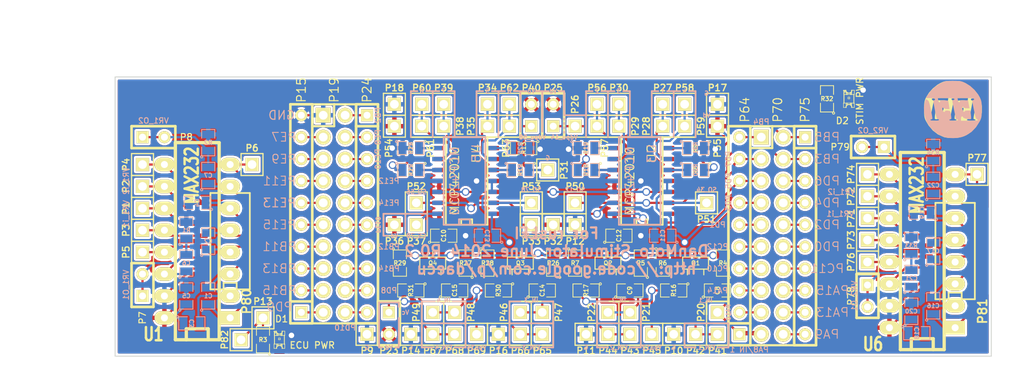
<source format=kicad_pcb>
(kicad_pcb (version 3) (host pcbnew "(2013-07-07 BZR 4022)-stable")
  (layers (15 F.Cu mixed) (0 B.Cu mixed) (18 B.Paste user) (19 F.Paste user) (20 B.SilkS user) (21 F.SilkS user) (22 B.Mask user) (23 F.Mask user) (28 Edge.Cuts user))
  (net 0 "")
  (net 1 /CS_12)
  (net 2 /CS_34)
  (net 3 /CS_56)
  (net 4 /CS_78)
  (net 5 /EIN_1)
  (net 6 /EIN_2)
  (net 7 /EIN_3)
  (net 8 /EIN_4)
  (net 9 /IN_1)
  (net 10 /IN_2)
  (net 11 /IN_3)
  (net 12 /IN_4)
  (net 13 /MISO)
  (net 14 /MOSI)
  (net 15 /OUT1)
  (net 16 /OUT2)
  (net 17 /OUT3)
  (net 18 /OUT4)
  (net 19 /OUT5)
  (net 20 /OUT6)
  (net 21 /OUT7)
  (net 22 /OUT8)
  (net 23 /SCK)
  (net 24 /U1-01)
  (net 25 /U1-02)
  (net 26 /U1-03)
  (net 27 /U1-04)
  (net 28 /U1-05)
  (net 29 /U1-06)
  (net 30 /U1-07)
  (net 31 /U1-08)
  (net 32 /U1-09)
  (net 33 /U1-12)
  (net 34 /U1-13)
  (net 35 /U1-14)
  (net 36 /U6-01)
  (net 37 /U6-02)
  (net 38 /U6-03)
  (net 39 /U6-04)
  (net 40 /U6-05)
  (net 41 /U6-06)
  (net 42 /U6-07)
  (net 43 /U6-08)
  (net 44 /U6-09)
  (net 45 /U6-12)
  (net 46 /U6-13)
  (net 47 /U6-14)
  (net 48 /VR1-O1)
  (net 49 /VR1-O2)
  (net 50 /VR1_i1)
  (net 51 /VR1_i2)
  (net 52 /VR2-O1)
  (net 53 /VR2-O2)
  (net 54 /VR2_i1)
  (net 55 /VR2_i2)
  (net 56 /Vc)
  (net 57 /Vd)
  (net 58 /Vdpu_14)
  (net 59 /Vdpu_58)
  (net 60 /Vipu12)
  (net 61 /Vipu34)
  (net 62 GND)
  (net 63 N-000001)
  (net 64 N-00000102)
  (net 65 N-00000103)
  (net 66 N-00000105)
  (net 67 N-00000107)
  (net 68 N-00000109)
  (net 69 N-00000110)
  (net 70 N-00000112)
  (net 71 N-00000122)
  (net 72 N-0000015)
  (net 73 N-0000016)
  (net 74 N-0000017)
  (net 75 N-0000018)
  (net 76 N-0000019)
  (net 77 N-000002)
  (net 78 N-0000020)
  (net 79 N-0000021)
  (net 80 N-0000022)
  (net 81 N-0000023)
  (net 82 N-0000024)
  (net 83 N-0000025)
  (net 84 N-0000026)
  (net 85 N-0000027)
  (net 86 N-0000028)
  (net 87 N-0000029)
  (net 88 N-0000030)
  (net 89 N-0000031)
  (net 90 N-0000032)
  (net 91 N-0000033)
  (net 92 N-0000034)
  (net 93 N-0000035)
  (net 94 N-0000036)
  (net 95 N-0000037)
  (net 96 N-0000038)
  (net 97 N-000004)
  (net 98 N-0000048)
  (net 99 N-000005)
  (net 100 N-0000053)
  (net 101 N-0000054)
  (net 102 N-0000055)
  (net 103 N-0000056)
  (net 104 N-0000057)
  (net 105 N-0000058)
  (net 106 N-0000059)
  (net 107 N-000006)
  (net 108 N-0000060)
  (net 109 N-0000065)
  (net 110 N-000007)
  (net 111 N-0000077)
  (net 112 N-000008)
  (net 113 N-0000082)
  (net 114 N-0000087)
  (net 115 N-0000088)
  (net 116 N-0000089)
  (net 117 N-000009)
  (net 118 N-0000090)
  (net 119 N-0000091)
  (net 120 N-0000092)
  (net 121 N-0000095)
  (net 122 N-0000097)
  (module Pin_Headers:Pin_Header_Straight_2x10 (layer F.Cu) (at 125.73 73.66 270)
    (fp_text reference P19 (at -14.351 0 270) (layer F.SilkS) (effects (font (size 1.016 1.016) (thickness 0.127))))
    (fp_text value CONN_10X2 hide)
    (pad 1 thru_hole rect (at -11.43 1.27 270) (size 1.7272 1.7272) (drill 1.016) (layers *.Cu *.Mask F.SilkS) (net 62 GND))
    (pad 2 thru_hole oval (at -11.43 -1.27 270) (size 1.7272 1.7272) (drill 1.016) (layers *.Cu *.Mask F.SilkS) (net 98 N-0000048))
    (pad 3 thru_hole oval (at -8.89 1.27 270) (size 1.7272 1.7272) (drill 1.016) (layers *.Cu *.Mask F.SilkS) (net 96 N-0000038))
    (pad 4 thru_hole oval (at -8.89 -1.27 270) (size 1.7272 1.7272) (drill 1.016) (layers *.Cu *.Mask F.SilkS) (net 80 N-0000022))
    (pad 5 thru_hole oval (at -6.35 1.27 270) (size 1.7272 1.7272) (drill 1.016) (layers *.Cu *.Mask F.SilkS) (net 95 N-0000037))
    (pad 6 thru_hole oval (at -6.35 -1.27 270) (size 1.7272 1.7272) (drill 1.016) (layers *.Cu *.Mask F.SilkS) (net 81 N-0000023))
    (pad 7 thru_hole oval (at -3.81 1.27 270) (size 1.7272 1.7272) (drill 1.016) (layers *.Cu *.Mask F.SilkS) (net 94 N-0000036))
    (pad 8 thru_hole oval (at -3.81 -1.27 270) (size 1.7272 1.7272) (drill 1.016) (layers *.Cu *.Mask F.SilkS) (net 82 N-0000024))
    (pad 9 thru_hole oval (at -1.27 1.27 270) (size 1.7272 1.7272) (drill 1.016) (layers *.Cu *.Mask F.SilkS) (net 93 N-0000035))
    (pad 10 thru_hole oval (at -1.27 -1.27 270) (size 1.7272 1.7272) (drill 1.016) (layers *.Cu *.Mask F.SilkS) (net 83 N-0000025))
    (pad 11 thru_hole oval (at 1.27 1.27 270) (size 1.7272 1.7272) (drill 1.016) (layers *.Cu *.Mask F.SilkS) (net 79 N-0000021))
    (pad 12 thru_hole oval (at 1.27 -1.27 270) (size 1.7272 1.7272) (drill 1.016) (layers *.Cu *.Mask F.SilkS) (net 84 N-0000026))
    (pad 13 thru_hole oval (at 3.81 1.27 270) (size 1.7272 1.7272) (drill 1.016) (layers *.Cu *.Mask F.SilkS) (net 92 N-0000034))
    (pad 14 thru_hole oval (at 3.81 -1.27 270) (size 1.7272 1.7272) (drill 1.016) (layers *.Cu *.Mask F.SilkS) (net 85 N-0000027))
    (pad 15 thru_hole oval (at 6.35 1.27 270) (size 1.7272 1.7272) (drill 1.016) (layers *.Cu *.Mask F.SilkS) (net 91 N-0000033))
    (pad 16 thru_hole oval (at 6.35 -1.27 270) (size 1.7272 1.7272) (drill 1.016) (layers *.Cu *.Mask F.SilkS) (net 86 N-0000028))
    (pad 17 thru_hole oval (at 8.89 1.27 270) (size 1.7272 1.7272) (drill 1.016) (layers *.Cu *.Mask F.SilkS) (net 90 N-0000032))
    (pad 18 thru_hole oval (at 8.89 -1.27 270) (size 1.7272 1.7272) (drill 1.016) (layers *.Cu *.Mask F.SilkS) (net 87 N-0000029))
    (pad 19 thru_hole oval (at 11.43 1.27 270) (size 1.7272 1.7272) (drill 1.016) (layers *.Cu *.Mask F.SilkS) (net 89 N-0000031))
    (pad 20 thru_hole oval (at 11.43 -1.27 270) (size 1.7272 1.7272) (drill 1.016) (layers *.Cu *.Mask F.SilkS) (net 88 N-0000030))
  )
  (module Pin_Headers:Pin_Header_Straight_2x10 (layer F.Cu) (at 176.53 76.2 270)
    (fp_text reference P70 (at -14.605 -0.635 270) (layer F.SilkS) (effects (font (size 1.016 1.016) (thickness 0.127))))
    (fp_text value CONN_10X2 hide)
    (pad 1 thru_hole rect (at -11.43 1.27 270) (size 1.7272 1.7272) (drill 1.016) (layers *.Cu *.Mask F.SilkS) (net 13 /MISO))
    (pad 2 thru_hole oval (at -11.43 -1.27 270) (size 1.7272 1.7272) (drill 1.016) (layers *.Cu *.Mask F.SilkS) (net 14 /MOSI))
    (pad 3 thru_hole oval (at -8.89 1.27 270) (size 1.7272 1.7272) (drill 1.016) (layers *.Cu *.Mask F.SilkS) (net 1 /CS_12))
    (pad 4 thru_hole oval (at -8.89 -1.27 270) (size 1.7272 1.7272) (drill 1.016) (layers *.Cu *.Mask F.SilkS) (net 23 /SCK))
    (pad 5 thru_hole oval (at -6.35 1.27 270) (size 1.7272 1.7272) (drill 1.016) (layers *.Cu *.Mask F.SilkS) (net 2 /CS_34))
    (pad 6 thru_hole oval (at -6.35 -1.27 270) (size 1.7272 1.7272) (drill 1.016) (layers *.Cu *.Mask F.SilkS) (net 63 N-000001))
    (pad 7 thru_hole oval (at -3.81 1.27 270) (size 1.7272 1.7272) (drill 1.016) (layers *.Cu *.Mask F.SilkS) (net 117 N-000009))
    (pad 8 thru_hole oval (at -3.81 -1.27 270) (size 1.7272 1.7272) (drill 1.016) (layers *.Cu *.Mask F.SilkS) (net 73 N-0000016))
    (pad 9 thru_hole oval (at -1.27 1.27 270) (size 1.7272 1.7272) (drill 1.016) (layers *.Cu *.Mask F.SilkS) (net 112 N-000008))
    (pad 10 thru_hole oval (at -1.27 -1.27 270) (size 1.7272 1.7272) (drill 1.016) (layers *.Cu *.Mask F.SilkS) (net 74 N-0000017))
    (pad 11 thru_hole oval (at 1.27 1.27 270) (size 1.7272 1.7272) (drill 1.016) (layers *.Cu *.Mask F.SilkS) (net 110 N-000007))
    (pad 12 thru_hole oval (at 1.27 -1.27 270) (size 1.7272 1.7272) (drill 1.016) (layers *.Cu *.Mask F.SilkS) (net 75 N-0000018))
    (pad 13 thru_hole oval (at 3.81 1.27 270) (size 1.7272 1.7272) (drill 1.016) (layers *.Cu *.Mask F.SilkS) (net 107 N-000006))
    (pad 14 thru_hole oval (at 3.81 -1.27 270) (size 1.7272 1.7272) (drill 1.016) (layers *.Cu *.Mask F.SilkS) (net 76 N-0000019))
    (pad 15 thru_hole oval (at 6.35 1.27 270) (size 1.7272 1.7272) (drill 1.016) (layers *.Cu *.Mask F.SilkS) (net 99 N-000005))
    (pad 16 thru_hole oval (at 6.35 -1.27 270) (size 1.7272 1.7272) (drill 1.016) (layers *.Cu *.Mask F.SilkS) (net 78 N-0000020))
    (pad 17 thru_hole oval (at 8.89 1.27 270) (size 1.7272 1.7272) (drill 1.016) (layers *.Cu *.Mask F.SilkS) (net 97 N-000004))
    (pad 18 thru_hole oval (at 8.89 -1.27 270) (size 1.7272 1.7272) (drill 1.016) (layers *.Cu *.Mask F.SilkS) (net 72 N-0000015))
    (pad 19 thru_hole oval (at 11.43 1.27 270) (size 1.7272 1.7272) (drill 1.016) (layers *.Cu *.Mask F.SilkS) (net 9 /IN_1))
    (pad 20 thru_hole oval (at 11.43 -1.27 270) (size 1.7272 1.7272) (drill 1.016) (layers *.Cu *.Mask F.SilkS) (net 77 N-000002))
  )
  (module SIL-10 (layer F.Cu) (at 129.54 73.66 270)
    (fp_text reference P24 (at -14.351 0 270) (layer F.SilkS) (effects (font (size 1.016 1.016) (thickness 0.127))))
    (fp_text value CONN_10 hide)
    (pad 1 thru_hole rect (at -11.43 0 270) (size 1.397 1.397) (drill 0.8128) (layers *.Cu *.Mask F.SilkS) (net 98 N-0000048))
    (pad 2 thru_hole circle (at -8.89 0 270) (size 1.397 1.397) (drill 0.8128) (layers *.Cu *.Mask F.SilkS) (net 80 N-0000022))
    (pad 3 thru_hole circle (at -6.35 0 270) (size 1.397 1.397) (drill 0.8128) (layers *.Cu *.Mask F.SilkS) (net 81 N-0000023))
    (pad 4 thru_hole circle (at -3.81 0 270) (size 1.397 1.397) (drill 0.8128) (layers *.Cu *.Mask F.SilkS) (net 82 N-0000024))
    (pad 5 thru_hole circle (at -1.27 0 270) (size 1.397 1.397) (drill 0.8128) (layers *.Cu *.Mask F.SilkS) (net 83 N-0000025))
    (pad 6 thru_hole circle (at 1.27 0 270) (size 1.397 1.397) (drill 0.8128) (layers *.Cu *.Mask F.SilkS) (net 84 N-0000026))
    (pad 7 thru_hole circle (at 3.81 0 270) (size 1.397 1.397) (drill 0.8128) (layers *.Cu *.Mask F.SilkS) (net 85 N-0000027))
    (pad 8 thru_hole circle (at 6.35 0 270) (size 1.397 1.397) (drill 0.8128) (layers *.Cu *.Mask F.SilkS) (net 86 N-0000028))
    (pad 9 thru_hole circle (at 8.89 0 270) (size 1.397 1.397) (drill 0.8128) (layers *.Cu *.Mask F.SilkS) (net 87 N-0000029))
    (pad 10 thru_hole circle (at 11.43 0 270) (size 1.397 1.397) (drill 0.8128) (layers *.Cu *.Mask F.SilkS) (net 88 N-0000030))
  )
  (module SIL-10 (layer F.Cu) (at 121.92 73.66 90)
    (fp_text reference P15 (at 14.351 0 90) (layer F.SilkS) (effects (font (size 1.016 1.016) (thickness 0.127))))
    (fp_text value CONN_10 hide)
    (pad 1 thru_hole rect (at -11.43 0 90) (size 1.397 1.397) (drill 0.8128) (layers *.Cu *.Mask F.SilkS) (net 89 N-0000031))
    (pad 2 thru_hole circle (at -8.89 0 90) (size 1.397 1.397) (drill 0.8128) (layers *.Cu *.Mask F.SilkS) (net 90 N-0000032))
    (pad 3 thru_hole circle (at -6.35 0 90) (size 1.397 1.397) (drill 0.8128) (layers *.Cu *.Mask F.SilkS) (net 91 N-0000033))
    (pad 4 thru_hole circle (at -3.81 0 90) (size 1.397 1.397) (drill 0.8128) (layers *.Cu *.Mask F.SilkS) (net 92 N-0000034))
    (pad 5 thru_hole circle (at -1.27 0 90) (size 1.397 1.397) (drill 0.8128) (layers *.Cu *.Mask F.SilkS) (net 79 N-0000021))
    (pad 6 thru_hole circle (at 1.27 0 90) (size 1.397 1.397) (drill 0.8128) (layers *.Cu *.Mask F.SilkS) (net 93 N-0000035))
    (pad 7 thru_hole circle (at 3.81 0 90) (size 1.397 1.397) (drill 0.8128) (layers *.Cu *.Mask F.SilkS) (net 94 N-0000036))
    (pad 8 thru_hole circle (at 6.35 0 90) (size 1.397 1.397) (drill 0.8128) (layers *.Cu *.Mask F.SilkS) (net 95 N-0000037))
    (pad 9 thru_hole circle (at 8.89 0 90) (size 1.397 1.397) (drill 0.8128) (layers *.Cu *.Mask F.SilkS) (net 96 N-0000038))
    (pad 10 thru_hole circle (at 11.43 0 90) (size 1.397 1.397) (drill 0.8128) (layers *.Cu *.Mask F.SilkS) (net 62 GND))
  )
  (module SIL-10 (layer F.Cu) (at 180.34 76.2 270)
    (fp_text reference P75 (at -14.605 0 270) (layer F.SilkS) (effects (font (size 1.016 1.016) (thickness 0.127))))
    (fp_text value CONN_10 hide)
    (pad 1 thru_hole rect (at -11.43 0 270) (size 1.397 1.397) (drill 0.8128) (layers *.Cu *.Mask F.SilkS) (net 14 /MOSI))
    (pad 2 thru_hole circle (at -8.89 0 270) (size 1.397 1.397) (drill 0.8128) (layers *.Cu *.Mask F.SilkS) (net 23 /SCK))
    (pad 3 thru_hole circle (at -6.35 0 270) (size 1.397 1.397) (drill 0.8128) (layers *.Cu *.Mask F.SilkS) (net 63 N-000001))
    (pad 4 thru_hole circle (at -3.81 0 270) (size 1.397 1.397) (drill 0.8128) (layers *.Cu *.Mask F.SilkS) (net 73 N-0000016))
    (pad 5 thru_hole circle (at -1.27 0 270) (size 1.397 1.397) (drill 0.8128) (layers *.Cu *.Mask F.SilkS) (net 74 N-0000017))
    (pad 6 thru_hole circle (at 1.27 0 270) (size 1.397 1.397) (drill 0.8128) (layers *.Cu *.Mask F.SilkS) (net 75 N-0000018))
    (pad 7 thru_hole circle (at 3.81 0 270) (size 1.397 1.397) (drill 0.8128) (layers *.Cu *.Mask F.SilkS) (net 76 N-0000019))
    (pad 8 thru_hole circle (at 6.35 0 270) (size 1.397 1.397) (drill 0.8128) (layers *.Cu *.Mask F.SilkS) (net 78 N-0000020))
    (pad 9 thru_hole circle (at 8.89 0 270) (size 1.397 1.397) (drill 0.8128) (layers *.Cu *.Mask F.SilkS) (net 72 N-0000015))
    (pad 10 thru_hole circle (at 11.43 0 270) (size 1.397 1.397) (drill 0.8128) (layers *.Cu *.Mask F.SilkS) (net 77 N-000002))
  )
  (module SIL-10 (layer F.Cu) (at 172.72 76.2 90)
    (fp_text reference P64 (at 14.605 0.635 90) (layer F.SilkS) (effects (font (size 1.016 1.016) (thickness 0.127))))
    (fp_text value CONN_10 hide)
    (pad 1 thru_hole rect (at -11.43 0 90) (size 1.397 1.397) (drill 0.8128) (layers *.Cu *.Mask F.SilkS) (net 9 /IN_1))
    (pad 2 thru_hole circle (at -8.89 0 90) (size 1.397 1.397) (drill 0.8128) (layers *.Cu *.Mask F.SilkS) (net 97 N-000004))
    (pad 3 thru_hole circle (at -6.35 0 90) (size 1.397 1.397) (drill 0.8128) (layers *.Cu *.Mask F.SilkS) (net 99 N-000005))
    (pad 4 thru_hole circle (at -3.81 0 90) (size 1.397 1.397) (drill 0.8128) (layers *.Cu *.Mask F.SilkS) (net 107 N-000006))
    (pad 5 thru_hole circle (at -1.27 0 90) (size 1.397 1.397) (drill 0.8128) (layers *.Cu *.Mask F.SilkS) (net 110 N-000007))
    (pad 6 thru_hole circle (at 1.27 0 90) (size 1.397 1.397) (drill 0.8128) (layers *.Cu *.Mask F.SilkS) (net 112 N-000008))
    (pad 7 thru_hole circle (at 3.81 0 90) (size 1.397 1.397) (drill 0.8128) (layers *.Cu *.Mask F.SilkS) (net 117 N-000009))
    (pad 8 thru_hole circle (at 6.35 0 90) (size 1.397 1.397) (drill 0.8128) (layers *.Cu *.Mask F.SilkS) (net 2 /CS_34))
    (pad 9 thru_hole circle (at 8.89 0 90) (size 1.397 1.397) (drill 0.8128) (layers *.Cu *.Mask F.SilkS) (net 1 /CS_12))
    (pad 10 thru_hole circle (at 11.43 0 90) (size 1.397 1.397) (drill 0.8128) (layers *.Cu *.Mask F.SilkS) (net 13 /MISO))
  )
  (module SIL-2 (layer F.Cu) (at 148.59 62.23 90)
    (fp_text reference P40 (at 3.175 0 180) (layer F.SilkS) (effects (font (size 0.762 0.762) (thickness 0.1524))))
    (fp_text value TEST hide)
    (pad 1 thru_hole rect (at -1.27 0 90) (size 1.397 1.397) (drill 0.8128) (layers *.Cu *.Mask F.SilkS) (net 59 /Vdpu_58))
    (pad 2 thru_hole circle (at 1.27 0 90) (size 1.397 1.397) (drill 0.8128) (layers *.Cu *.Mask F.SilkS) (net 57 /Vd))
  )
  (module LED-0805 (layer F.Cu) (at 185.42 60.325 90)
    (fp_text reference D2 (at -2.54 -0.762 180) (layer F.SilkS) (effects (font (size 0.762 0.762) (thickness 0.127))))
    (fp_text value "STIM PWR" (at -0.254 1.27 90) (layer F.SilkS) (effects (font (size 0.762 0.762) (thickness 0.127))))
    (pad 1 smd rect (at -1.04902 0 90) (size 1.19888 1.19888) (layers F.Cu F.Paste F.Mask) (net 111 N-0000077))
    (pad 2 smd rect (at 1.04902 0 90) (size 1.19888 1.19888) (layers F.Cu F.Paste F.Mask) (net 62 GND))
  )
  (module LED-0805 (layer F.Cu) (at 119.38 88.265 90)
    (fp_text reference D1 (at 2.413 0.254 180) (layer F.SilkS) (effects (font (size 0.762 0.762) (thickness 0.127))))
    (fp_text value "ECU PWR" (at -0.635 3.81 180) (layer F.SilkS) (effects (font (size 0.762 0.762) (thickness 0.127))))
    (pad 1 smd rect (at -1.04902 0 90) (size 1.19888 1.19888) (layers F.Cu F.Paste F.Mask) (net 113 N-0000082))
    (pad 2 smd rect (at 1.04902 0 90) (size 1.19888 1.19888) (layers F.Cu F.Paste F.Mask) (net 62 GND))
  )
  (module SIL-2 (layer F.Cu) (at 132.08 86.36 270)
    (fp_text reference P23 (at 3.175 0 360) (layer F.SilkS) (effects (font (size 0.762 0.762) (thickness 0.1524))))
    (fp_text value TEST hide)
    (pad 1 thru_hole rect (at -1.27 0 270) (size 1.397 1.397) (drill 0.8128) (layers *.Cu *.Mask F.SilkS) (net 56 /Vc))
    (pad 2 thru_hole circle (at 1.27 0 270) (size 1.397 1.397) (drill 0.8128) (layers *.Cu *.Mask F.SilkS) (net 57 /Vd))
  )
  (module SIL-2 (layer F.Cu) (at 151.13 62.23 90)
    (fp_text reference P25 (at 3.175 0 180) (layer F.SilkS) (effects (font (size 0.762 0.762) (thickness 0.1524))))
    (fp_text value TEST hide)
    (pad 1 thru_hole rect (at -1.27 0 90) (size 1.397 1.397) (drill 0.8128) (layers *.Cu *.Mask F.SilkS) (net 58 /Vdpu_14))
    (pad 2 thru_hole circle (at 1.27 0 90) (size 1.397 1.397) (drill 0.8128) (layers *.Cu *.Mask F.SilkS) (net 57 /Vd))
  )
  (module SM0805 (layer B.Cu) (at 193.294 87.503)
    (fp_text reference C18 (at 0 0 270) (layer B.SilkS) (effects (font (size 0.50038 0.50038) (thickness 0.10922)) (justify mirror)))
    (fp_text value 1uF hide)
    (pad 1 smd rect (at -0.9525 0) (size 0.889 1.397) (layers B.Cu B.Paste B.Mask) (net 57 /Vd))
    (pad 2 smd rect (at 0.9525 0) (size 0.889 1.397) (layers B.Cu B.Paste B.Mask) (net 37 /U6-02))
  )
  (module SM0805 (layer B.Cu) (at 193.929 73.533 180)
    (fp_text reference C19 (at 0 0 450) (layer B.SilkS) (effects (font (size 0.50038 0.50038) (thickness 0.10922)) (justify mirror)))
    (fp_text value 1uF hide)
    (pad 1 smd rect (at -0.9525 0 180) (size 0.889 1.397) (layers B.Cu B.Paste B.Mask) (net 41 /U6-06))
    (pad 2 smd rect (at 0.9525 0 180) (size 0.889 1.397) (layers B.Cu B.Paste B.Mask) (net 62 GND))
  )
  (module SM0805 (layer F.Cu) (at 182.88 60.325 90)
    (fp_text reference R32 (at 0 0 180) (layer F.SilkS) (effects (font (size 0.50038 0.50038) (thickness 0.10922))))
    (fp_text value 700R hide)
    (pad 1 smd rect (at -0.9525 0 90) (size 0.889 1.397) (layers F.Cu F.Paste F.Mask) (net 111 N-0000077))
    (pad 2 smd rect (at 0.9525 0 90) (size 0.889 1.397) (layers F.Cu F.Paste F.Mask) (net 57 /Vd))
  )
  (module SM0805 (layer B.Cu) (at 192.659 81.153 90)
    (fp_text reference C21 (at 0 0 360) (layer B.SilkS) (effects (font (size 0.50038 0.50038) (thickness 0.10922)) (justify mirror)))
    (fp_text value 1uF hide)
    (pad 1 smd rect (at -0.9525 0 90) (size 0.889 1.397) (layers B.Cu B.Paste B.Mask) (net 47 /U6-14))
    (pad 2 smd rect (at 0.9525 0 90) (size 0.889 1.397) (layers B.Cu B.Paste B.Mask) (net 52 /VR2-O1))
  )
  (module SM0805 (layer B.Cu) (at 192.659 77.343 90)
    (fp_text reference R33 (at 0 0 360) (layer B.SilkS) (effects (font (size 0.50038 0.50038) (thickness 0.10922)) (justify mirror)))
    (fp_text value 10k hide)
    (pad 1 smd rect (at -0.9525 0 90) (size 0.889 1.397) (layers B.Cu B.Paste B.Mask) (net 52 /VR2-O1))
    (pad 2 smd rect (at 0.9525 0 90) (size 0.889 1.397) (layers B.Cu B.Paste B.Mask) (net 62 GND))
  )
  (module SM0805 (layer B.Cu) (at 195.199 70.358 90)
    (fp_text reference C22 (at 0 0 360) (layer B.SilkS) (effects (font (size 0.50038 0.50038) (thickness 0.10922)) (justify mirror)))
    (fp_text value 1uF hide)
    (pad 1 smd rect (at -0.9525 0 90) (size 0.889 1.397) (layers B.Cu B.Paste B.Mask) (net 42 /U6-07))
    (pad 2 smd rect (at 0.9525 0 90) (size 0.889 1.397) (layers B.Cu B.Paste B.Mask) (net 53 /VR2-O2))
  )
  (module SM0805 (layer B.Cu) (at 195.199 66.548 90)
    (fp_text reference R34 (at 0 0 360) (layer B.SilkS) (effects (font (size 0.50038 0.50038) (thickness 0.10922)) (justify mirror)))
    (fp_text value 10k hide)
    (pad 1 smd rect (at -0.9525 0 90) (size 0.889 1.397) (layers B.Cu B.Paste B.Mask) (net 53 /VR2-O2))
    (pad 2 smd rect (at 0.9525 0 90) (size 0.889 1.397) (layers B.Cu B.Paste B.Mask) (net 62 GND))
  )
  (module SM0805 (layer B.Cu) (at 195.199 77.978 90)
    (fp_text reference C17 (at 0 0 360) (layer B.SilkS) (effects (font (size 0.50038 0.50038) (thickness 0.10922)) (justify mirror)))
    (fp_text value 1uF hide)
    (pad 1 smd rect (at -0.9525 0 90) (size 0.889 1.397) (layers B.Cu B.Paste B.Mask) (net 39 /U6-04))
    (pad 2 smd rect (at 0.9525 0 90) (size 0.889 1.397) (layers B.Cu B.Paste B.Mask) (net 40 /U6-05))
  )
  (module SM0805 (layer B.Cu) (at 195.199 84.328 90)
    (fp_text reference C16 (at 0 0 360) (layer B.SilkS) (effects (font (size 0.50038 0.50038) (thickness 0.10922)) (justify mirror)))
    (fp_text value 1uF hide)
    (pad 1 smd rect (at -0.9525 0 90) (size 0.889 1.397) (layers B.Cu B.Paste B.Mask) (net 36 /U6-01))
    (pad 2 smd rect (at 0.9525 0 90) (size 0.889 1.397) (layers B.Cu B.Paste B.Mask) (net 38 /U6-03))
  )
  (module SM0805 (layer B.Cu) (at 192.659 84.963 90)
    (fp_text reference C20 (at 0 0 360) (layer B.SilkS) (effects (font (size 0.50038 0.50038) (thickness 0.10922)) (justify mirror)))
    (fp_text value 1uF hide)
    (pad 1 smd rect (at -0.9525 0 90) (size 0.889 1.397) (layers B.Cu B.Paste B.Mask) (net 57 /Vd))
    (pad 2 smd rect (at 0.9525 0 90) (size 0.889 1.397) (layers B.Cu B.Paste B.Mask) (net 62 GND))
  )
  (module SM0805 (layer F.Cu) (at 117.475 88.265 90)
    (fp_text reference R3 (at 0 0 180) (layer F.SilkS) (effects (font (size 0.50038 0.50038) (thickness 0.10922))))
    (fp_text value 700R hide)
    (pad 1 smd rect (at -0.9525 0 90) (size 0.889 1.397) (layers F.Cu F.Paste F.Mask) (net 113 N-0000082))
    (pad 2 smd rect (at 0.9525 0 90) (size 0.889 1.397) (layers F.Cu F.Paste F.Mask) (net 109 N-0000065))
  )
  (module SM0805 (layer B.Cu) (at 111.125 65.405 90)
    (fp_text reference R2 (at 0 0 360) (layer B.SilkS) (effects (font (size 0.50038 0.50038) (thickness 0.10922)) (justify mirror)))
    (fp_text value 10k hide)
    (pad 1 smd rect (at -0.9525 0 90) (size 0.889 1.397) (layers B.Cu B.Paste B.Mask) (net 49 /VR1-O2))
    (pad 2 smd rect (at 0.9525 0 90) (size 0.889 1.397) (layers B.Cu B.Paste B.Mask) (net 62 GND))
  )
  (module SM0805 (layer B.Cu) (at 111.125 69.215 90)
    (fp_text reference C7 (at 0 0 360) (layer B.SilkS) (effects (font (size 0.50038 0.50038) (thickness 0.10922)) (justify mirror)))
    (fp_text value 1uF hide)
    (pad 1 smd rect (at -0.9525 0 90) (size 0.889 1.397) (layers B.Cu B.Paste B.Mask) (net 30 /U1-07))
    (pad 2 smd rect (at 0.9525 0 90) (size 0.889 1.397) (layers B.Cu B.Paste B.Mask) (net 49 /VR1-O2))
  )
  (module SM0805 (layer B.Cu) (at 108.585 75.565 90)
    (fp_text reference R1 (at 0 0 360) (layer B.SilkS) (effects (font (size 0.50038 0.50038) (thickness 0.10922)) (justify mirror)))
    (fp_text value 10k hide)
    (pad 1 smd rect (at -0.9525 0 90) (size 0.889 1.397) (layers B.Cu B.Paste B.Mask) (net 48 /VR1-O1))
    (pad 2 smd rect (at 0.9525 0 90) (size 0.889 1.397) (layers B.Cu B.Paste B.Mask) (net 62 GND))
  )
  (module SM0805 (layer B.Cu) (at 108.585 79.375 90)
    (fp_text reference C6 (at 0 0 360) (layer B.SilkS) (effects (font (size 0.50038 0.50038) (thickness 0.10922)) (justify mirror)))
    (fp_text value 1uF hide)
    (pad 1 smd rect (at -0.9525 0 90) (size 0.889 1.397) (layers B.Cu B.Paste B.Mask) (net 35 /U1-14))
    (pad 2 smd rect (at 0.9525 0 90) (size 0.889 1.397) (layers B.Cu B.Paste B.Mask) (net 48 /VR1-O1))
  )
  (module SM0805 (layer B.Cu) (at 109.855 72.39 180)
    (fp_text reference C4 (at 0 0 450) (layer B.SilkS) (effects (font (size 0.50038 0.50038) (thickness 0.10922)) (justify mirror)))
    (fp_text value 1uF hide)
    (pad 1 smd rect (at -0.9525 0 180) (size 0.889 1.397) (layers B.Cu B.Paste B.Mask) (net 29 /U1-06))
    (pad 2 smd rect (at 0.9525 0 180) (size 0.889 1.397) (layers B.Cu B.Paste B.Mask) (net 62 GND))
  )
  (module SM0805 (layer B.Cu) (at 109.22 86.36)
    (fp_text reference C3 (at 0 0 270) (layer B.SilkS) (effects (font (size 0.50038 0.50038) (thickness 0.10922)) (justify mirror)))
    (fp_text value 1uF hide)
    (pad 1 smd rect (at -0.9525 0) (size 0.889 1.397) (layers B.Cu B.Paste B.Mask) (net 57 /Vd))
    (pad 2 smd rect (at 0.9525 0) (size 0.889 1.397) (layers B.Cu B.Paste B.Mask) (net 25 /U1-02))
  )
  (module SM0805 (layer B.Cu) (at 111.125 76.835 90)
    (fp_text reference C2 (at 0 0 360) (layer B.SilkS) (effects (font (size 0.50038 0.50038) (thickness 0.10922)) (justify mirror)))
    (fp_text value 1uF hide)
    (pad 1 smd rect (at -0.9525 0 90) (size 0.889 1.397) (layers B.Cu B.Paste B.Mask) (net 27 /U1-04))
    (pad 2 smd rect (at 0.9525 0 90) (size 0.889 1.397) (layers B.Cu B.Paste B.Mask) (net 28 /U1-05))
  )
  (module SM0805 (layer B.Cu) (at 111.125 83.185 90)
    (fp_text reference C1 (at 0 0 360) (layer B.SilkS) (effects (font (size 0.50038 0.50038) (thickness 0.10922)) (justify mirror)))
    (fp_text value 1uF hide)
    (pad 1 smd rect (at -0.9525 0 90) (size 0.889 1.397) (layers B.Cu B.Paste B.Mask) (net 24 /U1-01))
    (pad 2 smd rect (at 0.9525 0 90) (size 0.889 1.397) (layers B.Cu B.Paste B.Mask) (net 26 /U1-03))
  )
  (module SM0805 (layer B.Cu) (at 108.585 83.185 90)
    (fp_text reference C5 (at 0 0 360) (layer B.SilkS) (effects (font (size 0.50038 0.50038) (thickness 0.10922)) (justify mirror)))
    (fp_text value 1uF hide)
    (pad 1 smd rect (at -0.9525 0 90) (size 0.889 1.397) (layers B.Cu B.Paste B.Mask) (net 57 /Vd))
    (pad 2 smd rect (at 0.9525 0 90) (size 0.889 1.397) (layers B.Cu B.Paste B.Mask) (net 62 GND))
  )
  (module SM0805 (layer F.Cu) (at 138.43 76.2)
    (fp_text reference C10 (at 0 0 90) (layer F.SilkS) (effects (font (size 0.50038 0.50038) (thickness 0.10922))))
    (fp_text value 0.1uF hide)
    (pad 1 smd rect (at -0.9525 0) (size 0.889 1.397) (layers F.Cu F.Paste F.Mask) (net 57 /Vd))
    (pad 2 smd rect (at 0.9525 0) (size 0.889 1.397) (layers F.Cu F.Paste F.Mask) (net 62 GND))
  )
  (module SM0805 (layer B.Cu) (at 163.83 76.2 180)
    (fp_text reference C11 (at 0 0 270) (layer B.SilkS) (effects (font (size 0.50038 0.50038) (thickness 0.10922)) (justify mirror)))
    (fp_text value 0.1uF hide)
    (pad 1 smd rect (at -0.9525 0 180) (size 0.889 1.397) (layers B.Cu B.Paste B.Mask) (net 57 /Vd))
    (pad 2 smd rect (at 0.9525 0 180) (size 0.889 1.397) (layers B.Cu B.Paste B.Mask) (net 62 GND))
  )
  (module SM0805 (layer F.Cu) (at 158.75 76.2)
    (fp_text reference C12 (at 0 0 90) (layer F.SilkS) (effects (font (size 0.50038 0.50038) (thickness 0.10922))))
    (fp_text value 0.1uF hide)
    (pad 1 smd rect (at -0.9525 0) (size 0.889 1.397) (layers F.Cu F.Paste F.Mask) (net 57 /Vd))
    (pad 2 smd rect (at 0.9525 0) (size 0.889 1.397) (layers F.Cu F.Paste F.Mask) (net 62 GND))
  )
  (module SM0805 (layer F.Cu) (at 170.18 82.55)
    (fp_text reference C8 (at 0 0 90) (layer F.SilkS) (effects (font (size 0.50038 0.50038) (thickness 0.10922))))
    (fp_text value "100 pF" hide)
    (pad 1 smd rect (at -0.9525 0) (size 0.889 1.397) (layers F.Cu F.Paste F.Mask) (net 5 /EIN_1))
    (pad 2 smd rect (at 0.9525 0) (size 0.889 1.397) (layers F.Cu F.Paste F.Mask) (net 9 /IN_1))
  )
  (module SM0805 (layer F.Cu) (at 160.02 82.55)
    (fp_text reference C9 (at 0 0 90) (layer F.SilkS) (effects (font (size 0.50038 0.50038) (thickness 0.10922))))
    (fp_text value "100 pF" hide)
    (pad 1 smd rect (at -0.9525 0) (size 0.889 1.397) (layers F.Cu F.Paste F.Mask) (net 6 /EIN_2))
    (pad 2 smd rect (at 0.9525 0) (size 0.889 1.397) (layers F.Cu F.Paste F.Mask) (net 10 /IN_2))
  )
  (module SM0805 (layer F.Cu) (at 149.86 82.55)
    (fp_text reference C14 (at 0 0 90) (layer F.SilkS) (effects (font (size 0.50038 0.50038) (thickness 0.10922))))
    (fp_text value "100 pF" hide)
    (pad 1 smd rect (at -0.9525 0) (size 0.889 1.397) (layers F.Cu F.Paste F.Mask) (net 7 /EIN_3))
    (pad 2 smd rect (at 0.9525 0) (size 0.889 1.397) (layers F.Cu F.Paste F.Mask) (net 11 /IN_3))
  )
  (module SM0805 (layer F.Cu) (at 139.7 82.55)
    (fp_text reference C15 (at 0 0 90) (layer F.SilkS) (effects (font (size 0.50038 0.50038) (thickness 0.10922))))
    (fp_text value "100 pF" hide)
    (pad 1 smd rect (at -0.9525 0) (size 0.889 1.397) (layers F.Cu F.Paste F.Mask) (net 8 /EIN_4))
    (pad 2 smd rect (at 0.9525 0) (size 0.889 1.397) (layers F.Cu F.Paste F.Mask) (net 12 /IN_4))
  )
  (module sot23 (layer F.Cu) (at 167.64 79.375)
    (fp_text reference Q1 (at 0 0) (layer F.SilkS) (effects (font (size 0.50038 0.50038) (thickness 0.09906))))
    (fp_text value 2N7002 hide)
    (pad 1 smd rect (at -0.9525 1.05664) (size 0.59944 1.00076) (layers F.Cu F.Paste F.Mask) (net 71 N-00000122))
    (pad 2 smd rect (at 0 -1.05664) (size 0.59944 1.00076) (layers F.Cu F.Paste F.Mask) (net 5 /EIN_1))
    (pad 3 smd rect (at 0.9525 1.05664) (size 0.59944 1.00076) (layers F.Cu F.Paste F.Mask) (net 9 /IN_1))
  )
  (module sot23 (layer F.Cu) (at 157.48 79.375)
    (fp_text reference Q2 (at 0 0) (layer F.SilkS) (effects (font (size 0.50038 0.50038) (thickness 0.09906))))
    (fp_text value 2N7002 hide)
    (pad 1 smd rect (at -0.9525 1.05664) (size 0.59944 1.00076) (layers F.Cu F.Paste F.Mask) (net 121 N-0000095))
    (pad 2 smd rect (at 0 -1.05664) (size 0.59944 1.00076) (layers F.Cu F.Paste F.Mask) (net 6 /EIN_2))
    (pad 3 smd rect (at 0.9525 1.05664) (size 0.59944 1.00076) (layers F.Cu F.Paste F.Mask) (net 10 /IN_2))
  )
  (module sot23 (layer F.Cu) (at 147.32 79.375)
    (fp_text reference Q3 (at 0 0) (layer F.SilkS) (effects (font (size 0.50038 0.50038) (thickness 0.09906))))
    (fp_text value 2N7002 hide)
    (pad 1 smd rect (at -0.9525 1.05664) (size 0.59944 1.00076) (layers F.Cu F.Paste F.Mask) (net 120 N-0000092))
    (pad 2 smd rect (at 0 -1.05664) (size 0.59944 1.00076) (layers F.Cu F.Paste F.Mask) (net 7 /EIN_3))
    (pad 3 smd rect (at 0.9525 1.05664) (size 0.59944 1.00076) (layers F.Cu F.Paste F.Mask) (net 11 /IN_3))
  )
  (module sot23 (layer F.Cu) (at 137.16 79.375)
    (fp_text reference Q4 (at 0 0) (layer F.SilkS) (effects (font (size 0.50038 0.50038) (thickness 0.09906))))
    (fp_text value 2N7002 hide)
    (pad 1 smd rect (at -0.9525 1.05664) (size 0.59944 1.00076) (layers F.Cu F.Paste F.Mask) (net 122 N-0000097))
    (pad 2 smd rect (at 0 -1.05664) (size 0.59944 1.00076) (layers F.Cu F.Paste F.Mask) (net 8 /EIN_4))
    (pad 3 smd rect (at 0.9525 1.05664) (size 0.59944 1.00076) (layers F.Cu F.Paste F.Mask) (net 12 /IN_4))
  )
  (module SM0805 (layer F.Cu) (at 167.64 68.58 180)
    (fp_text reference R8 (at 0 0 270) (layer F.SilkS) (effects (font (size 0.50038 0.50038) (thickness 0.10922))))
    (fp_text value 0 hide)
    (pad 1 smd rect (at -0.9525 0 180) (size 0.889 1.397) (layers F.Cu F.Paste F.Mask) (net 58 /Vdpu_14))
    (pad 2 smd rect (at 0.9525 0 180) (size 0.889 1.397) (layers F.Cu F.Paste F.Mask) (net 114 N-0000087))
  )
  (module SM0805 (layer F.Cu) (at 167.64 66.04 180)
    (fp_text reference R9 (at 0 0 270) (layer F.SilkS) (effects (font (size 0.50038 0.50038) (thickness 0.10922))))
    (fp_text value 0 hide)
    (pad 1 smd rect (at -0.9525 0 180) (size 0.889 1.397) (layers F.Cu F.Paste F.Mask) (net 62 GND))
    (pad 2 smd rect (at 0.9525 0 180) (size 0.889 1.397) (layers F.Cu F.Paste F.Mask) (net 115 N-0000088))
  )
  (module SM0805 (layer B.Cu) (at 154.94 68.58)
    (fp_text reference R10 (at 0 0 90) (layer B.SilkS) (effects (font (size 0.50038 0.50038) (thickness 0.10922)) (justify mirror)))
    (fp_text value 0 hide)
    (pad 1 smd rect (at -0.9525 0) (size 0.889 1.397) (layers B.Cu B.Paste B.Mask) (net 58 /Vdpu_14))
    (pad 2 smd rect (at 0.9525 0) (size 0.889 1.397) (layers B.Cu B.Paste B.Mask) (net 119 N-0000091))
  )
  (module SM0805 (layer B.Cu) (at 154.94 66.04)
    (fp_text reference R11 (at 0 0 90) (layer B.SilkS) (effects (font (size 0.50038 0.50038) (thickness 0.10922)) (justify mirror)))
    (fp_text value 0 hide)
    (pad 1 smd rect (at -0.9525 0) (size 0.889 1.397) (layers B.Cu B.Paste B.Mask) (net 62 GND))
    (pad 2 smd rect (at 0.9525 0) (size 0.889 1.397) (layers B.Cu B.Paste B.Mask) (net 64 N-00000102))
  )
  (module SM0805 (layer F.Cu) (at 147.32 68.58 180)
    (fp_text reference R12 (at 0 0 270) (layer F.SilkS) (effects (font (size 0.50038 0.50038) (thickness 0.10922))))
    (fp_text value 0 hide)
    (pad 1 smd rect (at -0.9525 0 180) (size 0.889 1.397) (layers F.Cu F.Paste F.Mask) (net 59 /Vdpu_58))
    (pad 2 smd rect (at 0.9525 0 180) (size 0.889 1.397) (layers F.Cu F.Paste F.Mask) (net 67 N-00000107))
  )
  (module SM0805 (layer F.Cu) (at 147.701 66.04 180)
    (fp_text reference R13 (at 0 0 270) (layer F.SilkS) (effects (font (size 0.50038 0.50038) (thickness 0.10922))))
    (fp_text value 0 hide)
    (pad 1 smd rect (at -0.9525 0 180) (size 0.889 1.397) (layers F.Cu F.Paste F.Mask) (net 62 GND))
    (pad 2 smd rect (at 0.9525 0 180) (size 0.889 1.397) (layers F.Cu F.Paste F.Mask) (net 68 N-00000109))
  )
  (module SM0805 (layer F.Cu) (at 154.94 68.58 180)
    (fp_text reference R18 (at 0 0 270) (layer F.SilkS) (effects (font (size 0.50038 0.50038) (thickness 0.10922))))
    (fp_text value 0 hide)
    (pad 1 smd rect (at -0.9525 0 180) (size 0.889 1.397) (layers F.Cu F.Paste F.Mask) (net 118 N-0000090))
    (pad 2 smd rect (at 0.9525 0 180) (size 0.889 1.397) (layers F.Cu F.Paste F.Mask) (net 58 /Vdpu_14))
  )
  (module SM0805 (layer F.Cu) (at 154.94 66.04 180)
    (fp_text reference R19 (at 0 0 270) (layer F.SilkS) (effects (font (size 0.50038 0.50038) (thickness 0.10922))))
    (fp_text value 0 hide)
    (pad 1 smd rect (at -0.9525 0 180) (size 0.889 1.397) (layers F.Cu F.Paste F.Mask) (net 116 N-0000089))
    (pad 2 smd rect (at 0.9525 0 180) (size 0.889 1.397) (layers F.Cu F.Paste F.Mask) (net 62 GND))
  )
  (module SM0805 (layer B.Cu) (at 167.64 68.58)
    (fp_text reference R20 (at 0 0 90) (layer B.SilkS) (effects (font (size 0.50038 0.50038) (thickness 0.10922)) (justify mirror)))
    (fp_text value 0 hide)
    (pad 1 smd rect (at -0.9525 0) (size 0.889 1.397) (layers B.Cu B.Paste B.Mask) (net 66 N-00000105))
    (pad 2 smd rect (at 0.9525 0) (size 0.889 1.397) (layers B.Cu B.Paste B.Mask) (net 58 /Vdpu_14))
  )
  (module SM0805 (layer B.Cu) (at 167.64 66.04)
    (fp_text reference R21 (at 0 0 90) (layer B.SilkS) (effects (font (size 0.50038 0.50038) (thickness 0.10922)) (justify mirror)))
    (fp_text value 0 hide)
    (pad 1 smd rect (at -0.9525 0) (size 0.889 1.397) (layers B.Cu B.Paste B.Mask) (net 65 N-00000103))
    (pad 2 smd rect (at 0.9525 0) (size 0.889 1.397) (layers B.Cu B.Paste B.Mask) (net 62 GND))
  )
  (module SM0805 (layer F.Cu) (at 134.62 68.58 180)
    (fp_text reference R22 (at 0 0 270) (layer F.SilkS) (effects (font (size 0.50038 0.50038) (thickness 0.10922))))
    (fp_text value 0 hide)
    (pad 1 smd rect (at -0.9525 0 180) (size 0.889 1.397) (layers F.Cu F.Paste F.Mask) (net 70 N-00000112))
    (pad 2 smd rect (at 0.9525 0 180) (size 0.889 1.397) (layers F.Cu F.Paste F.Mask) (net 59 /Vdpu_58))
  )
  (module SM0805 (layer F.Cu) (at 134.62 66.04 180)
    (fp_text reference R23 (at 0 0 270) (layer F.SilkS) (effects (font (size 0.50038 0.50038) (thickness 0.10922))))
    (fp_text value 0 hide)
    (pad 1 smd rect (at -0.9525 0 180) (size 0.889 1.397) (layers F.Cu F.Paste F.Mask) (net 69 N-00000110))
    (pad 2 smd rect (at 0.9525 0 180) (size 0.889 1.397) (layers F.Cu F.Paste F.Mask) (net 62 GND))
  )
  (module SM0805 (layer F.Cu) (at 170.815 79.375 90)
    (fp_text reference R4 (at 0 0 180) (layer F.SilkS) (effects (font (size 0.50038 0.50038) (thickness 0.10922))))
    (fp_text value 10k hide)
    (pad 1 smd rect (at -0.9525 0 90) (size 0.889 1.397) (layers F.Cu F.Paste F.Mask) (net 9 /IN_1))
    (pad 2 smd rect (at 0.9525 0 90) (size 0.889 1.397) (layers F.Cu F.Paste F.Mask) (net 56 /Vc))
  )
  (module SM0805 (layer F.Cu) (at 161.29 79.375 90)
    (fp_text reference R5 (at 0 0 180) (layer F.SilkS) (effects (font (size 0.50038 0.50038) (thickness 0.10922))))
    (fp_text value 10k hide)
    (pad 1 smd rect (at -0.9525 0 90) (size 0.889 1.397) (layers F.Cu F.Paste F.Mask) (net 10 /IN_2))
    (pad 2 smd rect (at 0.9525 0 90) (size 0.889 1.397) (layers F.Cu F.Paste F.Mask) (net 56 /Vc))
  )
  (module SM0805 (layer F.Cu) (at 151.13 79.375 90)
    (fp_text reference R26 (at 0 0 180) (layer F.SilkS) (effects (font (size 0.50038 0.50038) (thickness 0.10922))))
    (fp_text value 10k hide)
    (pad 1 smd rect (at -0.9525 0 90) (size 0.889 1.397) (layers F.Cu F.Paste F.Mask) (net 11 /IN_3))
    (pad 2 smd rect (at 0.9525 0 90) (size 0.889 1.397) (layers F.Cu F.Paste F.Mask) (net 56 /Vc))
  )
  (module SM0805 (layer F.Cu) (at 140.97 79.375 90)
    (fp_text reference R27 (at 0 0 180) (layer F.SilkS) (effects (font (size 0.50038 0.50038) (thickness 0.10922))))
    (fp_text value 10k hide)
    (pad 1 smd rect (at -0.9525 0 90) (size 0.889 1.397) (layers F.Cu F.Paste F.Mask) (net 12 /IN_4))
    (pad 2 smd rect (at 0.9525 0 90) (size 0.889 1.397) (layers F.Cu F.Paste F.Mask) (net 56 /Vc))
  )
  (module SM0805 (layer F.Cu) (at 163.83 79.375 270)
    (fp_text reference R6 (at 0 0 360) (layer F.SilkS) (effects (font (size 0.50038 0.50038) (thickness 0.10922))))
    (fp_text value 10k hide)
    (pad 1 smd rect (at -0.9525 0 270) (size 0.889 1.397) (layers F.Cu F.Paste F.Mask) (net 56 /Vc))
    (pad 2 smd rect (at 0.9525 0 270) (size 0.889 1.397) (layers F.Cu F.Paste F.Mask) (net 71 N-00000122))
  )
  (module SM0805 (layer F.Cu) (at 153.67 79.375 270)
    (fp_text reference R7 (at 0 0 360) (layer F.SilkS) (effects (font (size 0.50038 0.50038) (thickness 0.10922))))
    (fp_text value 10k hide)
    (pad 1 smd rect (at -0.9525 0 270) (size 0.889 1.397) (layers F.Cu F.Paste F.Mask) (net 56 /Vc))
    (pad 2 smd rect (at 0.9525 0 270) (size 0.889 1.397) (layers F.Cu F.Paste F.Mask) (net 121 N-0000095))
  )
  (module SM0805 (layer F.Cu) (at 143.51 79.375 270)
    (fp_text reference R28 (at 0 0 360) (layer F.SilkS) (effects (font (size 0.50038 0.50038) (thickness 0.10922))))
    (fp_text value 10k hide)
    (pad 1 smd rect (at -0.9525 0 270) (size 0.889 1.397) (layers F.Cu F.Paste F.Mask) (net 56 /Vc))
    (pad 2 smd rect (at 0.9525 0 270) (size 0.889 1.397) (layers F.Cu F.Paste F.Mask) (net 120 N-0000092))
  )
  (module SM0805 (layer F.Cu) (at 133.35 79.375 270)
    (fp_text reference R29 (at 0 0 360) (layer F.SilkS) (effects (font (size 0.50038 0.50038) (thickness 0.10922))))
    (fp_text value 10k hide)
    (pad 1 smd rect (at -0.9525 0 270) (size 0.889 1.397) (layers F.Cu F.Paste F.Mask) (net 56 /Vc))
    (pad 2 smd rect (at 0.9525 0 270) (size 0.889 1.397) (layers F.Cu F.Paste F.Mask) (net 122 N-0000097))
  )
  (module SM0805 (layer F.Cu) (at 165.1 82.55 180)
    (fp_text reference R16 (at 0 0 270) (layer F.SilkS) (effects (font (size 0.50038 0.50038) (thickness 0.10922))))
    (fp_text value 10k hide)
    (pad 1 smd rect (at -0.9525 0 180) (size 0.889 1.397) (layers F.Cu F.Paste F.Mask) (net 5 /EIN_1))
    (pad 2 smd rect (at 0.9525 0 180) (size 0.889 1.397) (layers F.Cu F.Paste F.Mask) (net 60 /Vipu12))
  )
  (module SM0805 (layer F.Cu) (at 154.94 82.55 180)
    (fp_text reference R17 (at 0 0 270) (layer F.SilkS) (effects (font (size 0.50038 0.50038) (thickness 0.10922))))
    (fp_text value 10k hide)
    (pad 1 smd rect (at -0.9525 0 180) (size 0.889 1.397) (layers F.Cu F.Paste F.Mask) (net 6 /EIN_2))
    (pad 2 smd rect (at 0.9525 0 180) (size 0.889 1.397) (layers F.Cu F.Paste F.Mask) (net 60 /Vipu12))
  )
  (module SM0805 (layer F.Cu) (at 144.78 82.55 180)
    (fp_text reference R30 (at 0 0 270) (layer F.SilkS) (effects (font (size 0.50038 0.50038) (thickness 0.10922))))
    (fp_text value 10k hide)
    (pad 1 smd rect (at -0.9525 0 180) (size 0.889 1.397) (layers F.Cu F.Paste F.Mask) (net 7 /EIN_3))
    (pad 2 smd rect (at 0.9525 0 180) (size 0.889 1.397) (layers F.Cu F.Paste F.Mask) (net 61 /Vipu34))
  )
  (module SM0805 (layer F.Cu) (at 134.62 82.55 180)
    (fp_text reference R31 (at 0 0 270) (layer F.SilkS) (effects (font (size 0.50038 0.50038) (thickness 0.10922))))
    (fp_text value 10k hide)
    (pad 1 smd rect (at -0.9525 0 180) (size 0.889 1.397) (layers F.Cu F.Paste F.Mask) (net 8 /EIN_4))
    (pad 2 smd rect (at 0.9525 0 180) (size 0.889 1.397) (layers F.Cu F.Paste F.Mask) (net 61 /Vipu34))
  )
  (module SO14N (layer F.Cu) (at 161.29 69.85 90)
    (fp_text reference U2 (at 3.175 1.27 90) (layer F.SilkS) (effects (font (size 1.016 1.143) (thickness 0.127))))
    (fp_text value MCP42010 (at 0 -1.27 90) (layer F.SilkS) (effects (font (size 1.016 1.016) (thickness 0.127))))
    (pad 1 smd rect (at -3.81 3.302 90) (size 0.508 1.143) (layers F.Cu F.Paste F.Mask) (net 1 /CS_12))
    (pad 2 smd rect (at -2.54 3.302 90) (size 0.508 1.143) (layers F.Cu F.Paste F.Mask) (net 23 /SCK))
    (pad 3 smd rect (at -1.27 3.302 90) (size 0.508 1.143) (layers F.Cu F.Paste F.Mask) (net 14 /MOSI))
    (pad 4 smd rect (at 0 3.302 90) (size 0.508 1.143) (layers F.Cu F.Paste F.Mask) (net 62 GND))
    (pad 5 smd rect (at 1.27 3.302 90) (size 0.508 1.143) (layers F.Cu F.Paste F.Mask) (net 114 N-0000087))
    (pad 6 smd rect (at 2.54 3.302 90) (size 0.508 1.143) (layers F.Cu F.Paste F.Mask) (net 15 /OUT1))
    (pad 7 smd rect (at 3.81 3.302 90) (size 0.508 1.143) (layers F.Cu F.Paste F.Mask) (net 115 N-0000088))
    (pad 8 smd rect (at 3.81 -3.048 90) (size 0.508 1.143) (layers F.Cu F.Paste F.Mask) (net 116 N-0000089))
    (pad 9 smd rect (at 2.54 -3.048 90) (size 0.508 1.143) (layers F.Cu F.Paste F.Mask) (net 16 /OUT2))
    (pad 11 smd rect (at 0 -3.048 90) (size 0.508 1.143) (layers F.Cu F.Paste F.Mask) (net 57 /Vd))
    (pad 12 smd rect (at -1.27 -3.048 90) (size 0.508 1.143) (layers F.Cu F.Paste F.Mask) (net 57 /Vd))
    (pad 13 smd rect (at -2.54 -3.048 90) (size 0.508 1.143) (layers F.Cu F.Paste F.Mask) (net 104 N-0000057))
    (pad 14 smd rect (at -3.81 -3.048 90) (size 0.508 1.143) (layers F.Cu F.Paste F.Mask) (net 57 /Vd))
    (pad 10 smd rect (at 1.27 -3.048 90) (size 0.508 1.143) (layers F.Cu F.Paste F.Mask) (net 118 N-0000090))
  )
  (module SO14N (layer B.Cu) (at 161.29 69.85 90)
    (fp_text reference U3 (at 3.175 1.27 90) (layer B.SilkS) (effects (font (size 1.016 1.143) (thickness 0.127)) (justify mirror)))
    (fp_text value MCP42010 (at 0 -1.27 90) (layer B.SilkS) (effects (font (size 1.016 1.016) (thickness 0.127)) (justify mirror)))
    (pad 1 smd rect (at -3.81 -3.302 90) (size 0.508 1.143) (layers B.Cu B.Paste B.Mask) (net 2 /CS_34))
    (pad 2 smd rect (at -2.54 -3.302 90) (size 0.508 1.143) (layers B.Cu B.Paste B.Mask) (net 23 /SCK))
    (pad 3 smd rect (at -1.27 -3.302 90) (size 0.508 1.143) (layers B.Cu B.Paste B.Mask) (net 14 /MOSI))
    (pad 4 smd rect (at 0 -3.302 90) (size 0.508 1.143) (layers B.Cu B.Paste B.Mask) (net 62 GND))
    (pad 5 smd rect (at 1.27 -3.302 90) (size 0.508 1.143) (layers B.Cu B.Paste B.Mask) (net 119 N-0000091))
    (pad 6 smd rect (at 2.54 -3.302 90) (size 0.508 1.143) (layers B.Cu B.Paste B.Mask) (net 17 /OUT3))
    (pad 7 smd rect (at 3.81 -3.302 90) (size 0.508 1.143) (layers B.Cu B.Paste B.Mask) (net 64 N-00000102))
    (pad 8 smd rect (at 3.81 3.048 90) (size 0.508 1.143) (layers B.Cu B.Paste B.Mask) (net 65 N-00000103))
    (pad 9 smd rect (at 2.54 3.048 90) (size 0.508 1.143) (layers B.Cu B.Paste B.Mask) (net 18 /OUT4))
    (pad 11 smd rect (at 0 3.048 90) (size 0.508 1.143) (layers B.Cu B.Paste B.Mask) (net 57 /Vd))
    (pad 12 smd rect (at -1.27 3.048 90) (size 0.508 1.143) (layers B.Cu B.Paste B.Mask) (net 57 /Vd))
    (pad 13 smd rect (at -2.54 3.048 90) (size 0.508 1.143) (layers B.Cu B.Paste B.Mask) (net 106 N-0000059))
    (pad 14 smd rect (at -3.81 3.048 90) (size 0.508 1.143) (layers B.Cu B.Paste B.Mask) (net 57 /Vd))
    (pad 10 smd rect (at 1.27 3.048 90) (size 0.508 1.143) (layers B.Cu B.Paste B.Mask) (net 66 N-00000105))
  )
  (module SO14N (layer F.Cu) (at 140.97 69.85 90)
    (fp_text reference U4 (at 3.175 1.27 90) (layer F.SilkS) (effects (font (size 1.016 1.143) (thickness 0.127))))
    (fp_text value MCP42010 (at 0 -1.27 90) (layer F.SilkS) (effects (font (size 1.016 1.016) (thickness 0.127))))
    (pad 1 smd rect (at -3.81 3.302 90) (size 0.508 1.143) (layers F.Cu F.Paste F.Mask) (net 3 /CS_56))
    (pad 2 smd rect (at -2.54 3.302 90) (size 0.508 1.143) (layers F.Cu F.Paste F.Mask) (net 23 /SCK))
    (pad 3 smd rect (at -1.27 3.302 90) (size 0.508 1.143) (layers F.Cu F.Paste F.Mask) (net 14 /MOSI))
    (pad 4 smd rect (at 0 3.302 90) (size 0.508 1.143) (layers F.Cu F.Paste F.Mask) (net 62 GND))
    (pad 5 smd rect (at 1.27 3.302 90) (size 0.508 1.143) (layers F.Cu F.Paste F.Mask) (net 67 N-00000107))
    (pad 6 smd rect (at 2.54 3.302 90) (size 0.508 1.143) (layers F.Cu F.Paste F.Mask) (net 19 /OUT5))
    (pad 7 smd rect (at 3.81 3.302 90) (size 0.508 1.143) (layers F.Cu F.Paste F.Mask) (net 68 N-00000109))
    (pad 8 smd rect (at 3.81 -3.048 90) (size 0.508 1.143) (layers F.Cu F.Paste F.Mask) (net 69 N-00000110))
    (pad 9 smd rect (at 2.54 -3.048 90) (size 0.508 1.143) (layers F.Cu F.Paste F.Mask) (net 20 /OUT6))
    (pad 11 smd rect (at 0 -3.048 90) (size 0.508 1.143) (layers F.Cu F.Paste F.Mask) (net 57 /Vd))
    (pad 12 smd rect (at -1.27 -3.048 90) (size 0.508 1.143) (layers F.Cu F.Paste F.Mask) (net 57 /Vd))
    (pad 13 smd rect (at -2.54 -3.048 90) (size 0.508 1.143) (layers F.Cu F.Paste F.Mask) (net 105 N-0000058))
    (pad 14 smd rect (at -3.81 -3.048 90) (size 0.508 1.143) (layers F.Cu F.Paste F.Mask) (net 57 /Vd))
    (pad 10 smd rect (at 1.27 -3.048 90) (size 0.508 1.143) (layers F.Cu F.Paste F.Mask) (net 70 N-00000112))
  )
  (module SM0805 (layer B.Cu) (at 143.51 76.2 180)
    (fp_text reference C13 (at 0 0 270) (layer B.SilkS) (effects (font (size 0.50038 0.50038) (thickness 0.10922)) (justify mirror)))
    (fp_text value 0.1uF hide)
    (pad 1 smd rect (at -0.9525 0 180) (size 0.889 1.397) (layers B.Cu B.Paste B.Mask) (net 57 /Vd))
    (pad 2 smd rect (at 0.9525 0 180) (size 0.889 1.397) (layers B.Cu B.Paste B.Mask) (net 62 GND))
  )
  (module SM0805 (layer B.Cu) (at 134.62 68.58)
    (fp_text reference R14 (at 0 0 90) (layer B.SilkS) (effects (font (size 0.50038 0.50038) (thickness 0.10922)) (justify mirror)))
    (fp_text value 0 hide)
    (pad 1 smd rect (at -0.9525 0) (size 0.889 1.397) (layers B.Cu B.Paste B.Mask) (net 59 /Vdpu_58))
    (pad 2 smd rect (at 0.9525 0) (size 0.889 1.397) (layers B.Cu B.Paste B.Mask) (net 100 N-0000053))
  )
  (module SM0805 (layer B.Cu) (at 134.62 66.04)
    (fp_text reference R15 (at 0 0 90) (layer B.SilkS) (effects (font (size 0.50038 0.50038) (thickness 0.10922)) (justify mirror)))
    (fp_text value 0 hide)
    (pad 1 smd rect (at -0.9525 0) (size 0.889 1.397) (layers B.Cu B.Paste B.Mask) (net 62 GND))
    (pad 2 smd rect (at 0.9525 0) (size 0.889 1.397) (layers B.Cu B.Paste B.Mask) (net 101 N-0000054))
  )
  (module SM0805 (layer B.Cu) (at 147.32 68.58)
    (fp_text reference R24 (at 0 0 90) (layer B.SilkS) (effects (font (size 0.50038 0.50038) (thickness 0.10922)) (justify mirror)))
    (fp_text value 0 hide)
    (pad 1 smd rect (at -0.9525 0) (size 0.889 1.397) (layers B.Cu B.Paste B.Mask) (net 103 N-0000056))
    (pad 2 smd rect (at 0.9525 0) (size 0.889 1.397) (layers B.Cu B.Paste B.Mask) (net 59 /Vdpu_58))
  )
  (module SM0805 (layer B.Cu) (at 147.32 66.04)
    (fp_text reference R25 (at 0 0 90) (layer B.SilkS) (effects (font (size 0.50038 0.50038) (thickness 0.10922)) (justify mirror)))
    (fp_text value 0 hide)
    (pad 1 smd rect (at -0.9525 0) (size 0.889 1.397) (layers B.Cu B.Paste B.Mask) (net 102 N-0000055))
    (pad 2 smd rect (at 0.9525 0) (size 0.889 1.397) (layers B.Cu B.Paste B.Mask) (net 62 GND))
  )
  (module SO14N (layer B.Cu) (at 140.97 69.85 90)
    (fp_text reference U5 (at 3.175 1.27 90) (layer B.SilkS) (effects (font (size 1.016 1.143) (thickness 0.127)) (justify mirror)))
    (fp_text value MCP42010 (at 0 -1.27 90) (layer B.SilkS) (effects (font (size 1.016 1.016) (thickness 0.127)) (justify mirror)))
    (pad 1 smd rect (at -3.81 -3.302 90) (size 0.508 1.143) (layers B.Cu B.Paste B.Mask) (net 4 /CS_78))
    (pad 2 smd rect (at -2.54 -3.302 90) (size 0.508 1.143) (layers B.Cu B.Paste B.Mask) (net 23 /SCK))
    (pad 3 smd rect (at -1.27 -3.302 90) (size 0.508 1.143) (layers B.Cu B.Paste B.Mask) (net 14 /MOSI))
    (pad 4 smd rect (at 0 -3.302 90) (size 0.508 1.143) (layers B.Cu B.Paste B.Mask) (net 62 GND))
    (pad 5 smd rect (at 1.27 -3.302 90) (size 0.508 1.143) (layers B.Cu B.Paste B.Mask) (net 100 N-0000053))
    (pad 6 smd rect (at 2.54 -3.302 90) (size 0.508 1.143) (layers B.Cu B.Paste B.Mask) (net 21 /OUT7))
    (pad 7 smd rect (at 3.81 -3.302 90) (size 0.508 1.143) (layers B.Cu B.Paste B.Mask) (net 101 N-0000054))
    (pad 8 smd rect (at 3.81 3.048 90) (size 0.508 1.143) (layers B.Cu B.Paste B.Mask) (net 102 N-0000055))
    (pad 9 smd rect (at 2.54 3.048 90) (size 0.508 1.143) (layers B.Cu B.Paste B.Mask) (net 22 /OUT8))
    (pad 11 smd rect (at 0 3.048 90) (size 0.508 1.143) (layers B.Cu B.Paste B.Mask) (net 57 /Vd))
    (pad 12 smd rect (at -1.27 3.048 90) (size 0.508 1.143) (layers B.Cu B.Paste B.Mask) (net 57 /Vd))
    (pad 13 smd rect (at -2.54 3.048 90) (size 0.508 1.143) (layers B.Cu B.Paste B.Mask) (net 108 N-0000060))
    (pad 14 smd rect (at -3.81 3.048 90) (size 0.508 1.143) (layers B.Cu B.Paste B.Mask) (net 57 /Vd))
    (pad 10 smd rect (at 1.27 3.048 90) (size 0.508 1.143) (layers B.Cu B.Paste B.Mask) (net 103 N-0000056))
  )
  (module PIN_ARRAY_1 (layer F.Cu) (at 117.475 85.725)
    (fp_text reference P13 (at 0 -1.905) (layer F.SilkS) (effects (font (size 0.762 0.762) (thickness 0.1524))))
    (fp_text value CONN_1 hide)
    (pad 1 thru_hole rect (at 0 0) (size 1.524 1.524) (drill 1.016) (layers *.Cu *.Mask F.SilkS) (net 109 N-0000065))
  )
  (module PIN_ARRAY_1 (layer F.Cu) (at 187.579 79.248 90)
    (fp_text reference P76 (at 0 -1.905 90) (layer F.SilkS) (effects (font (size 0.762 0.762) (thickness 0.1524))))
    (fp_text value CONN_1 hide)
    (pad 1 thru_hole rect (at 0 0 90) (size 1.524 1.524) (drill 1.016) (layers *.Cu *.Mask F.SilkS) (net 46 /U6-13))
  )
  (module PIN_ARRAY_1 (layer F.Cu) (at 200.279 69.088)
    (fp_text reference P77 (at 0 -1.905) (layer F.SilkS) (effects (font (size 0.762 0.762) (thickness 0.1524))))
    (fp_text value CONN_1 hide)
    (pad 1 thru_hole rect (at 0 0) (size 1.524 1.524) (drill 1.016) (layers *.Cu *.Mask F.SilkS) (net 43 /U6-08))
  )
  (module PIN_ARRAY_1 (layer F.Cu) (at 187.579 69.088 90)
    (fp_text reference P74 (at 0 -1.905 90) (layer F.SilkS) (effects (font (size 0.762 0.762) (thickness 0.1524))))
    (fp_text value CONN_1 hide)
    (pad 1 thru_hole rect (at 0 0 90) (size 1.524 1.524) (drill 1.016) (layers *.Cu *.Mask F.SilkS) (net 44 /U6-09))
  )
  (module PIN_ARRAY_1 (layer F.Cu) (at 187.579 76.708 90)
    (fp_text reference P73 (at 0 -1.905 90) (layer F.SilkS) (effects (font (size 0.762 0.762) (thickness 0.1524))))
    (fp_text value CONN_1 hide)
    (pad 1 thru_hole rect (at 0 0 90) (size 1.524 1.524) (drill 1.016) (layers *.Cu *.Mask F.SilkS) (net 45 /U6-12))
  )
  (module PIN_ARRAY_1 (layer F.Cu) (at 187.579 71.628 90)
    (fp_text reference P72 (at 0 -1.905 90) (layer F.SilkS) (effects (font (size 0.762 0.762) (thickness 0.1524))))
    (fp_text value CONN_1 hide)
    (pad 1 thru_hole rect (at 0 0 90) (size 1.524 1.524) (drill 1.016) (layers *.Cu *.Mask F.SilkS) (net 55 /VR2_i2))
  )
  (module PIN_ARRAY_1 (layer F.Cu) (at 187.579 74.168 90)
    (fp_text reference P71 (at 0 -1.905 90) (layer F.SilkS) (effects (font (size 0.762 0.762) (thickness 0.1524))))
    (fp_text value CONN_1 hide)
    (pad 1 thru_hole rect (at 0 0 90) (size 1.524 1.524) (drill 1.016) (layers *.Cu *.Mask F.SilkS) (net 54 /VR2_i1))
  )
  (module PIN_ARRAY_1 (layer F.Cu) (at 103.505 73.025 90)
    (fp_text reference P1 (at 0 -1.905 90) (layer F.SilkS) (effects (font (size 0.762 0.762) (thickness 0.1524))))
    (fp_text value CONN_1 hide)
    (pad 1 thru_hole rect (at 0 0 90) (size 1.524 1.524) (drill 1.016) (layers *.Cu *.Mask F.SilkS) (net 50 /VR1_i1))
  )
  (module PIN_ARRAY_1 (layer F.Cu) (at 103.505 78.105 90)
    (fp_text reference P5 (at 0 -1.905 90) (layer F.SilkS) (effects (font (size 0.762 0.762) (thickness 0.1524))))
    (fp_text value CONN_1 hide)
    (pad 1 thru_hole rect (at 0 0 90) (size 1.524 1.524) (drill 1.016) (layers *.Cu *.Mask F.SilkS) (net 34 /U1-13))
  )
  (module PIN_ARRAY_1 (layer F.Cu) (at 116.205 67.945)
    (fp_text reference P6 (at 0 -1.905) (layer F.SilkS) (effects (font (size 0.762 0.762) (thickness 0.1524))))
    (fp_text value CONN_1 hide)
    (pad 1 thru_hole rect (at 0 0) (size 1.524 1.524) (drill 1.016) (layers *.Cu *.Mask F.SilkS) (net 31 /U1-08))
  )
  (module PIN_ARRAY_1 (layer F.Cu) (at 103.505 67.945 90)
    (fp_text reference P4 (at 0 -1.905 90) (layer F.SilkS) (effects (font (size 0.762 0.762) (thickness 0.1524))))
    (fp_text value CONN_1 hide)
    (pad 1 thru_hole rect (at 0 0 90) (size 1.524 1.524) (drill 1.016) (layers *.Cu *.Mask F.SilkS) (net 32 /U1-09))
  )
  (module PIN_ARRAY_1 (layer F.Cu) (at 103.505 75.565 90)
    (fp_text reference P3 (at 0 -1.905 90) (layer F.SilkS) (effects (font (size 0.762 0.762) (thickness 0.1524))))
    (fp_text value CONN_1 hide)
    (pad 1 thru_hole rect (at 0 0 90) (size 1.524 1.524) (drill 1.016) (layers *.Cu *.Mask F.SilkS) (net 33 /U1-12))
  )
  (module PIN_ARRAY_1 (layer F.Cu) (at 103.505 70.485 90)
    (fp_text reference P2 (at 0 -1.905 90) (layer F.SilkS) (effects (font (size 0.762 0.762) (thickness 0.1524))))
    (fp_text value CONN_1 hide)
    (pad 1 thru_hole rect (at 0 0 90) (size 1.524 1.524) (drill 1.016) (layers *.Cu *.Mask F.SilkS) (net 51 /VR1_i2))
  )
  (module PIN_ARRAY_1 (layer F.Cu) (at 132.715 60.96)
    (fp_text reference P18 (at 0 -1.905) (layer F.SilkS) (effects (font (size 0.762 0.762) (thickness 0.1524))))
    (fp_text value CONN_1 hide)
    (pad 1 thru_hole rect (at 0 0) (size 1.524 1.524) (drill 1.016) (layers *.Cu *.Mask F.SilkS) (net 62 GND))
  )
  (module PIN_ARRAY_1 (layer F.Cu) (at 153.67 63.5 270)
    (fp_text reference P26 (at -2.54 0 270) (layer F.SilkS) (effects (font (size 0.762 0.762) (thickness 0.1524))))
    (fp_text value CONN_1 hide)
    (pad 1 thru_hole rect (at 0 0 270) (size 1.524 1.524) (drill 1.016) (layers *.Cu *.Mask F.SilkS) (net 58 /Vdpu_14))
  )
  (module PIN_ARRAY_1 (layer F.Cu) (at 163.83 60.96)
    (fp_text reference P27 (at 0 -1.905) (layer F.SilkS) (effects (font (size 0.762 0.762) (thickness 0.1524))))
    (fp_text value CONN_1 hide)
    (pad 1 thru_hole rect (at 0 0) (size 1.524 1.524) (drill 1.016) (layers *.Cu *.Mask F.SilkS) (net 15 /OUT1))
  )
  (module PIN_ARRAY_1 (layer F.Cu) (at 163.83 63.5 90)
    (fp_text reference P28 (at 0 -1.905 90) (layer F.SilkS) (effects (font (size 0.762 0.762) (thickness 0.1524))))
    (fp_text value CONN_1 hide)
    (pad 1 thru_hole rect (at 0 0 90) (size 1.524 1.524) (drill 1.016) (layers *.Cu *.Mask F.SilkS) (net 15 /OUT1))
  )
  (module PIN_ARRAY_1 (layer F.Cu) (at 158.75 63.5 270)
    (fp_text reference P29 (at 0 -1.905 270) (layer F.SilkS) (effects (font (size 0.762 0.762) (thickness 0.1524))))
    (fp_text value CONN_1 hide)
    (pad 1 thru_hole rect (at 0 0 270) (size 1.524 1.524) (drill 1.016) (layers *.Cu *.Mask F.SilkS) (net 17 /OUT3))
  )
  (module PIN_ARRAY_1 (layer F.Cu) (at 158.75 60.96)
    (fp_text reference P30 (at 0 -1.905) (layer F.SilkS) (effects (font (size 0.762 0.762) (thickness 0.1524))))
    (fp_text value CONN_1 hide)
    (pad 1 thru_hole rect (at 0 0) (size 1.524 1.524) (drill 1.016) (layers *.Cu *.Mask F.SilkS) (net 17 /OUT3))
  )
  (module PIN_ARRAY_1 (layer F.Cu) (at 143.51 60.96)
    (fp_text reference P34 (at 0 -1.905) (layer F.SilkS) (effects (font (size 0.762 0.762) (thickness 0.1524))))
    (fp_text value CONN_1 hide)
    (pad 1 thru_hole rect (at 0 0) (size 1.524 1.524) (drill 1.016) (layers *.Cu *.Mask F.SilkS) (net 19 /OUT5))
  )
  (module PIN_ARRAY_1 (layer F.Cu) (at 143.51 63.5 90)
    (fp_text reference P35 (at 0 -1.905 90) (layer F.SilkS) (effects (font (size 0.762 0.762) (thickness 0.1524))))
    (fp_text value CONN_1 hide)
    (pad 1 thru_hole rect (at 0 0 90) (size 1.524 1.524) (drill 1.016) (layers *.Cu *.Mask F.SilkS) (net 19 /OUT5))
  )
  (module PIN_ARRAY_1 (layer F.Cu) (at 153.67 72.39)
    (fp_text reference P50 (at 0 -1.905) (layer F.SilkS) (effects (font (size 0.762 0.762) (thickness 0.1524))))
    (fp_text value CONN_1 hide)
    (pad 1 thru_hole rect (at 0 0) (size 1.524 1.524) (drill 1.016) (layers *.Cu *.Mask F.SilkS) (net 104 N-0000057))
  )
  (module PIN_ARRAY_1 (layer F.Cu) (at 168.91 72.39 180)
    (fp_text reference P51 (at 0 -1.905 180) (layer F.SilkS) (effects (font (size 0.762 0.762) (thickness 0.1524))))
    (fp_text value CONN_1 hide)
    (pad 1 thru_hole rect (at 0 0 180) (size 1.524 1.524) (drill 1.016) (layers *.Cu *.Mask F.SilkS) (net 106 N-0000059))
  )
  (module PIN_ARRAY_1 (layer F.Cu) (at 135.255 72.39)
    (fp_text reference P52 (at 0 -1.905) (layer F.SilkS) (effects (font (size 0.762 0.762) (thickness 0.1524))))
    (fp_text value CONN_1 hide)
    (pad 1 thru_hole rect (at 0 0) (size 1.524 1.524) (drill 1.016) (layers *.Cu *.Mask F.SilkS) (net 105 N-0000058))
  )
  (module PIN_ARRAY_1 (layer F.Cu) (at 132.715 63.5 180)
    (fp_text reference P54 (at 0.635 -2.54 270) (layer F.SilkS) (effects (font (size 0.762 0.762) (thickness 0.1524))))
    (fp_text value CONN_1 hide)
    (pad 1 thru_hole rect (at 0 0 180) (size 1.524 1.524) (drill 1.016) (layers *.Cu *.Mask F.SilkS) (net 57 /Vd))
  )
  (module PIN_ARRAY_1 (layer F.Cu) (at 156.21 60.96)
    (fp_text reference P56 (at 0 -1.905) (layer F.SilkS) (effects (font (size 0.762 0.762) (thickness 0.1524))))
    (fp_text value CONN_1 hide)
    (pad 1 thru_hole rect (at 0 0) (size 1.524 1.524) (drill 1.016) (layers *.Cu *.Mask F.SilkS) (net 16 /OUT2))
  )
  (module PIN_ARRAY_1 (layer F.Cu) (at 156.21 63.5 90)
    (fp_text reference P57 (at -2.54 0.889 90) (layer F.SilkS) (effects (font (size 0.762 0.762) (thickness 0.1524))))
    (fp_text value CONN_1 hide)
    (pad 1 thru_hole rect (at 0 0 90) (size 1.524 1.524) (drill 1.016) (layers *.Cu *.Mask F.SilkS) (net 16 /OUT2))
  )
  (module PIN_ARRAY_1 (layer F.Cu) (at 166.37 60.96)
    (fp_text reference P58 (at 0 -1.905) (layer F.SilkS) (effects (font (size 0.762 0.762) (thickness 0.1524))))
    (fp_text value CONN_1 hide)
    (pad 1 thru_hole rect (at 0 0) (size 1.524 1.524) (drill 1.016) (layers *.Cu *.Mask F.SilkS) (net 18 /OUT4))
  )
  (module PIN_ARRAY_1 (layer F.Cu) (at 166.37 63.5 270)
    (fp_text reference P59 (at 0 -1.905 270) (layer F.SilkS) (effects (font (size 0.762 0.762) (thickness 0.1524))))
    (fp_text value CONN_1 hide)
    (pad 1 thru_hole rect (at 0 0 270) (size 1.524 1.524) (drill 1.016) (layers *.Cu *.Mask F.SilkS) (net 18 /OUT4))
  )
  (module PIN_ARRAY_1 (layer F.Cu) (at 135.89 60.96)
    (fp_text reference P60 (at 0 -1.905) (layer F.SilkS) (effects (font (size 0.762 0.762) (thickness 0.1524))))
    (fp_text value CONN_1 hide)
    (pad 1 thru_hole rect (at 0 0) (size 1.524 1.524) (drill 1.016) (layers *.Cu *.Mask F.SilkS) (net 20 /OUT6))
  )
  (module PIN_ARRAY_1 (layer F.Cu) (at 135.89 63.5 180)
    (fp_text reference P61 (at -1.016 -2.54 270) (layer F.SilkS) (effects (font (size 0.762 0.762) (thickness 0.1524))))
    (fp_text value CONN_1 hide)
    (pad 1 thru_hole rect (at 0 0 180) (size 1.524 1.524) (drill 1.016) (layers *.Cu *.Mask F.SilkS) (net 20 /OUT6))
  )
  (module PIN_ARRAY_1 (layer F.Cu) (at 170.18 85.09 90)
    (fp_text reference P20 (at 0 -1.905 90) (layer F.SilkS) (effects (font (size 0.762 0.762) (thickness 0.1524))))
    (fp_text value CONN_1 hide)
    (pad 1 thru_hole rect (at 0 0 90) (size 1.524 1.524) (drill 1.016) (layers *.Cu *.Mask F.SilkS) (net 9 /IN_1))
  )
  (module PIN_ARRAY_1 (layer F.Cu) (at 160.02 85.09 270)
    (fp_text reference P21 (at 0 -1.905 270) (layer F.SilkS) (effects (font (size 0.762 0.762) (thickness 0.1524))))
    (fp_text value CONN_1 hide)
    (pad 1 thru_hole rect (at 0 0 270) (size 1.524 1.524) (drill 1.016) (layers *.Cu *.Mask F.SilkS) (net 10 /IN_2))
  )
  (module PIN_ARRAY_1 (layer F.Cu) (at 157.48 85.09 90)
    (fp_text reference P22 (at 0 -1.905 90) (layer F.SilkS) (effects (font (size 0.762 0.762) (thickness 0.1524))))
    (fp_text value CONN_1 hide)
    (pad 1 thru_hole rect (at 0 0 90) (size 1.524 1.524) (drill 1.016) (layers *.Cu *.Mask F.SilkS) (net 10 /IN_2))
  )
  (module PIN_ARRAY_1 (layer F.Cu) (at 147.32 85.09 90)
    (fp_text reference P46 (at 0 -1.905 90) (layer F.SilkS) (effects (font (size 0.762 0.762) (thickness 0.1524))))
    (fp_text value CONN_1 hide)
    (pad 1 thru_hole rect (at 0 0 90) (size 1.524 1.524) (drill 1.016) (layers *.Cu *.Mask F.SilkS) (net 11 /IN_3))
  )
  (module PIN_ARRAY_1 (layer F.Cu) (at 149.86 85.09 270)
    (fp_text reference P47 (at 0 -1.905 270) (layer F.SilkS) (effects (font (size 0.762 0.762) (thickness 0.1524))))
    (fp_text value CONN_1 hide)
    (pad 1 thru_hole rect (at 0 0 270) (size 1.524 1.524) (drill 1.016) (layers *.Cu *.Mask F.SilkS) (net 11 /IN_3))
  )
  (module PIN_ARRAY_1 (layer F.Cu) (at 139.7 85.09 270)
    (fp_text reference P48 (at 0 -1.905 270) (layer F.SilkS) (effects (font (size 0.762 0.762) (thickness 0.1524))))
    (fp_text value CONN_1 hide)
    (pad 1 thru_hole rect (at 0 0 270) (size 1.524 1.524) (drill 1.016) (layers *.Cu *.Mask F.SilkS) (net 12 /IN_4))
  )
  (module PIN_ARRAY_1 (layer F.Cu) (at 137.16 85.09 90)
    (fp_text reference P49 (at 0 -1.905 90) (layer F.SilkS) (effects (font (size 0.762 0.762) (thickness 0.1524))))
    (fp_text value CONN_1 hide)
    (pad 1 thru_hole rect (at 0 0 90) (size 1.524 1.524) (drill 1.016) (layers *.Cu *.Mask F.SilkS) (net 12 /IN_4))
  )
  (module PIN_ARRAY_1 (layer F.Cu) (at 170.18 87.63 180)
    (fp_text reference P41 (at 0 -1.905 180) (layer F.SilkS) (effects (font (size 0.762 0.762) (thickness 0.1524))))
    (fp_text value CONN_1 hide)
    (pad 1 thru_hole rect (at 0 0 180) (size 1.524 1.524) (drill 1.016) (layers *.Cu *.Mask F.SilkS) (net 5 /EIN_1))
  )
  (module PIN_ARRAY_1 (layer F.Cu) (at 167.64 87.63 180)
    (fp_text reference P42 (at 0 -1.905 180) (layer F.SilkS) (effects (font (size 0.762 0.762) (thickness 0.1524))))
    (fp_text value CONN_1 hide)
    (pad 1 thru_hole rect (at 0 0 180) (size 1.524 1.524) (drill 1.016) (layers *.Cu *.Mask F.SilkS) (net 5 /EIN_1))
  )
  (module PIN_ARRAY_1 (layer F.Cu) (at 160.02 87.63 180)
    (fp_text reference P43 (at 0 -1.905 180) (layer F.SilkS) (effects (font (size 0.762 0.762) (thickness 0.1524))))
    (fp_text value CONN_1 hide)
    (pad 1 thru_hole rect (at 0 0 180) (size 1.524 1.524) (drill 1.016) (layers *.Cu *.Mask F.SilkS) (net 6 /EIN_2))
  )
  (module PIN_ARRAY_1 (layer F.Cu) (at 157.48 87.63 180)
    (fp_text reference P44 (at 0 -1.905 180) (layer F.SilkS) (effects (font (size 0.762 0.762) (thickness 0.1524))))
    (fp_text value CONN_1 hide)
    (pad 1 thru_hole rect (at 0 0 180) (size 1.524 1.524) (drill 1.016) (layers *.Cu *.Mask F.SilkS) (net 6 /EIN_2))
  )
  (module PIN_ARRAY_1 (layer F.Cu) (at 149.86 87.63 180)
    (fp_text reference P65 (at 0 -1.905 180) (layer F.SilkS) (effects (font (size 0.762 0.762) (thickness 0.1524))))
    (fp_text value CONN_1 hide)
    (pad 1 thru_hole rect (at 0 0 180) (size 1.524 1.524) (drill 1.016) (layers *.Cu *.Mask F.SilkS) (net 7 /EIN_3))
  )
  (module PIN_ARRAY_1 (layer F.Cu) (at 147.32 87.63 180)
    (fp_text reference P66 (at 0 -1.905 180) (layer F.SilkS) (effects (font (size 0.762 0.762) (thickness 0.1524))))
    (fp_text value CONN_1 hide)
    (pad 1 thru_hole rect (at 0 0 180) (size 1.524 1.524) (drill 1.016) (layers *.Cu *.Mask F.SilkS) (net 7 /EIN_3))
  )
  (module PIN_ARRAY_1 (layer F.Cu) (at 137.16 87.63 180)
    (fp_text reference P67 (at 0 -1.905 180) (layer F.SilkS) (effects (font (size 0.762 0.762) (thickness 0.1524))))
    (fp_text value CONN_1 hide)
    (pad 1 thru_hole rect (at 0 0 180) (size 1.524 1.524) (drill 1.016) (layers *.Cu *.Mask F.SilkS) (net 8 /EIN_4))
  )
  (module PIN_ARRAY_1 (layer F.Cu) (at 139.7 87.63 180)
    (fp_text reference P68 (at 0 -1.905 180) (layer F.SilkS) (effects (font (size 0.762 0.762) (thickness 0.1524))))
    (fp_text value CONN_1 hide)
    (pad 1 thru_hole rect (at 0 0 180) (size 1.524 1.524) (drill 1.016) (layers *.Cu *.Mask F.SilkS) (net 8 /EIN_4))
  )
  (module PIN_ARRAY_1 (layer F.Cu) (at 162.56 87.63 180)
    (fp_text reference P45 (at 0 -1.905 180) (layer F.SilkS) (effects (font (size 0.762 0.762) (thickness 0.1524))))
    (fp_text value CONN_1 hide)
    (pad 1 thru_hole rect (at 0 0 180) (size 1.524 1.524) (drill 1.016) (layers *.Cu *.Mask F.SilkS) (net 60 /Vipu12))
  )
  (module PIN_ARRAY_1 (layer F.Cu) (at 129.54 87.63 180)
    (fp_text reference P9 (at 0 -1.905 180) (layer F.SilkS) (effects (font (size 0.762 0.762) (thickness 0.1524))))
    (fp_text value CONN_1 hide)
    (pad 1 thru_hole rect (at 0 0 180) (size 1.524 1.524) (drill 1.016) (layers *.Cu *.Mask F.SilkS) (net 62 GND))
  )
  (module PIN_ARRAY_1 (layer F.Cu) (at 165.1 87.63 180)
    (fp_text reference P10 (at 0 -1.905 180) (layer F.SilkS) (effects (font (size 0.762 0.762) (thickness 0.1524))))
    (fp_text value CONN_1 hide)
    (pad 1 thru_hole rect (at 0 0 180) (size 1.524 1.524) (drill 1.016) (layers *.Cu *.Mask F.SilkS) (net 62 GND))
  )
  (module PIN_ARRAY_1 (layer F.Cu) (at 154.94 87.63 180)
    (fp_text reference P11 (at 0 -1.905 180) (layer F.SilkS) (effects (font (size 0.762 0.762) (thickness 0.1524))))
    (fp_text value CONN_1 hide)
    (pad 1 thru_hole rect (at 0 0 180) (size 1.524 1.524) (drill 1.016) (layers *.Cu *.Mask F.SilkS) (net 62 GND))
  )
  (module PIN_ARRAY_1 (layer F.Cu) (at 153.67 74.93 180)
    (fp_text reference P12 (at 0 -1.905 180) (layer F.SilkS) (effects (font (size 0.762 0.762) (thickness 0.1524))))
    (fp_text value CONN_1 hide)
    (pad 1 thru_hole rect (at 0 0 180) (size 1.524 1.524) (drill 1.016) (layers *.Cu *.Mask F.SilkS) (net 62 GND))
  )
  (module PIN_ARRAY_1 (layer F.Cu) (at 134.62 87.63 180)
    (fp_text reference P14 (at 0 -1.905 180) (layer F.SilkS) (effects (font (size 0.762 0.762) (thickness 0.1524))))
    (fp_text value CONN_1 hide)
    (pad 1 thru_hole rect (at 0 0 180) (size 1.524 1.524) (drill 1.016) (layers *.Cu *.Mask F.SilkS) (net 62 GND))
  )
  (module PIN_ARRAY_1 (layer F.Cu) (at 144.78 87.63 180)
    (fp_text reference P16 (at 0 -1.905 180) (layer F.SilkS) (effects (font (size 0.762 0.762) (thickness 0.1524))))
    (fp_text value CONN_1 hide)
    (pad 1 thru_hole rect (at 0 0 180) (size 1.524 1.524) (drill 1.016) (layers *.Cu *.Mask F.SilkS) (net 62 GND))
  )
  (module PIN_ARRAY_1 (layer F.Cu) (at 170.18 60.96)
    (fp_text reference P17 (at 0 -1.905) (layer F.SilkS) (effects (font (size 0.762 0.762) (thickness 0.1524))))
    (fp_text value CONN_1 hide)
    (pad 1 thru_hole rect (at 0 0) (size 1.524 1.524) (drill 1.016) (layers *.Cu *.Mask F.SilkS) (net 62 GND))
  )
  (module PIN_ARRAY_1 (layer F.Cu) (at 148.59 74.93 180)
    (fp_text reference P33 (at 0 -1.905 180) (layer F.SilkS) (effects (font (size 0.762 0.762) (thickness 0.1524))))
    (fp_text value CONN_1 hide)
    (pad 1 thru_hole rect (at 0 0 180) (size 1.524 1.524) (drill 1.016) (layers *.Cu *.Mask F.SilkS) (net 3 /CS_56))
  )
  (module PIN_ARRAY_1 (layer F.Cu) (at 135.255 74.93 180)
    (fp_text reference P37 (at 0 -1.905 180) (layer F.SilkS) (effects (font (size 0.762 0.762) (thickness 0.1524))))
    (fp_text value CONN_1 hide)
    (pad 1 thru_hole rect (at 0 0 180) (size 1.524 1.524) (drill 1.016) (layers *.Cu *.Mask F.SilkS) (net 4 /CS_78))
  )
  (module PIN_ARRAY_1 (layer F.Cu) (at 138.43 63.5 270)
    (fp_text reference P38 (at 0 -1.905 270) (layer F.SilkS) (effects (font (size 0.762 0.762) (thickness 0.1524))))
    (fp_text value CONN_1 hide)
    (pad 1 thru_hole rect (at 0 0 270) (size 1.524 1.524) (drill 1.016) (layers *.Cu *.Mask F.SilkS) (net 21 /OUT7))
  )
  (module PIN_ARRAY_1 (layer F.Cu) (at 138.43 60.96)
    (fp_text reference P39 (at 0 -1.905) (layer F.SilkS) (effects (font (size 0.762 0.762) (thickness 0.1524))))
    (fp_text value CONN_1 hide)
    (pad 1 thru_hole rect (at 0 0) (size 1.524 1.524) (drill 1.016) (layers *.Cu *.Mask F.SilkS) (net 21 /OUT7))
  )
  (module PIN_ARRAY_1 (layer F.Cu) (at 148.59 72.39)
    (fp_text reference P53 (at 0 -1.905) (layer F.SilkS) (effects (font (size 0.762 0.762) (thickness 0.1524))))
    (fp_text value CONN_1 hide)
    (pad 1 thru_hole rect (at 0 0) (size 1.524 1.524) (drill 1.016) (layers *.Cu *.Mask F.SilkS) (net 108 N-0000060))
  )
  (module PIN_ARRAY_1 (layer F.Cu) (at 146.05 60.96)
    (fp_text reference P62 (at 0 -1.905) (layer F.SilkS) (effects (font (size 0.762 0.762) (thickness 0.1524))))
    (fp_text value CONN_1 hide)
    (pad 1 thru_hole rect (at 0 0) (size 1.524 1.524) (drill 1.016) (layers *.Cu *.Mask F.SilkS) (net 22 /OUT8))
  )
  (module PIN_ARRAY_1 (layer F.Cu) (at 146.05 63.5 180)
    (fp_text reference P63 (at 0.381 -2.54 270) (layer F.SilkS) (effects (font (size 0.762 0.762) (thickness 0.1524))))
    (fp_text value CONN_1 hide)
    (pad 1 thru_hole rect (at 0 0 180) (size 1.524 1.524) (drill 1.016) (layers *.Cu *.Mask F.SilkS) (net 22 /OUT8))
  )
  (module PIN_ARRAY_1 (layer F.Cu) (at 150.495 68.58 270)
    (fp_text reference P31 (at 0 -1.905 270) (layer F.SilkS) (effects (font (size 0.762 0.762) (thickness 0.1524))))
    (fp_text value CONN_1 hide)
    (pad 1 thru_hole rect (at 0 0 270) (size 1.524 1.524) (drill 1.016) (layers *.Cu *.Mask F.SilkS) (net 59 /Vdpu_58))
  )
  (module PIN_ARRAY_1 (layer F.Cu) (at 170.18 63.5 270)
    (fp_text reference P55 (at 2.54 0 270) (layer F.SilkS) (effects (font (size 0.762 0.762) (thickness 0.1524))))
    (fp_text value CONN_1 hide)
    (pad 1 thru_hole rect (at 0 0 270) (size 1.524 1.524) (drill 1.016) (layers *.Cu *.Mask F.SilkS) (net 57 /Vd))
  )
  (module PIN_ARRAY_1 (layer F.Cu) (at 142.24 87.63 180)
    (fp_text reference P69 (at 0 -1.905 180) (layer F.SilkS) (effects (font (size 0.762 0.762) (thickness 0.1524))))
    (fp_text value CONN_1 hide)
    (pad 1 thru_hole rect (at 0 0 180) (size 1.524 1.524) (drill 1.016) (layers *.Cu *.Mask F.SilkS) (net 61 /Vipu34))
  )
  (module PIN_ARRAY_1 (layer F.Cu) (at 151.13 74.93 180)
    (fp_text reference P32 (at 0 -1.905 180) (layer F.SilkS) (effects (font (size 0.762 0.762) (thickness 0.1524))))
    (fp_text value CONN_1 hide)
    (pad 1 thru_hole rect (at 0 0 180) (size 1.524 1.524) (drill 1.016) (layers *.Cu *.Mask F.SilkS) (net 57 /Vd))
  )
  (module PIN_ARRAY_1 (layer F.Cu) (at 132.715 74.93 180)
    (fp_text reference P36 (at 0 -1.905 180) (layer F.SilkS) (effects (font (size 0.762 0.762) (thickness 0.1524))))
    (fp_text value CONN_1 hide)
    (pad 1 thru_hole rect (at 0 0 180) (size 1.524 1.524) (drill 1.016) (layers *.Cu *.Mask F.SilkS) (net 57 /Vd))
  )
  (module SIL-2 (layer F.Cu) (at 103.505 81.915 90)
    (fp_text reference P7 (at -3.81 0 90) (layer F.SilkS) (effects (font (size 0.762 0.762) (thickness 0.127))))
    (fp_text value TEST hide)
    (pad 1 thru_hole rect (at -1.27 0 90) (size 1.397 1.397) (drill 0.8128) (layers *.Cu *.Mask F.SilkS) (net 48 /VR1-O1))
    (pad 2 thru_hole circle (at 1.27 0 90) (size 1.397 1.397) (drill 0.8128) (layers *.Cu *.Mask F.SilkS) (net 48 /VR1-O1))
  )
  (module SIL-2 (layer F.Cu) (at 188.214 65.913 180)
    (fp_text reference P79 (at 3.81 0 180) (layer F.SilkS) (effects (font (size 0.762 0.762) (thickness 0.127))))
    (fp_text value TEST hide)
    (pad 1 thru_hole rect (at -1.27 0 180) (size 1.397 1.397) (drill 0.8128) (layers *.Cu *.Mask F.SilkS) (net 53 /VR2-O2))
    (pad 2 thru_hole circle (at 1.27 0 180) (size 1.397 1.397) (drill 0.8128) (layers *.Cu *.Mask F.SilkS) (net 53 /VR2-O2))
  )
  (module SIL-2 (layer F.Cu) (at 187.579 83.185 270)
    (fp_text reference P78 (at 0 1.905 270) (layer F.SilkS) (effects (font (size 0.762 0.762) (thickness 0.127))))
    (fp_text value TEST hide)
    (pad 1 thru_hole rect (at -1.27 0 270) (size 1.397 1.397) (drill 0.8128) (layers *.Cu *.Mask F.SilkS) (net 52 /VR2-O1))
    (pad 2 thru_hole circle (at 1.27 0 270) (size 1.397 1.397) (drill 0.8128) (layers *.Cu *.Mask F.SilkS) (net 52 /VR2-O1))
  )
  (module SIL-2 (layer F.Cu) (at 104.775 64.77)
    (fp_text reference P8 (at 3.81 0) (layer F.SilkS) (effects (font (size 0.762 0.762) (thickness 0.127))))
    (fp_text value TEST hide)
    (pad 1 thru_hole rect (at -1.27 0) (size 1.397 1.397) (drill 0.8128) (layers *.Cu *.Mask F.SilkS) (net 49 /VR1-O2))
    (pad 2 thru_hole circle (at 1.27 0) (size 1.397 1.397) (drill 0.8128) (layers *.Cu *.Mask F.SilkS) (net 49 /VR1-O2))
  )
  (module DIP-16__300_ELL (layer F.Cu) (at 193.929 77.978 90)
    (fp_text reference U6 (at -10.795 -5.715 180) (layer F.SilkS) (effects (font (size 1.524 1.143) (thickness 0.3048))))
    (fp_text value MAX232 (at 7.62 -0.635 90) (layer F.SilkS) (effects (font (size 1.524 1.143) (thickness 0.3048))))
    (pad 1 thru_hole rect (at -8.89 3.81 90) (size 1.5748 2.286) (drill 0.8128) (layers *.Cu *.Mask F.SilkS) (net 36 /U6-01))
    (pad 2 thru_hole oval (at -6.35 3.81 90) (size 1.5748 2.286) (drill 0.8128) (layers *.Cu *.Mask F.SilkS) (net 37 /U6-02))
    (pad 3 thru_hole oval (at -3.81 3.81 90) (size 1.5748 2.286) (drill 0.8128) (layers *.Cu *.Mask F.SilkS) (net 38 /U6-03))
    (pad 4 thru_hole oval (at -1.27 3.81 90) (size 1.5748 2.286) (drill 0.8128) (layers *.Cu *.Mask F.SilkS) (net 39 /U6-04))
    (pad 5 thru_hole oval (at 1.27 3.81 90) (size 1.5748 2.286) (drill 0.8128) (layers *.Cu *.Mask F.SilkS) (net 40 /U6-05))
    (pad 6 thru_hole oval (at 3.81 3.81 90) (size 1.5748 2.286) (drill 0.8128) (layers *.Cu *.Mask F.SilkS) (net 41 /U6-06))
    (pad 7 thru_hole oval (at 6.35 3.81 90) (size 1.5748 2.286) (drill 0.8128) (layers *.Cu *.Mask F.SilkS) (net 42 /U6-07))
    (pad 8 thru_hole oval (at 8.89 3.81 90) (size 1.5748 2.286) (drill 0.8128) (layers *.Cu *.Mask F.SilkS) (net 43 /U6-08))
    (pad 9 thru_hole oval (at 8.89 -3.81 90) (size 1.5748 2.286) (drill 0.8128) (layers *.Cu *.Mask F.SilkS) (net 44 /U6-09))
    (pad 10 thru_hole oval (at 6.35 -3.81 90) (size 1.5748 2.286) (drill 0.8128) (layers *.Cu *.Mask F.SilkS) (net 55 /VR2_i2))
    (pad 11 thru_hole oval (at 3.81 -3.81 90) (size 1.5748 2.286) (drill 0.8128) (layers *.Cu *.Mask F.SilkS) (net 54 /VR2_i1))
    (pad 12 thru_hole oval (at 1.27 -3.81 90) (size 1.5748 2.286) (drill 0.8128) (layers *.Cu *.Mask F.SilkS) (net 45 /U6-12))
    (pad 13 thru_hole oval (at -1.27 -3.81 90) (size 1.5748 2.286) (drill 0.8128) (layers *.Cu *.Mask F.SilkS) (net 46 /U6-13))
    (pad 14 thru_hole oval (at -3.81 -3.81 90) (size 1.5748 2.286) (drill 0.8128) (layers *.Cu *.Mask F.SilkS) (net 47 /U6-14))
    (pad 15 thru_hole oval (at -6.35 -3.81 90) (size 1.5748 2.286) (drill 0.8128) (layers *.Cu *.Mask F.SilkS) (net 62 GND))
    (pad 16 thru_hole oval (at -8.89 -3.81 90) (size 1.5748 2.286) (drill 0.8128) (layers *.Cu *.Mask F.SilkS) (net 57 /Vd))
  )
  (module DIP-16__300_ELL (layer F.Cu) (at 109.855 76.835 90)
    (fp_text reference U1 (at -10.795 -5.08 180) (layer F.SilkS) (effects (font (size 1.524 1.143) (thickness 0.3048))))
    (fp_text value MAX232 (at 7.62 -0.635 90) (layer F.SilkS) (effects (font (size 1.524 1.143) (thickness 0.3048))))
    (pad 1 thru_hole rect (at -8.89 3.81 90) (size 1.5748 2.286) (drill 0.8128) (layers *.Cu *.Mask F.SilkS) (net 24 /U1-01))
    (pad 2 thru_hole oval (at -6.35 3.81 90) (size 1.5748 2.286) (drill 0.8128) (layers *.Cu *.Mask F.SilkS) (net 25 /U1-02))
    (pad 3 thru_hole oval (at -3.81 3.81 90) (size 1.5748 2.286) (drill 0.8128) (layers *.Cu *.Mask F.SilkS) (net 26 /U1-03))
    (pad 4 thru_hole oval (at -1.27 3.81 90) (size 1.5748 2.286) (drill 0.8128) (layers *.Cu *.Mask F.SilkS) (net 27 /U1-04))
    (pad 5 thru_hole oval (at 1.27 3.81 90) (size 1.5748 2.286) (drill 0.8128) (layers *.Cu *.Mask F.SilkS) (net 28 /U1-05))
    (pad 6 thru_hole oval (at 3.81 3.81 90) (size 1.5748 2.286) (drill 0.8128) (layers *.Cu *.Mask F.SilkS) (net 29 /U1-06))
    (pad 7 thru_hole oval (at 6.35 3.81 90) (size 1.5748 2.286) (drill 0.8128) (layers *.Cu *.Mask F.SilkS) (net 30 /U1-07))
    (pad 8 thru_hole oval (at 8.89 3.81 90) (size 1.5748 2.286) (drill 0.8128) (layers *.Cu *.Mask F.SilkS) (net 31 /U1-08))
    (pad 9 thru_hole oval (at 8.89 -3.81 90) (size 1.5748 2.286) (drill 0.8128) (layers *.Cu *.Mask F.SilkS) (net 32 /U1-09))
    (pad 10 thru_hole oval (at 6.35 -3.81 90) (size 1.5748 2.286) (drill 0.8128) (layers *.Cu *.Mask F.SilkS) (net 51 /VR1_i2))
    (pad 11 thru_hole oval (at 3.81 -3.81 90) (size 1.5748 2.286) (drill 0.8128) (layers *.Cu *.Mask F.SilkS) (net 50 /VR1_i1))
    (pad 12 thru_hole oval (at 1.27 -3.81 90) (size 1.5748 2.286) (drill 0.8128) (layers *.Cu *.Mask F.SilkS) (net 33 /U1-12))
    (pad 13 thru_hole oval (at -1.27 -3.81 90) (size 1.5748 2.286) (drill 0.8128) (layers *.Cu *.Mask F.SilkS) (net 34 /U1-13))
    (pad 14 thru_hole oval (at -3.81 -3.81 90) (size 1.5748 2.286) (drill 0.8128) (layers *.Cu *.Mask F.SilkS) (net 35 /U1-14))
    (pad 15 thru_hole oval (at -6.35 -3.81 90) (size 1.5748 2.286) (drill 0.8128) (layers *.Cu *.Mask F.SilkS) (net 62 GND))
    (pad 16 thru_hole oval (at -8.89 -3.81 90) (size 1.5748 2.286) (drill 0.8128) (layers *.Cu *.Mask F.SilkS) (net 57 /Vd))
  )
  (module SO16N (layer F.Cu) (at 113.665 76.835 90)
    (fp_text reference P80 (at -6.985 1.905 90) (layer F.SilkS) (effects (font (size 1.016 1.016) (thickness 0.2032))))
    (fp_text value DIL16 hide)
    (pad 16 smd rect (at -4.445 -3.175 90) (size 0.508 1.143) (layers F.Cu F.Paste F.Mask) (net 57 /Vd))
    (pad 14 smd rect (at -1.905 -3.175 90) (size 0.508 1.143) (layers F.Cu F.Paste F.Mask) (net 35 /U1-14))
    (pad 13 smd rect (at -0.635 -3.175 90) (size 0.508 1.143) (layers F.Cu F.Paste F.Mask) (net 34 /U1-13))
    (pad 12 smd rect (at 0.635 -3.175 90) (size 0.508 1.143) (layers F.Cu F.Paste F.Mask) (net 33 /U1-12))
    (pad 11 smd rect (at 1.905 -3.175 90) (size 0.508 1.143) (layers F.Cu F.Paste F.Mask) (net 50 /VR1_i1))
    (pad 10 smd rect (at 3.175 -3.175 90) (size 0.508 1.143) (layers F.Cu F.Paste F.Mask) (net 51 /VR1_i2))
    (pad 9 smd rect (at 4.445 -3.175 90) (size 0.508 1.143) (layers F.Cu F.Paste F.Mask) (net 32 /U1-09))
    (pad 8 smd rect (at 4.445 3.175 90) (size 0.508 1.143) (layers F.Cu F.Paste F.Mask) (net 31 /U1-08))
    (pad 7 smd rect (at 3.175 3.175 90) (size 0.508 1.143) (layers F.Cu F.Paste F.Mask) (net 30 /U1-07))
    (pad 6 smd rect (at 1.905 3.175 90) (size 0.508 1.143) (layers F.Cu F.Paste F.Mask) (net 29 /U1-06))
    (pad 5 smd rect (at 0.635 3.175 90) (size 0.508 1.143) (layers F.Cu F.Paste F.Mask) (net 28 /U1-05))
    (pad 4 smd rect (at -0.635 3.175 90) (size 0.508 1.143) (layers F.Cu F.Paste F.Mask) (net 27 /U1-04))
    (pad 3 smd rect (at -1.905 3.175 90) (size 0.508 1.143) (layers F.Cu F.Paste F.Mask) (net 26 /U1-03))
    (pad 2 smd rect (at -3.175 3.175 90) (size 0.508 1.143) (layers F.Cu F.Paste F.Mask) (net 25 /U1-02))
    (pad 1 smd rect (at -4.445 3.175 90) (size 0.508 1.143) (layers F.Cu F.Paste F.Mask) (net 24 /U1-01))
    (pad 15 smd rect (at -3.175 -3.175 90) (size 0.508 1.143) (layers F.Cu F.Paste F.Mask) (net 62 GND))
  )
  (module SO16N (layer F.Cu) (at 197.739 77.978 90)
    (fp_text reference P81 (at -6.985 3.175 90) (layer F.SilkS) (effects (font (size 1.016 1.016) (thickness 0.2032))))
    (fp_text value DIL16 hide)
    (pad 16 smd rect (at -4.445 -3.175 90) (size 0.508 1.143) (layers F.Cu F.Paste F.Mask) (net 57 /Vd))
    (pad 14 smd rect (at -1.905 -3.175 90) (size 0.508 1.143) (layers F.Cu F.Paste F.Mask) (net 47 /U6-14))
    (pad 13 smd rect (at -0.635 -3.175 90) (size 0.508 1.143) (layers F.Cu F.Paste F.Mask) (net 46 /U6-13))
    (pad 12 smd rect (at 0.635 -3.175 90) (size 0.508 1.143) (layers F.Cu F.Paste F.Mask) (net 45 /U6-12))
    (pad 11 smd rect (at 1.905 -3.175 90) (size 0.508 1.143) (layers F.Cu F.Paste F.Mask) (net 54 /VR2_i1))
    (pad 10 smd rect (at 3.175 -3.175 90) (size 0.508 1.143) (layers F.Cu F.Paste F.Mask) (net 55 /VR2_i2))
    (pad 9 smd rect (at 4.445 -3.175 90) (size 0.508 1.143) (layers F.Cu F.Paste F.Mask) (net 44 /U6-09))
    (pad 8 smd rect (at 4.445 3.175 90) (size 0.508 1.143) (layers F.Cu F.Paste F.Mask) (net 43 /U6-08))
    (pad 7 smd rect (at 3.175 3.175 90) (size 0.508 1.143) (layers F.Cu F.Paste F.Mask) (net 42 /U6-07))
    (pad 6 smd rect (at 1.905 3.175 90) (size 0.508 1.143) (layers F.Cu F.Paste F.Mask) (net 41 /U6-06))
    (pad 5 smd rect (at 0.635 3.175 90) (size 0.508 1.143) (layers F.Cu F.Paste F.Mask) (net 40 /U6-05))
    (pad 4 smd rect (at -0.635 3.175 90) (size 0.508 1.143) (layers F.Cu F.Paste F.Mask) (net 39 /U6-04))
    (pad 3 smd rect (at -1.905 3.175 90) (size 0.508 1.143) (layers F.Cu F.Paste F.Mask) (net 38 /U6-03))
    (pad 2 smd rect (at -3.175 3.175 90) (size 0.508 1.143) (layers F.Cu F.Paste F.Mask) (net 37 /U6-02))
    (pad 1 smd rect (at -4.445 3.175 90) (size 0.508 1.143) (layers F.Cu F.Paste F.Mask) (net 36 /U6-01))
    (pad 15 smd rect (at -3.175 -3.175 90) (size 0.508 1.143) (layers F.Cu F.Paste F.Mask) (net 62 GND))
  )
  (module LOGO (layer F.Cu) (at 197.485 61.595)
    (fp_text reference G*** hide)
    (fp_text value LOGO hide)
  )
  (module LOGO_F (layer B.Cu) (at 197.485 61.595)
    (fp_text reference G*** hide)
    (fp_text value LOGO_F hide)
  )
  (module PIN_ARRAY_1 (layer F.Cu) (at 114.935 88.265 90)
    (fp_text reference P82 (at 0 -1.905 90) (layer F.SilkS) (effects (font (size 0.762 0.762) (thickness 0.1524))))
    (fp_text value CONN_1 hide)
    (pad 1 thru_hole rect (at 0 0 90) (size 1.524 1.524) (drill 1.016) (layers *.Cu *.Mask F.SilkS) (net 109 N-0000065))
  )
  (gr_text VR2_O1 (at 186.055 83.185 90) (layer B.SilkS) (effects (font (size 0.635 0.635) (thickness 0.10922)) (justify mirror)))
  (gr_text VR2_O2 (at 188.214 64.008) (layer B.SilkS) (effects (font (size 0.635 0.635) (thickness 0.10922)) (justify mirror)))
  (gr_text VR1_i1 (at 184.404 73.66) (layer B.SilkS) (effects (font (size 0.635 0.635) (thickness 0.10922)) (justify mirror)))
  (gr_text VR1_i2 (at 184.531 71.12) (layer B.SilkS) (effects (font (size 0.635 0.635) (thickness 0.10922)) (justify mirror)))
  (gr_text VR1_O1 (at 101.6 81.915 90) (layer B.SilkS) (effects (font (size 0.635 0.635) (thickness 0.10922)) (justify mirror)))
  (gr_text VR1_O2 (at 104.775 62.865) (layer B.SilkS) (effects (font (size 0.635 0.635) (thickness 0.10922)) (justify mirror)))
  (gr_text VR1_i1 (at 101.6 73.66 90) (layer B.SilkS) (effects (font (size 0.635 0.635) (thickness 0.10922)) (justify mirror)))
  (gr_text VR1_i2 (at 101.6 69.85 90) (layer B.SilkS) (effects (font (size 0.635 0.635) (thickness 0.10922)) (justify mirror)))
  (gr_line (start 171.45 89.154) (end 170.18 89.154) (angle 90) (layer B.SilkS) (width 0.2))
  (gr_line (start 171.45 86.36) (end 171.45 89.154) (angle 90) (layer B.SilkS) (width 0.2))
  (gr_line (start 166.37 86.36) (end 171.45 86.36) (angle 90) (layer B.SilkS) (width 0.2))
  (gr_line (start 166.37 89.154) (end 166.37 86.36) (angle 90) (layer B.SilkS) (width 0.2))
  (gr_line (start 167.64 89.154) (end 166.37 89.154) (angle 90) (layer B.SilkS) (width 0.2))
  (gr_line (start 161.29 89.154) (end 160.02 89.154) (angle 90) (layer B.SilkS) (width 0.2))
  (gr_line (start 161.29 86.36) (end 161.29 89.154) (angle 90) (layer B.SilkS) (width 0.2))
  (gr_line (start 156.21 89.154) (end 157.48 89.154) (angle 90) (layer B.SilkS) (width 0.2))
  (gr_line (start 156.21 86.36) (end 156.21 89.154) (angle 90) (layer B.SilkS) (width 0.2))
  (gr_line (start 161.29 83.82) (end 160.02 83.82) (angle 90) (layer B.SilkS) (width 0.2))
  (gr_line (start 161.29 86.36) (end 161.29 83.82) (angle 90) (layer B.SilkS) (width 0.2))
  (gr_line (start 156.21 86.36) (end 161.29 86.36) (angle 90) (layer B.SilkS) (width 0.2))
  (gr_line (start 156.21 83.82) (end 156.21 86.36) (angle 90) (layer B.SilkS) (width 0.2))
  (gr_line (start 157.48 83.82) (end 156.21 83.82) (angle 90) (layer B.SilkS) (width 0.2))
  (gr_line (start 151.13 89.154) (end 151.13 86.36) (angle 90) (layer B.SilkS) (width 0.2))
  (gr_line (start 149.86 89.154) (end 151.13 89.154) (angle 90) (layer B.SilkS) (width 0.2))
  (gr_line (start 146.05 89.154) (end 147.32 89.154) (angle 90) (layer B.SilkS) (width 0.2))
  (gr_line (start 146.05 86.36) (end 146.05 89.154) (angle 90) (layer B.SilkS) (width 0.2))
  (gr_line (start 140.97 89.154) (end 140.97 86.36) (angle 90) (layer B.SilkS) (width 0.2))
  (gr_line (start 139.7 89.154) (end 140.97 89.154) (angle 90) (layer B.SilkS) (width 0.2))
  (gr_line (start 135.89 89.154) (end 137.16 89.154) (angle 90) (layer B.SilkS) (width 0.2))
  (gr_line (start 135.89 86.36) (end 135.89 89.154) (angle 90) (layer B.SilkS) (width 0.2))
  (gr_line (start 151.13 83.82) (end 149.86 83.82) (angle 90) (layer B.SilkS) (width 0.2))
  (gr_line (start 151.13 86.36) (end 151.13 83.82) (angle 90) (layer B.SilkS) (width 0.2))
  (gr_line (start 146.05 86.36) (end 151.13 86.36) (angle 90) (layer B.SilkS) (width 0.2))
  (gr_line (start 146.05 83.82) (end 146.05 86.36) (angle 90) (layer B.SilkS) (width 0.2))
  (gr_line (start 147.32 83.82) (end 146.05 83.82) (angle 90) (layer B.SilkS) (width 0.2))
  (gr_line (start 135.89 83.82) (end 135.89 86.36) (angle 90) (layer B.SilkS) (width 0.2))
  (gr_line (start 136.017 83.82) (end 135.89 83.82) (angle 90) (layer B.SilkS) (width 0.2))
  (gr_line (start 137.414 83.82) (end 136.017 83.82) (angle 90) (layer B.SilkS) (width 0.2))
  (gr_line (start 140.97 83.82) (end 139.446 83.82) (angle 90) (layer B.SilkS) (width 0.2))
  (gr_line (start 140.97 86.36) (end 140.97 83.82) (angle 90) (layer B.SilkS) (width 0.2))
  (gr_line (start 135.89 86.36) (end 140.97 86.36) (angle 90) (layer B.SilkS) (width 0.2))
  (gr_line (start 133.223 89.154) (end 132.842 89.154) (angle 90) (layer B.SilkS) (width 0.2))
  (gr_line (start 133.223 85.725) (end 133.223 89.154) (angle 90) (layer B.SilkS) (width 0.2))
  (gr_line (start 133.223 83.947) (end 133.223 84.455) (angle 90) (layer B.SilkS) (width 0.2))
  (gr_line (start 130.937 83.947) (end 133.223 83.947) (angle 90) (layer B.SilkS) (width 0.2))
  (gr_line (start 130.937 89.154) (end 130.937 83.947) (angle 90) (layer B.SilkS) (width 0.2))
  (gr_line (start 131.318 89.154) (end 130.937 89.154) (angle 90) (layer B.SilkS) (width 0.2))
  (gr_text G (at 153.67 76.2) (layer B.SilkS) (effects (font (size 0.50038 0.50038) (thickness 0.10922)) (justify mirror)))
  (gr_line (start 152.4 64.135) (end 152.4 64.262) (angle 90) (layer B.SilkS) (width 0.2))
  (gr_line (start 152.4 63.627) (end 152.4 63.754) (angle 90) (layer B.SilkS) (width 0.2))
  (gr_line (start 152.4 63.119) (end 152.4 63.246) (angle 90) (layer B.SilkS) (width 0.2))
  (gr_line (start 152.4 62.611) (end 152.4 62.738) (angle 90) (layer B.SilkS) (width 0.2))
  (gr_line (start 152.4 59.436) (end 151.765 59.436) (angle 90) (layer B.SilkS) (width 0.2))
  (gr_line (start 152.4 62.23) (end 152.4 59.436) (angle 90) (layer B.SilkS) (width 0.2))
  (gr_line (start 154.94 62.23) (end 152.4 62.23) (angle 90) (layer B.SilkS) (width 0.2))
  (gr_line (start 148.082 59.436) (end 146.558 59.436) (angle 90) (layer B.SilkS) (width 0.2))
  (gr_text Vd (at 151.13 59.436) (layer B.SilkS) (effects (font (size 0.50038 0.50038) (thickness 0.10922)) (justify mirror)))
  (gr_text Vd (at 148.59 59.436) (layer B.SilkS) (effects (font (size 0.50038 0.50038) (thickness 0.10922)) (justify mirror)))
  (gr_line (start 149.86 64.135) (end 149.86 59.436) (angle 90) (layer B.SilkS) (width 0.2))
  (gr_text Vd (at 132.08 89.154) (layer B.SilkS) (effects (font (size 0.50038 0.50038) (thickness 0.10922)) (justify mirror)))
  (gr_line (start 201.93 57.785) (end 201.93 90.17) (angle 90) (layer Edge.Cuts) (width 0.1))
  (gr_line (start 100.33 57.785) (end 201.93 57.785) (angle 90) (layer Edge.Cuts) (width 0.1))
  (gr_line (start 100.33 90.17) (end 100.33 57.785) (angle 90) (layer Edge.Cuts) (width 0.1))
  (gr_line (start 201.93 90.17) (end 100.33 90.17) (angle 90) (layer Edge.Cuts) (width 0.1))
  (gr_text "For rusEFI\nDanMoto Stimulator June 2014 R0.2\nhttp://code.google.com/p/daecu\n" (at 151.511 77.978) (layer B.SilkS) (effects (font (size 1.27 1.27) (thickness 0.254)) (justify mirror)))
  (gr_line (start 149.86 73.66) (end 149.86 75.692) (angle 90) (layer F.SilkS) (width 0.2))
  (gr_line (start 133.985 73.66) (end 133.985 75.692) (angle 90) (layer B.SilkS) (width 0.2))
  (gr_line (start 152.4 76.2) (end 151.892 76.2) (angle 90) (layer F.SilkS) (width 0.2))
  (gr_line (start 131.445 76.2) (end 131.953 76.2) (angle 90) (layer B.SilkS) (width 0.2))
  (gr_text Vd (at 151.13 76.2) (layer B.SilkS) (effects (font (size 0.50038 0.50038) (thickness 0.10922)) (justify mirror)))
  (gr_text Vd (at 132.715 76.2) (layer B.SilkS) (effects (font (size 0.50038 0.50038) (thickness 0.10922)) (justify mirror)))
  (gr_text PB3 (at 182.88 67.31) (layer B.SilkS) (effects (font (size 1.016 1.016) (thickness 0.10922)) (justify mirror)))
  (gr_text PD6 (at 182.88 69.85) (layer B.SilkS) (effects (font (size 1.016 1.016) (thickness 0.10922)) (justify mirror)))
  (gr_text PD4 (at 182.88 72.39) (layer B.SilkS) (effects (font (size 1.016 1.016) (thickness 0.10922)) (justify mirror)))
  (gr_text PD2 (at 182.88 74.93) (layer B.SilkS) (effects (font (size 1.016 1.016) (thickness 0.10922)) (justify mirror)))
  (gr_text PD0 (at 182.88 77.47) (layer B.SilkS) (effects (font (size 1.016 1.016) (thickness 0.10922)) (justify mirror)))
  (gr_text PC11 (at 182.88 80.01) (layer B.SilkS) (effects (font (size 1.016 1.016) (thickness 0.10922)) (justify mirror)))
  (gr_text PA15 (at 183.515 82.55) (layer B.SilkS) (effects (font (size 1.016 1.016) (thickness 0.10922)) (justify mirror)))
  (gr_text PA13 (at 183.515 85.09) (layer B.SilkS) (effects (font (size 1.016 1.016) (thickness 0.10922)) (justify mirror)))
  (gr_text PE7 (at 119.888 64.77) (layer B.SilkS) (effects (font (size 1.016 1.016) (thickness 0.10922)) (justify mirror)))
  (gr_text PE9 (at 119.888 67.31) (layer B.SilkS) (effects (font (size 1.016 1.016) (thickness 0.10922)) (justify mirror)))
  (gr_text PE11 (at 119.38 69.85) (layer B.SilkS) (effects (font (size 1.016 1.016) (thickness 0.10922)) (justify mirror)))
  (gr_text PE13 (at 119.38 72.39) (layer B.SilkS) (effects (font (size 1.016 1.016) (thickness 0.127)) (justify mirror)))
  (gr_text PE15 (at 119.38 74.93) (layer B.SilkS) (effects (font (size 1.016 1.016) (thickness 0.10922)) (justify mirror)))
  (gr_text PB11 (at 119.38 77.47) (layer B.SilkS) (effects (font (size 1.016 1.016) (thickness 0.10922)) (justify mirror)))
  (gr_text PB13 (at 119.38 80.01) (layer B.SilkS) (effects (font (size 1.016 1.016) (thickness 0.10922)) (justify mirror)))
  (gr_text PB15 (at 119.38 82.55) (layer B.SilkS) (effects (font (size 1.016 1.016) (thickness 0.10922)) (justify mirror)))
  (gr_text PB5 (at 182.88 64.77) (layer B.SilkS) (effects (font (size 1.016 1.016) (thickness 0.10922)) (justify mirror)))
  (gr_text PB4 (at 175.26 62.992) (layer B.SilkS) (effects (font (size 0.635 0.635) (thickness 0.10922)) (justify mirror)))
  (gr_text PC10 (at 170.18 80.01) (layer B.SilkS) (effects (font (size 0.635 0.635) (thickness 0.10922)) (justify mirror)))
  (gr_text PC12 (at 170.18 77.47) (layer B.SilkS) (effects (font (size 0.635 0.635) (thickness 0.10922)) (justify mirror)))
  (gr_text PE10 (at 130.81 74.93 270) (layer B.SilkS) (effects (font (size 0.50038 0.50038) (thickness 0.10922)) (justify mirror)))
  (gr_text PD10 (at 127 86.868) (layer B.SilkS) (effects (font (size 0.635 0.635) (thickness 0.10922)) (justify mirror)))
  (gr_text PD9 (at 119.38 84.455) (layer B.SilkS) (effects (font (size 1.016 1.016) (thickness 0.10922)) (justify mirror)))
  (gr_text PB2 (at 130.81 62.23 90) (layer B.SilkS) (effects (font (size 0.635 0.635) (thickness 0.10922)) (justify mirror)))
  (gr_text GND (at 119.634 62.23) (layer B.SilkS) (effects (font (size 1.016 1.016) (thickness 0.127)) (justify mirror)))
  (gr_text PA14 (at 170.18 82.55) (layer B.SilkS) (effects (font (size 0.635 0.635) (thickness 0.10922)) (justify mirror)))
  (gr_text PA10 (at 171.45 85.09 90) (layer B.SilkS) (effects (font (size 0.50038 0.50038) (thickness 0.10922)) (justify mirror)))
  (gr_text "PA8/IN 1" (at 173.863 89.408) (layer B.SilkS) (effects (font (size 0.635 0.635) (thickness 0.10922)) (justify mirror)))
  (gr_text Vpu12 (at 162.56 89.154) (layer B.SilkS) (effects (font (size 0.50038 0.50038) (thickness 0.10922)) (justify mirror)))
  (gr_text Vpu34 (at 142.24 89.154) (layer B.SilkS) (effects (font (size 0.50038 0.50038) (thickness 0.10922)) (justify mirror)))
  (gr_text PD8 (at 132.08 82.55) (layer B.SilkS) (effects (font (size 0.635 0.635) (thickness 0.10922)) (justify mirror)))
  (gr_text PB14 (at 132.08 80.01) (layer B.SilkS) (effects (font (size 0.635 0.635) (thickness 0.10922)) (justify mirror)))
  (gr_text PB12 (at 132.08 77.47) (layer B.SilkS) (effects (font (size 0.635 0.635) (thickness 0.10922)) (justify mirror)))
  (gr_text PE14 (at 132.08 72.39) (layer B.SilkS) (effects (font (size 0.635 0.635) (thickness 0.10922)) (justify mirror)))
  (gr_text PE12 (at 132.08 69.85) (layer B.SilkS) (effects (font (size 0.635 0.635) (thickness 0.10922)) (justify mirror)))
  (gr_text PE10 (at 130.81 67.31 90) (layer B.SilkS) (effects (font (size 0.635 0.635) (thickness 0.10922)) (justify mirror)))
  (gr_text PE8 (at 130.81 64.77 90) (layer B.SilkS) (effects (font (size 0.635 0.635) (thickness 0.10922)) (justify mirror)))
  (gr_text PD1 (at 170.18 74.93) (layer B.SilkS) (effects (font (size 0.635 0.635) (thickness 0.10922)) (justify mirror)))
  (gr_text PA9 (at 182.88 87.63) (layer B.SilkS) (effects (font (size 1.016 1.016) (thickness 0.10922)) (justify mirror)))
  (gr_text PD3 (at 171.45 72.39 90) (layer B.SilkS) (effects (font (size 0.635 0.635) (thickness 0.10922)) (justify mirror)))
  (gr_text PD5 (at 171.45 69.85 90) (layer B.SilkS) (effects (font (size 0.635 0.635) (thickness 0.10922)) (justify mirror)))
  (gr_text PD7 (at 171.45 67.31 90) (layer B.SilkS) (effects (font (size 0.635 0.635) (thickness 0.10922)) (justify mirror)))
  (gr_line (start 150.622 59.436) (end 149.098 59.436) (angle 90) (layer B.SilkS) (width 0.2))
  (gr_text Vdpu_58 (at 148.717 64.77) (layer B.SilkS) (effects (font (size 0.50038 0.50038) (thickness 0.10922)) (justify mirror)))
  (gr_text Vdpu_14 (at 152.4 64.77) (layer B.SilkS) (effects (font (size 0.50038 0.50038) (thickness 0.10922)) (justify mirror)))
  (gr_text Vd (at 132.588 63.5) (layer F.SilkS) (effects (font (size 0.50038 0.50038) (thickness 0.10922))))
  (gr_text Vd (at 168.91 62.23) (layer B.SilkS) (effects (font (size 0.50038 0.50038) (thickness 0.10922)) (justify mirror)))
  (gr_line (start 165.1 59.436) (end 165.1 64.77) (angle 90) (layer B.SilkS) (width 0.2))
  (gr_line (start 165.862 59.436) (end 164.338 59.436) (angle 90) (layer B.SilkS) (width 0.2))
  (gr_line (start 167.64 59.436) (end 166.878 59.436) (angle 90) (layer B.SilkS) (width 0.2))
  (gr_line (start 167.64 64.77) (end 167.64 59.436) (angle 90) (layer B.SilkS) (width 0.2))
  (gr_line (start 162.56 64.77) (end 167.64 64.77) (angle 90) (layer F.SilkS) (width 0.2))
  (gr_line (start 162.56 59.436) (end 162.56 64.77) (angle 90) (layer B.SilkS) (width 0.2))
  (gr_line (start 163.322 59.436) (end 162.56 59.436) (angle 90) (layer B.SilkS) (width 0.2))
  (gr_line (start 136.398 59.436) (end 137.922 59.436) (angle 90) (layer B.SilkS) (width 0.2))
  (gr_line (start 157.48 59.436) (end 157.48 64.77) (angle 90) (layer B.SilkS) (width 0.2))
  (gr_line (start 158.242 59.436) (end 156.718 59.436) (angle 90) (layer B.SilkS) (width 0.2))
  (gr_line (start 160.02 59.436) (end 159.258 59.436) (angle 90) (layer B.SilkS) (width 0.2))
  (gr_line (start 160.02 64.77) (end 160.02 59.436) (angle 90) (layer B.SilkS) (width 0.2))
  (gr_line (start 154.94 64.77) (end 160.02 64.77) (angle 90) (layer F.SilkS) (width 0.2))
  (gr_line (start 154.94 59.436) (end 154.94 64.77) (angle 90) (layer B.SilkS) (width 0.2))
  (gr_line (start 155.702 59.436) (end 154.94 59.436) (angle 90) (layer B.SilkS) (width 0.2))
  (gr_line (start 144.78 59.436) (end 144.78 64.77) (angle 90) (layer B.SilkS) (width 0.2))
  (gr_line (start 145.542 59.436) (end 144.018 59.436) (angle 90) (layer B.SilkS) (width 0.2))
  (gr_line (start 147.32 64.135) (end 147.32 59.436) (angle 90) (layer B.SilkS) (width 0.2))
  (gr_line (start 142.24 64.77) (end 147.32 64.77) (angle 90) (layer F.SilkS) (width 0.2))
  (gr_line (start 142.24 59.436) (end 142.24 64.77) (angle 90) (layer B.SilkS) (width 0.2))
  (gr_line (start 143.002 59.436) (end 142.24 59.436) (angle 90) (layer B.SilkS) (width 0.2))
  (gr_line (start 137.16 59.436) (end 137.16 64.77) (angle 90) (layer B.SilkS) (width 0.2))
  (gr_line (start 139.7 59.436) (end 138.938 59.436) (angle 90) (layer B.SilkS) (width 0.2))
  (gr_line (start 139.7 64.77) (end 139.7 59.436) (angle 90) (layer B.SilkS) (width 0.2))
  (gr_line (start 134.62 64.77) (end 139.7 64.77) (angle 90) (layer F.SilkS) (width 0.2))
  (gr_line (start 134.62 59.436) (end 134.62 64.77) (angle 90) (layer B.SilkS) (width 0.2))
  (gr_line (start 135.382 59.436) (end 134.62 59.436) (angle 90) (layer B.SilkS) (width 0.2))
  (gr_text SO_34 (at 168.91 70.866) (layer B.SilkS) (effects (font (size 0.50038 0.50038) (thickness 0.10922)) (justify mirror)))
  (gr_text SO_12 (at 153.67 70.866) (layer B.SilkS) (effects (font (size 0.50038 0.50038) (thickness 0.10922)) (justify mirror)))
  (gr_text SO_78 (at 148.59 70.866) (layer B.SilkS) (effects (font (size 0.50038 0.50038) (thickness 0.10922)) (justify mirror)))
  (gr_text SO_56 (at 135.255 71.12) (layer B.SilkS) (effects (font (size 0.50038 0.50038) (thickness 0.10922)) (justify mirror)))
  (gr_text 4 (at 166.37 59.436) (layer B.SilkS) (effects (font (size 0.50038 0.50038) (thickness 0.10922)) (justify mirror)))
  (gr_text 1 (at 163.83 59.436) (layer B.SilkS) (effects (font (size 0.50038 0.50038) (thickness 0.10922)) (justify mirror)))
  (gr_text 3 (at 158.75 59.436) (layer B.SilkS) (effects (font (size 0.50038 0.50038) (thickness 0.10922)) (justify mirror)))
  (gr_text 2 (at 156.21 59.436) (layer B.SilkS) (effects (font (size 0.50038 0.50038) (thickness 0.10922)) (justify mirror)))
  (gr_text 8 (at 146.05 59.436) (layer B.SilkS) (effects (font (size 0.50038 0.50038) (thickness 0.10922)) (justify mirror)))
  (gr_text 5 (at 143.51 59.436) (layer B.SilkS) (effects (font (size 0.50038 0.50038) (thickness 0.10922)) (justify mirror)))
  (gr_text 7 (at 138.43 59.436) (layer B.SilkS) (effects (font (size 0.50038 0.50038) (thickness 0.10922)) (justify mirror)))
  (gr_text 6 (at 135.89 59.436) (layer B.SilkS) (effects (font (size 0.50038 0.50038) (thickness 0.10922)) (justify mirror)))
  (gr_line (start 168.91 83.82) (end 168.91 85.344) (angle 90) (layer F.SilkS) (width 0.2))
  (gr_line (start 171.45 83.82) (end 168.91 83.82) (angle 90) (layer F.SilkS) (width 0.2))
  (gr_line (start 166.37 88.9) (end 166.37 86.36) (angle 90) (layer F.SilkS) (width 0.2))
  (gr_line (start 166.37 86.36) (end 168.148 86.36) (angle 90) (layer F.SilkS) (width 0.2))
  (gr_line (start 171.45 86.36) (end 169.672 86.36) (angle 90) (layer F.SilkS) (width 0.2))
  (gr_line (start 166.37 88.9) (end 167.64 88.9) (angle 90) (layer F.SilkS) (width 0.2))
  (gr_line (start 171.45 88.9) (end 170.18 88.9) (angle 90) (layer F.SilkS) (width 0.2))
  (gr_line (start 171.45 83.82) (end 171.45 88.9) (angle 90) (layer F.SilkS) (width 0.2))
  (gr_line (start 156.21 86.36) (end 157.988 86.36) (angle 90) (layer F.SilkS) (width 0.2))
  (gr_line (start 161.29 86.36) (end 159.512 86.36) (angle 90) (layer F.SilkS) (width 0.2))
  (gr_line (start 161.29 88.9) (end 160.02 88.9) (angle 90) (layer F.SilkS) (width 0.2))
  (gr_line (start 161.29 83.82) (end 161.29 88.9) (angle 90) (layer F.SilkS) (width 0.2))
  (gr_line (start 156.21 83.82) (end 161.29 83.82) (angle 90) (layer F.SilkS) (width 0.2))
  (gr_line (start 156.21 88.9) (end 157.48 88.9) (angle 90) (layer F.SilkS) (width 0.2))
  (gr_line (start 156.21 83.82) (end 156.21 88.9) (angle 90) (layer F.SilkS) (width 0.2))
  (gr_line (start 151.13 86.36) (end 149.352 86.36) (angle 90) (layer F.SilkS) (width 0.2))
  (gr_line (start 146.05 86.36) (end 147.828 86.36) (angle 90) (layer F.SilkS) (width 0.2))
  (gr_line (start 151.13 88.9) (end 149.86 88.9) (angle 90) (layer F.SilkS) (width 0.2))
  (gr_line (start 151.13 83.82) (end 151.13 88.9) (angle 90) (layer F.SilkS) (width 0.2))
  (gr_line (start 146.05 83.82) (end 151.13 83.82) (angle 90) (layer F.SilkS) (width 0.2))
  (gr_line (start 146.05 88.9) (end 147.32 88.9) (angle 90) (layer F.SilkS) (width 0.2))
  (gr_line (start 146.05 83.82) (end 146.05 88.9) (angle 90) (layer F.SilkS) (width 0.2))
  (gr_line (start 140.97 86.36) (end 139.192 86.36) (angle 90) (layer F.SilkS) (width 0.2))
  (gr_line (start 135.89 86.36) (end 137.668 86.36) (angle 90) (layer F.SilkS) (width 0.2))
  (gr_line (start 140.97 88.9) (end 139.7 88.9) (angle 90) (layer F.SilkS) (width 0.2))
  (gr_line (start 140.97 83.82) (end 140.97 88.9) (angle 90) (layer F.SilkS) (width 0.2))
  (gr_line (start 135.89 83.82) (end 140.97 83.82) (angle 90) (layer F.SilkS) (width 0.2))
  (gr_line (start 135.89 88.9) (end 137.16 88.9) (angle 90) (layer F.SilkS) (width 0.2))
  (gr_line (start 135.89 83.82) (end 135.89 88.9) (angle 90) (layer F.SilkS) (width 0.2))
  (gr_line (start 136.525 73.66) (end 136.525 75.692) (angle 90) (layer B.SilkS) (width 0.2))
  (gr_line (start 131.445 73.66) (end 131.445 76.2) (angle 90) (layer B.SilkS) (width 0.2))
  (gr_line (start 136.525 73.66) (end 131.445 73.66) (angle 90) (layer B.SilkS) (width 0.2))
  (gr_line (start 147.32 73.66) (end 147.32 75.692) (angle 90) (layer F.SilkS) (width 0.2))
  (gr_line (start 152.4 73.66) (end 152.4 76.2) (angle 90) (layer F.SilkS) (width 0.2))
  (gr_line (start 147.32 73.66) (end 152.4 73.66) (angle 90) (layer F.SilkS) (width 0.2))
  (gr_text CS_56 (at 148.59 76.2) (layer B.SilkS) (effects (font (size 0.50038 0.50038) (thickness 0.10922)) (justify mirror)))
  (gr_text CS_78 (at 135.255 76.2) (layer B.SilkS) (effects (font (size 0.50038 0.50038) (thickness 0.10922)) (justify mirror)))
  (gr_text IN_1 (at 168.783 83.693) (layer B.SilkS) (effects (font (size 0.50038 0.50038) (thickness 0.10922)) (justify mirror)))
  (gr_text IN_2 (at 158.75 83.693) (layer B.SilkS) (effects (font (size 0.50038 0.50038) (thickness 0.10922)) (justify mirror)))
  (gr_text IN_3 (at 148.59 83.693) (layer B.SilkS) (effects (font (size 0.50038 0.50038) (thickness 0.10922)) (justify mirror)))
  (gr_text IN_4 (at 138.43 83.693) (layer B.SilkS) (effects (font (size 0.50038 0.50038) (thickness 0.10922)) (justify mirror)))
  (gr_text EIN_1 (at 168.91 89.154) (layer B.SilkS) (effects (font (size 0.50038 0.50038) (thickness 0.10922)) (justify mirror)))
  (gr_text EIN_2 (at 158.75 89.154) (layer B.SilkS) (effects (font (size 0.50038 0.50038) (thickness 0.10922)) (justify mirror)))
  (gr_text EIN_3 (at 148.59 89.154) (layer B.SilkS) (effects (font (size 0.50038 0.50038) (thickness 0.10922)) (justify mirror)))
  (gr_text EIN_4 (at 138.43 89.154) (layer B.SilkS) (effects (font (size 0.50038 0.50038) (thickness 0.10922)) (justify mirror)))
  (gr_text Vc (at 133.985 85.09) (layer B.SilkS) (effects (font (size 0.50038 0.50038) (thickness 0.10922)) (justify mirror)))
  (gr_text G (at 168.91 59.69) (layer B.SilkS) (effects (font (size 0.50038 0.50038) (thickness 0.10922)) (justify mirror)))
  (gr_text G (at 150.495 67.183) (layer B.SilkS) (effects (font (size 0.50038 0.50038) (thickness 0.10922)) (justify mirror)))
  (gr_text G (at 132.588 60.96) (layer F.SilkS) (effects (font (size 0.50038 0.50038) (thickness 0.10922))))
  (gr_text G (at 165.1 89.154) (layer B.SilkS) (effects (font (size 0.50038 0.50038) (thickness 0.10922)) (justify mirror)))
  (gr_text G (at 154.94 89.154) (layer B.SilkS) (effects (font (size 0.50038 0.50038) (thickness 0.10922)) (justify mirror)))
  (gr_text G (at 144.78 89.154) (layer B.SilkS) (effects (font (size 0.50038 0.50038) (thickness 0.10922)) (justify mirror)))
  (gr_text G (at 134.62 89.154) (layer B.SilkS) (effects (font (size 0.50038 0.50038) (thickness 0.10922)) (justify mirror)))
  (gr_text G (at 129.54 89.154) (layer B.SilkS) (effects (font (size 0.50038 0.50038) (thickness 0.10922)) (justify mirror)))
  (segment (start 164.592 73.66) (end 169.8625 73.66) (width 0.254) (layer F.Cu) (net 1))
  (segment (start 172.124848 67.905152) (end 172.72 67.31) (width 0.254) (layer F.Cu) (net 1))
  (segment (start 172.124848 68.58) (end 172.124848 67.905152) (width 0.254) (layer F.Cu) (net 1))
  (segment (start 170.561 70.143848) (end 172.124848 68.58) (width 0.254) (layer F.Cu) (net 1))
  (segment (start 170.561 72.9615) (end 170.561 70.143848) (width 0.254) (layer F.Cu) (net 1))
  (segment (start 169.8625 73.66) (end 170.561 72.9615) (width 0.254) (layer F.Cu) (net 1))
  (segment (start 172.72 67.31) (end 175.26 67.31) (width 0.254) (layer F.Cu) (net 1))
  (segment (start 157.988 73.66) (end 161.036 73.66) (width 0.254) (layer B.Cu) (net 2))
  (segment (start 171.069002 71.500998) (end 172.72 69.85) (width 0.254) (layer F.Cu) (net 2))
  (segment (start 171.069002 73.171922) (end 171.069002 71.500998) (width 0.254) (layer F.Cu) (net 2))
  (segment (start 169.564924 74.676) (end 171.069002 73.171922) (width 0.254) (layer F.Cu) (net 2))
  (segment (start 162.052 74.676) (end 169.564924 74.676) (width 0.254) (layer F.Cu) (net 2))
  (segment (start 161.544 74.168) (end 162.052 74.676) (width 0.254) (layer F.Cu) (net 2))
  (via (at 161.544 74.168) (size 0.889) (layers F.Cu B.Cu) (net 2))
  (segment (start 161.036 73.66) (end 161.544 74.168) (width 0.254) (layer B.Cu) (net 2))
  (segment (start 172.72 69.85) (end 175.26 69.85) (width 0.254) (layer F.Cu) (net 2))
  (segment (start 144.272 73.66) (end 146.177 73.66) (width 0.254) (layer F.Cu) (net 3))
  (segment (start 147.447 74.93) (end 148.59 74.93) (width 0.254) (layer F.Cu) (net 3))
  (segment (start 146.177 73.66) (end 147.447 74.93) (width 0.254) (layer F.Cu) (net 3))
  (segment (start 137.668 73.66) (end 136.525 73.66) (width 0.254) (layer B.Cu) (net 4))
  (segment (start 136.525 73.66) (end 135.255 74.93) (width 0.254) (layer B.Cu) (net 4))
  (segment (start 167.64 78.31836) (end 167.64 82.55) (width 0.254) (layer F.Cu) (net 5))
  (segment (start 167.64 87.63) (end 170.18 87.63) (width 0.254) (layer F.Cu) (net 5))
  (segment (start 167.64 84.328) (end 167.64 87.63) (width 0.254) (layer F.Cu) (net 5))
  (segment (start 169.228 82.7405) (end 167.64 84.328) (width 0.254) (layer F.Cu) (net 5))
  (segment (start 169.228 82.55) (end 169.228 82.7405) (width 0.254) (layer F.Cu) (net 5))
  (segment (start 166.052 82.55) (end 166.0525 82.55) (width 0.254) (layer F.Cu) (net 5))
  (segment (start 166.0525 82.55) (end 167.64 82.55) (width 0.254) (layer F.Cu) (net 5))
  (segment (start 167.64 82.55) (end 169.2275 82.55) (width 0.254) (layer F.Cu) (net 5))
  (segment (start 169.2275 82.55) (end 169.228 82.55) (width 0.254) (layer F.Cu) (net 5))
  (segment (start 157.48 78.31836) (end 157.48 82.2325) (width 0.254) (layer F.Cu) (net 6))
  (segment (start 157.48 82.2325) (end 157.7975 82.55) (width 0.254) (layer F.Cu) (net 6))
  (segment (start 157.48 87.63) (end 160.02 87.63) (width 0.254) (layer F.Cu) (net 6))
  (segment (start 155.892 82.55) (end 155.8925 82.55) (width 0.254) (layer F.Cu) (net 6))
  (segment (start 156.21 82.8675) (end 155.892 82.55) (width 0.254) (layer F.Cu) (net 6))
  (segment (start 156.21 86.36) (end 156.21 82.8675) (width 0.254) (layer F.Cu) (net 6))
  (segment (start 157.48 87.63) (end 156.21 86.36) (width 0.254) (layer F.Cu) (net 6))
  (segment (start 155.8925 82.55) (end 157.7975 82.55) (width 0.254) (layer F.Cu) (net 6))
  (segment (start 157.7975 82.55) (end 159.0675 82.55) (width 0.254) (layer F.Cu) (net 6))
  (segment (start 147.32 78.31836) (end 147.32 82.55) (width 0.254) (layer F.Cu) (net 7))
  (segment (start 147.32 82.55) (end 147.2565 82.55) (width 0.254) (layer F.Cu) (net 7))
  (segment (start 149.86 87.63) (end 147.32 87.63) (width 0.254) (layer F.Cu) (net 7))
  (segment (start 145.732 82.55) (end 145.7325 82.55) (width 0.254) (layer F.Cu) (net 7))
  (segment (start 145.732 86.0425) (end 145.732 82.55) (width 0.254) (layer F.Cu) (net 7))
  (segment (start 147.32 87.63) (end 145.732 86.0425) (width 0.254) (layer F.Cu) (net 7))
  (segment (start 145.7325 82.55) (end 147.2565 82.55) (width 0.254) (layer F.Cu) (net 7))
  (segment (start 147.2565 82.55) (end 148.9075 82.55) (width 0.254) (layer F.Cu) (net 7))
  (segment (start 137.16 78.31836) (end 137.16 82.55) (width 0.254) (layer F.Cu) (net 8))
  (segment (start 137.16 87.63) (end 135.89 86.36) (width 0.254) (layer F.Cu) (net 8))
  (segment (start 135.5725 83.5025) (end 135.5725 82.55) (width 0.254) (layer F.Cu) (net 8))
  (segment (start 135.89 83.82) (end 135.5725 83.5025) (width 0.254) (layer F.Cu) (net 8))
  (segment (start 135.89 86.36) (end 135.89 83.82) (width 0.254) (layer F.Cu) (net 8))
  (segment (start 137.16 87.63) (end 139.7 87.63) (width 0.254) (layer F.Cu) (net 8))
  (segment (start 135.5725 82.55) (end 137.16 82.55) (width 0.254) (layer F.Cu) (net 8))
  (segment (start 137.16 82.55) (end 138.7475 82.55) (width 0.254) (layer F.Cu) (net 8))
  (segment (start 168.5925 80.43164) (end 170.71086 80.43164) (width 0.254) (layer F.Cu) (net 9))
  (segment (start 170.71086 80.43164) (end 170.815 80.3275) (width 0.254) (layer F.Cu) (net 9))
  (segment (start 172.72 87.63) (end 175.26 87.63) (width 0.254) (layer F.Cu) (net 9))
  (segment (start 168.592 80.7634) (end 168.592 80.7629) (width 0.254) (layer F.Cu) (net 9))
  (segment (start 168.592 80.7634) (end 168.592 80.7629) (width 0.254) (layer F.Cu) (net 9))
  (segment (start 168.592 80.7629) (end 168.592 80.5643) (width 0.254) (layer F.Cu) (net 9))
  (segment (start 168.592 80.7629) (end 168.592 80.5643) (width 0.254) (layer F.Cu) (net 9))
  (segment (start 168.592 80.5643) (end 168.592 80.4979) (width 0.254) (layer F.Cu) (net 9))
  (segment (start 168.592 80.4979) (end 168.592 80.4316) (width 0.254) (layer F.Cu) (net 9))
  (segment (start 168.5925 80.4974) (end 168.5925 80.4316) (width 0.254) (layer F.Cu) (net 9))
  (segment (start 168.592 80.4979) (end 168.5925 80.4974) (width 0.254) (layer F.Cu) (net 9))
  (segment (start 175.006 87.376) (end 175.26 87.63) (width 0.254) (layer F.Cu) (net 9))
  (segment (start 172.466 87.376) (end 175.006 87.376) (width 0.254) (layer F.Cu) (net 9))
  (segment (start 170.18 85.09) (end 172.466 87.376) (width 0.254) (layer F.Cu) (net 9))
  (segment (start 171.45 81.1533) (end 171.45 80.3275) (width 0.254) (layer F.Cu) (net 9))
  (segment (start 171.449 81.1533) (end 171.45 81.1533) (width 0.254) (layer F.Cu) (net 9))
  (segment (start 171.132 81.4702) (end 171.449 81.1533) (width 0.254) (layer F.Cu) (net 9))
  (segment (start 171.132 82.55) (end 171.132 81.4702) (width 0.254) (layer F.Cu) (net 9))
  (segment (start 171.132 84.1375) (end 171.132 82.5501) (width 0.254) (layer F.Cu) (net 9))
  (segment (start 170.828 84.4424) (end 171.132 84.1375) (width 0.254) (layer F.Cu) (net 9))
  (segment (start 170.18 85.09) (end 170.828 84.4424) (width 0.254) (layer F.Cu) (net 9))
  (segment (start 171.132 82.5501) (end 171.132 82.55) (width 0.254) (layer F.Cu) (net 9))
  (segment (start 171.132 82.5501) (end 171.132 82.55) (width 0.254) (layer F.Cu) (net 9))
  (segment (start 171.132 82.55) (end 171.1325 82.55) (width 0.254) (layer F.Cu) (net 9))
  (segment (start 158.4325 80.43164) (end 161.18586 80.43164) (width 0.254) (layer F.Cu) (net 10))
  (segment (start 161.18586 80.43164) (end 161.29 80.3275) (width 0.254) (layer F.Cu) (net 10))
  (segment (start 158.432 80.8297) (end 158.432 80.8292) (width 0.254) (layer F.Cu) (net 10))
  (segment (start 158.432 80.8292) (end 158.432 80.697) (width 0.254) (layer F.Cu) (net 10))
  (segment (start 158.432 80.8297) (end 158.432 80.8292) (width 0.254) (layer F.Cu) (net 10))
  (segment (start 158.432 80.8292) (end 158.432 80.697) (width 0.254) (layer F.Cu) (net 10))
  (segment (start 158.432 80.697) (end 158.432 80.6306) (width 0.254) (layer F.Cu) (net 10))
  (segment (start 158.432 80.6306) (end 158.432 80.5643) (width 0.254) (layer F.Cu) (net 10))
  (segment (start 158.4325 80.6301) (end 158.4325 80.4316) (width 0.254) (layer F.Cu) (net 10))
  (segment (start 158.432 80.6306) (end 158.4325 80.6301) (width 0.254) (layer F.Cu) (net 10))
  (segment (start 157.48 85.09) (end 160.02 85.09) (width 0.254) (layer B.Cu) (net 10))
  (segment (start 160.972 84.1375) (end 160.972 82.55) (width 0.254) (layer F.Cu) (net 10))
  (segment (start 160.02 85.09) (end 160.972 84.1375) (width 0.254) (layer F.Cu) (net 10))
  (segment (start 160.972 81.4702) (end 160.972 82.2803) (width 0.254) (layer F.Cu) (net 10))
  (segment (start 161.289 81.1533) (end 160.972 81.4702) (width 0.254) (layer F.Cu) (net 10))
  (segment (start 161.29 81.1533) (end 161.289 81.1533) (width 0.254) (layer F.Cu) (net 10))
  (segment (start 161.29 80.3275) (end 161.29 81.1533) (width 0.254) (layer F.Cu) (net 10))
  (segment (start 160.972 82.2803) (end 160.972 82.2808) (width 0.254) (layer F.Cu) (net 10))
  (segment (start 160.972 82.5499) (end 160.972 82.55) (width 0.254) (layer F.Cu) (net 10))
  (segment (start 160.972 82.5498) (end 160.972 82.5499) (width 0.254) (layer F.Cu) (net 10))
  (segment (start 160.972 82.5499) (end 160.972 82.55) (width 0.254) (layer F.Cu) (net 10))
  (segment (start 160.972 82.5499) (end 160.972 82.55) (width 0.254) (layer F.Cu) (net 10))
  (segment (start 160.972 82.5497) (end 160.972 82.5498) (width 0.254) (layer F.Cu) (net 10))
  (segment (start 160.972 82.5498) (end 160.972 82.5499) (width 0.254) (layer F.Cu) (net 10))
  (segment (start 160.972 82.5494) (end 160.972 82.5497) (width 0.254) (layer F.Cu) (net 10))
  (segment (start 160.972 82.5497) (end 160.972 82.5498) (width 0.254) (layer F.Cu) (net 10))
  (segment (start 160.972 82.5489) (end 160.972 82.5494) (width 0.254) (layer F.Cu) (net 10))
  (segment (start 160.972 82.5494) (end 160.972 82.5497) (width 0.254) (layer F.Cu) (net 10))
  (segment (start 160.972 82.5478) (end 160.972 82.5489) (width 0.254) (layer F.Cu) (net 10))
  (segment (start 160.972 82.5489) (end 160.972 82.5494) (width 0.254) (layer F.Cu) (net 10))
  (segment (start 160.972 82.5457) (end 160.972 82.5478) (width 0.254) (layer F.Cu) (net 10))
  (segment (start 160.972 82.5478) (end 160.972 82.5489) (width 0.254) (layer F.Cu) (net 10))
  (segment (start 160.972 82.5415) (end 160.972 82.5457) (width 0.254) (layer F.Cu) (net 10))
  (segment (start 160.972 82.5457) (end 160.972 82.5478) (width 0.254) (layer F.Cu) (net 10))
  (segment (start 160.972 82.5331) (end 160.972 82.5415) (width 0.254) (layer F.Cu) (net 10))
  (segment (start 160.972 82.5415) (end 160.972 82.5457) (width 0.254) (layer F.Cu) (net 10))
  (segment (start 160.972 82.5163) (end 160.972 82.5331) (width 0.254) (layer F.Cu) (net 10))
  (segment (start 160.972 82.5331) (end 160.972 82.5415) (width 0.254) (layer F.Cu) (net 10))
  (segment (start 160.972 82.4827) (end 160.972 82.5163) (width 0.254) (layer F.Cu) (net 10))
  (segment (start 160.972 82.5163) (end 160.972 82.5331) (width 0.254) (layer F.Cu) (net 10))
  (segment (start 160.972 82.4154) (end 160.972 82.4827) (width 0.254) (layer F.Cu) (net 10))
  (segment (start 160.972 82.4827) (end 160.972 82.5163) (width 0.254) (layer F.Cu) (net 10))
  (segment (start 160.972 82.2808) (end 160.972 82.4154) (width 0.254) (layer F.Cu) (net 10))
  (segment (start 160.972 82.4154) (end 160.972 82.4827) (width 0.254) (layer F.Cu) (net 10))
  (segment (start 160.972 82.2803) (end 160.972 82.2808) (width 0.254) (layer F.Cu) (net 10))
  (segment (start 160.972 82.2808) (end 160.972 82.4154) (width 0.254) (layer F.Cu) (net 10))
  (segment (start 160.9724 82.5499) (end 160.9725 82.55) (width 0.254) (layer F.Cu) (net 10))
  (segment (start 160.972 82.5499) (end 160.9724 82.5499) (width 0.254) (layer F.Cu) (net 10))
  (segment (start 148.2725 80.43164) (end 151.02586 80.43164) (width 0.254) (layer F.Cu) (net 11))
  (segment (start 151.02586 80.43164) (end 151.13 80.3275) (width 0.254) (layer F.Cu) (net 11))
  (segment (start 148.272 80.9221) (end 148.272 80.9216) (width 0.254) (layer F.Cu) (net 11))
  (segment (start 148.272 80.9221) (end 148.272 80.9216) (width 0.254) (layer F.Cu) (net 11))
  (segment (start 148.272 80.9216) (end 148.272 80.6278) (width 0.254) (layer F.Cu) (net 11))
  (segment (start 148.272 80.9216) (end 148.272 80.6278) (width 0.254) (layer F.Cu) (net 11))
  (segment (start 148.272 80.6278) (end 148.272 80.5297) (width 0.254) (layer F.Cu) (net 11))
  (segment (start 148.272 80.5297) (end 148.272 80.4316) (width 0.254) (layer F.Cu) (net 11))
  (segment (start 148.2725 80.5292) (end 148.2725 80.4316) (width 0.254) (layer F.Cu) (net 11))
  (segment (start 148.272 80.5297) (end 148.2725 80.5292) (width 0.254) (layer F.Cu) (net 11))
  (segment (start 151.13 81.9787) (end 151.13 80.3275) (width 0.254) (layer F.Cu) (net 11))
  (segment (start 150.559 82.55) (end 151.13 81.9787) (width 0.254) (layer F.Cu) (net 11))
  (segment (start 147.32 85.09) (end 149.86 85.09) (width 0.254) (layer F.Cu) (net 11))
  (segment (start 149.86 83.2487) (end 150.559 82.55) (width 0.254) (layer F.Cu) (net 11))
  (segment (start 149.86 85.09) (end 149.86 83.2487) (width 0.254) (layer F.Cu) (net 11))
  (segment (start 150.812 82.55) (end 150.559 82.55) (width 0.254) (layer F.Cu) (net 11))
  (segment (start 150.812 82.55) (end 150.8125 82.55) (width 0.254) (layer F.Cu) (net 11))
  (segment (start 138.1125 80.43164) (end 140.86586 80.43164) (width 0.254) (layer F.Cu) (net 12))
  (segment (start 140.86586 80.43164) (end 140.97 80.3275) (width 0.254) (layer F.Cu) (net 12))
  (segment (start 138.112 80.8297) (end 138.112 80.8292) (width 0.254) (layer F.Cu) (net 12))
  (segment (start 138.112 80.8292) (end 138.112 80.697) (width 0.254) (layer F.Cu) (net 12))
  (segment (start 138.112 80.8297) (end 138.112 80.8292) (width 0.254) (layer F.Cu) (net 12))
  (segment (start 138.112 80.8292) (end 138.112 80.697) (width 0.254) (layer F.Cu) (net 12))
  (segment (start 138.112 80.697) (end 138.112 80.6306) (width 0.254) (layer F.Cu) (net 12))
  (segment (start 138.112 80.6306) (end 138.112 80.5643) (width 0.254) (layer F.Cu) (net 12))
  (segment (start 138.1125 80.6301) (end 138.1125 80.4316) (width 0.254) (layer F.Cu) (net 12))
  (segment (start 138.112 80.6306) (end 138.1125 80.6301) (width 0.254) (layer F.Cu) (net 12))
  (segment (start 139.7 85.09) (end 137.16 85.09) (width 0.254) (layer F.Cu) (net 12))
  (segment (start 140.652 84.1375) (end 140.652 82.55) (width 0.254) (layer F.Cu) (net 12))
  (segment (start 139.7 85.09) (end 140.652 84.1375) (width 0.254) (layer F.Cu) (net 12))
  (segment (start 140.652 81.4702) (end 140.652 82.2803) (width 0.254) (layer F.Cu) (net 12))
  (segment (start 140.969 81.1533) (end 140.652 81.4702) (width 0.254) (layer F.Cu) (net 12))
  (segment (start 140.97 81.1533) (end 140.969 81.1533) (width 0.254) (layer F.Cu) (net 12))
  (segment (start 140.97 80.3275) (end 140.97 81.1533) (width 0.254) (layer F.Cu) (net 12))
  (segment (start 140.652 82.2803) (end 140.652 82.2808) (width 0.254) (layer F.Cu) (net 12))
  (segment (start 140.652 82.5499) (end 140.652 82.55) (width 0.254) (layer F.Cu) (net 12))
  (segment (start 140.652 82.5498) (end 140.652 82.5499) (width 0.254) (layer F.Cu) (net 12))
  (segment (start 140.652 82.5499) (end 140.652 82.55) (width 0.254) (layer F.Cu) (net 12))
  (segment (start 140.652 82.5499) (end 140.652 82.55) (width 0.254) (layer F.Cu) (net 12))
  (segment (start 140.652 82.5497) (end 140.652 82.5498) (width 0.254) (layer F.Cu) (net 12))
  (segment (start 140.652 82.5498) (end 140.652 82.5499) (width 0.254) (layer F.Cu) (net 12))
  (segment (start 140.652 82.5494) (end 140.652 82.5497) (width 0.254) (layer F.Cu) (net 12))
  (segment (start 140.652 82.5497) (end 140.652 82.5498) (width 0.254) (layer F.Cu) (net 12))
  (segment (start 140.652 82.5489) (end 140.652 82.5494) (width 0.254) (layer F.Cu) (net 12))
  (segment (start 140.652 82.5494) (end 140.652 82.5497) (width 0.254) (layer F.Cu) (net 12))
  (segment (start 140.652 82.5478) (end 140.652 82.5489) (width 0.254) (layer F.Cu) (net 12))
  (segment (start 140.652 82.5489) (end 140.652 82.5494) (width 0.254) (layer F.Cu) (net 12))
  (segment (start 140.652 82.5457) (end 140.652 82.5478) (width 0.254) (layer F.Cu) (net 12))
  (segment (start 140.652 82.5478) (end 140.652 82.5489) (width 0.254) (layer F.Cu) (net 12))
  (segment (start 140.652 82.5415) (end 140.652 82.5457) (width 0.254) (layer F.Cu) (net 12))
  (segment (start 140.652 82.5457) (end 140.652 82.5478) (width 0.254) (layer F.Cu) (net 12))
  (segment (start 140.652 82.5331) (end 140.652 82.5415) (width 0.254) (layer F.Cu) (net 12))
  (segment (start 140.652 82.5415) (end 140.652 82.5457) (width 0.254) (layer F.Cu) (net 12))
  (segment (start 140.652 82.5163) (end 140.652 82.5331) (width 0.254) (layer F.Cu) (net 12))
  (segment (start 140.652 82.5331) (end 140.652 82.5415) (width 0.254) (layer F.Cu) (net 12))
  (segment (start 140.652 82.4827) (end 140.652 82.5163) (width 0.254) (layer F.Cu) (net 12))
  (segment (start 140.652 82.5163) (end 140.652 82.5331) (width 0.254) (layer F.Cu) (net 12))
  (segment (start 140.652 82.4154) (end 140.652 82.4827) (width 0.254) (layer F.Cu) (net 12))
  (segment (start 140.652 82.4827) (end 140.652 82.5163) (width 0.254) (layer F.Cu) (net 12))
  (segment (start 140.652 82.2808) (end 140.652 82.4154) (width 0.254) (layer F.Cu) (net 12))
  (segment (start 140.652 82.4154) (end 140.652 82.4827) (width 0.254) (layer F.Cu) (net 12))
  (segment (start 140.652 82.2803) (end 140.652 82.2808) (width 0.254) (layer F.Cu) (net 12))
  (segment (start 140.652 82.2808) (end 140.652 82.4154) (width 0.254) (layer F.Cu) (net 12))
  (segment (start 140.6524 82.5499) (end 140.6525 82.55) (width 0.254) (layer F.Cu) (net 12))
  (segment (start 140.652 82.5499) (end 140.6524 82.5499) (width 0.254) (layer F.Cu) (net 12))
  (segment (start 172.72 64.77) (end 175.26 64.77) (width 0.254) (layer F.Cu) (net 13))
  (segment (start 144.272 71.12) (end 140.97 71.12) (width 0.254) (layer F.Cu) (net 14))
  (segment (start 140.97 71.12) (end 137.668 71.12) (width 0.254) (layer B.Cu) (net 14))
  (via (at 140.97 71.12) (size 0.889) (layers F.Cu B.Cu) (net 14))
  (segment (start 157.988 71.12) (end 151.13 71.12) (width 0.254) (layer B.Cu) (net 14))
  (segment (start 151.13 71.12) (end 144.272 71.12) (width 0.254) (layer F.Cu) (net 14))
  (via (at 151.13 71.12) (size 0.889) (layers F.Cu B.Cu) (net 14))
  (segment (start 164.592 71.12) (end 161.925 71.12) (width 0.254) (layer F.Cu) (net 14))
  (segment (start 161.925 71.12) (end 157.988 71.12) (width 0.254) (layer B.Cu) (net 14))
  (via (at 161.925 71.12) (size 0.889) (layers F.Cu B.Cu) (net 14))
  (segment (start 171.45 65.278) (end 170.815 65.913) (width 0.254) (layer F.Cu) (net 14))
  (segment (start 170.688 67.056) (end 170.688 68.58) (width 0.254) (layer F.Cu) (net 14))
  (segment (start 170.815 66.929) (end 170.688 67.056) (width 0.254) (layer F.Cu) (net 14))
  (segment (start 170.815 65.913) (end 170.815 66.929) (width 0.254) (layer F.Cu) (net 14))
  (segment (start 180.34 64.77) (end 177.8 64.77) (width 0.254) (layer F.Cu) (net 14))
  (segment (start 164.592 71.12) (end 166.37 71.12) (width 0.254) (layer F.Cu) (net 14))
  (segment (start 166.37 71.12) (end 167.005 70.485) (width 0.254) (layer F.Cu) (net 14))
  (segment (start 167.005 70.485) (end 168.783 70.485) (width 0.254) (layer F.Cu) (net 14))
  (segment (start 168.783 70.485) (end 170.688 68.58) (width 0.254) (layer F.Cu) (net 14))
  (segment (start 175.895 62.865) (end 177.8 64.77) (width 0.254) (layer F.Cu) (net 14))
  (segment (start 172.72 62.865) (end 175.895 62.865) (width 0.254) (layer F.Cu) (net 14))
  (segment (start 171.45 64.135) (end 172.72 62.865) (width 0.254) (layer F.Cu) (net 14))
  (segment (start 171.45 65.278) (end 171.45 64.135) (width 0.254) (layer F.Cu) (net 14))
  (segment (start 164.592 67.31) (end 163.83 67.31) (width 0.254) (layer F.Cu) (net 15))
  (segment (start 163.1315 64.1985) (end 163.83 63.5) (width 0.254) (layer F.Cu) (net 15))
  (segment (start 163.1315 66.6115) (end 163.1315 64.1985) (width 0.254) (layer F.Cu) (net 15))
  (segment (start 163.83 67.31) (end 163.1315 66.6115) (width 0.254) (layer F.Cu) (net 15))
  (segment (start 163.83 63.5) (end 163.83 60.96) (width 0.254) (layer B.Cu) (net 15))
  (segment (start 158.242 67.31) (end 159.0675 67.31) (width 0.254) (layer F.Cu) (net 16))
  (segment (start 157.7975 65.0875) (end 156.21 63.5) (width 0.254) (layer F.Cu) (net 16))
  (segment (start 158.9405 65.0875) (end 157.7975 65.0875) (width 0.254) (layer F.Cu) (net 16))
  (segment (start 159.5755 65.7225) (end 158.9405 65.0875) (width 0.254) (layer F.Cu) (net 16))
  (segment (start 159.5755 66.802) (end 159.5755 65.7225) (width 0.254) (layer F.Cu) (net 16))
  (segment (start 159.0675 67.31) (end 159.5755 66.802) (width 0.254) (layer F.Cu) (net 16))
  (segment (start 156.21 63.5) (end 156.21 60.96) (width 0.254) (layer B.Cu) (net 16))
  (segment (start 157.988 67.31) (end 158.6865 67.31) (width 0.254) (layer B.Cu) (net 17))
  (segment (start 159.3215 64.0715) (end 158.75 63.5) (width 0.254) (layer B.Cu) (net 17))
  (segment (start 159.3215 66.675) (end 159.3215 64.0715) (width 0.254) (layer B.Cu) (net 17))
  (segment (start 158.6865 67.31) (end 159.3215 66.675) (width 0.254) (layer B.Cu) (net 17))
  (segment (start 158.75 60.96) (end 158.75 63.5) (width 0.254) (layer B.Cu) (net 17))
  (segment (start 164.338 67.31) (end 163.703 67.31) (width 0.254) (layer B.Cu) (net 18))
  (segment (start 164.6555 65.2145) (end 166.37 63.5) (width 0.254) (layer B.Cu) (net 18))
  (segment (start 163.3855 65.2145) (end 164.6555 65.2145) (width 0.254) (layer B.Cu) (net 18))
  (segment (start 163.1315 65.4685) (end 163.3855 65.2145) (width 0.254) (layer B.Cu) (net 18))
  (segment (start 163.1315 66.7385) (end 163.1315 65.4685) (width 0.254) (layer B.Cu) (net 18))
  (segment (start 163.703 67.31) (end 163.1315 66.7385) (width 0.254) (layer B.Cu) (net 18))
  (segment (start 166.37 60.96) (end 166.37 63.5) (width 0.254) (layer B.Cu) (net 18))
  (segment (start 144.272 67.31) (end 143.5735 67.31) (width 0.254) (layer F.Cu) (net 19))
  (segment (start 142.875 64.135) (end 143.51 63.5) (width 0.254) (layer F.Cu) (net 19))
  (segment (start 142.875 66.6115) (end 142.875 64.135) (width 0.254) (layer F.Cu) (net 19))
  (segment (start 143.5735 67.31) (end 142.875 66.6115) (width 0.254) (layer F.Cu) (net 19))
  (segment (start 143.51 63.5) (end 143.51 60.96) (width 0.254) (layer B.Cu) (net 19))
  (segment (start 137.922 67.31) (end 138.43 67.31) (width 0.254) (layer F.Cu) (net 20))
  (segment (start 137.4775 65.0875) (end 135.89 63.5) (width 0.254) (layer F.Cu) (net 20))
  (segment (start 138.557 65.0875) (end 137.4775 65.0875) (width 0.254) (layer F.Cu) (net 20))
  (segment (start 139.065 65.5955) (end 138.557 65.0875) (width 0.254) (layer F.Cu) (net 20))
  (segment (start 139.065 66.675) (end 139.065 65.5955) (width 0.254) (layer F.Cu) (net 20))
  (segment (start 138.43 67.31) (end 139.065 66.675) (width 0.254) (layer F.Cu) (net 20))
  (segment (start 135.89 63.5) (end 135.89 60.96) (width 0.254) (layer B.Cu) (net 20))
  (segment (start 137.668 67.31) (end 138.3665 67.31) (width 0.254) (layer B.Cu) (net 21))
  (segment (start 139.0015 64.0715) (end 138.43 63.5) (width 0.254) (layer B.Cu) (net 21))
  (segment (start 139.0015 66.675) (end 139.0015 64.0715) (width 0.254) (layer B.Cu) (net 21))
  (segment (start 138.3665 67.31) (end 139.0015 66.675) (width 0.254) (layer B.Cu) (net 21))
  (segment (start 138.43 60.96) (end 138.43 63.5) (width 0.254) (layer B.Cu) (net 21))
  (segment (start 144.018 67.31) (end 143.51 67.31) (width 0.254) (layer B.Cu) (net 22))
  (segment (start 144.399 65.151) (end 146.05 63.5) (width 0.254) (layer B.Cu) (net 22))
  (segment (start 143.1925 65.151) (end 144.399 65.151) (width 0.254) (layer B.Cu) (net 22))
  (segment (start 142.9385 65.405) (end 143.1925 65.151) (width 0.254) (layer B.Cu) (net 22))
  (segment (start 142.9385 66.7385) (end 142.9385 65.405) (width 0.254) (layer B.Cu) (net 22))
  (segment (start 143.51 67.31) (end 142.9385 66.7385) (width 0.254) (layer B.Cu) (net 22))
  (segment (start 146.05 60.96) (end 146.05 63.5) (width 0.254) (layer B.Cu) (net 22))
  (segment (start 144.272 72.39) (end 142.24 72.39) (width 0.254) (layer F.Cu) (net 23))
  (segment (start 140.97 72.39) (end 137.668 72.39) (width 0.254) (layer B.Cu) (net 23))
  (segment (start 141.605 73.025) (end 140.97 72.39) (width 0.254) (layer B.Cu) (net 23))
  (via (at 141.605 73.025) (size 0.889) (layers F.Cu B.Cu) (net 23))
  (segment (start 142.24 72.39) (end 141.605 73.025) (width 0.254) (layer F.Cu) (net 23))
  (segment (start 157.988 72.39) (end 157.48 72.39) (width 0.254) (layer B.Cu) (net 23))
  (segment (start 146.05 72.39) (end 144.272 72.39) (width 0.254) (layer F.Cu) (net 23))
  (segment (start 147.32 73.66) (end 146.05 72.39) (width 0.254) (layer F.Cu) (net 23))
  (segment (start 156.21 73.66) (end 147.32 73.66) (width 0.254) (layer F.Cu) (net 23))
  (via (at 156.21 73.66) (size 0.889) (layers F.Cu B.Cu) (net 23))
  (segment (start 157.48 72.39) (end 156.21 73.66) (width 0.254) (layer B.Cu) (net 23))
  (segment (start 164.592 72.39) (end 161.925 72.39) (width 0.254) (layer F.Cu) (net 23))
  (segment (start 161.925 72.39) (end 157.988 72.39) (width 0.254) (layer B.Cu) (net 23))
  (via (at 161.925 72.39) (size 0.889) (layers F.Cu B.Cu) (net 23))
  (segment (start 177.8 67.31) (end 177.4825 67.31) (width 0.254) (layer F.Cu) (net 23))
  (segment (start 166.1795 72.39) (end 164.592 72.39) (width 0.254) (layer F.Cu) (net 23))
  (segment (start 167.576498 70.993002) (end 166.1795 72.39) (width 0.254) (layer F.Cu) (net 23))
  (segment (start 168.993422 70.993002) (end 167.576498 70.993002) (width 0.254) (layer F.Cu) (net 23))
  (segment (start 171.323 68.663424) (end 168.993422 70.993002) (width 0.254) (layer F.Cu) (net 23))
  (segment (start 171.323 67.1195) (end 171.323 68.663424) (width 0.254) (layer F.Cu) (net 23))
  (segment (start 172.4025 66.04) (end 171.323 67.1195) (width 0.254) (layer F.Cu) (net 23))
  (segment (start 176.2125 66.04) (end 172.4025 66.04) (width 0.254) (layer F.Cu) (net 23))
  (segment (start 177.4825 67.31) (end 176.2125 66.04) (width 0.254) (layer F.Cu) (net 23))
  (segment (start 180.34 67.31) (end 177.8 67.31) (width 0.254) (layer F.Cu) (net 23))
  (segment (start 177.8 67.31) (end 177.546 67.31) (width 0.254) (layer F.Cu) (net 23))
  (segment (start 116.84 81.28) (end 116.84 82.55) (width 0.254) (layer F.Cu) (net 24))
  (segment (start 116.84 82.55) (end 113.665 85.725) (width 0.254) (layer F.Cu) (net 24))
  (segment (start 113.665 85.725) (end 112.7125 85.725) (width 0.254) (layer B.Cu) (net 24))
  (segment (start 112.7125 85.725) (end 111.125 84.1375) (width 0.254) (layer B.Cu) (net 24))
  (segment (start 116.84 80.01) (end 116.205 80.01) (width 0.254) (layer F.Cu) (net 25))
  (segment (start 115.57 81.28) (end 113.665 83.185) (width 0.254) (layer F.Cu) (net 25))
  (segment (start 115.57 80.645) (end 115.57 81.28) (width 0.254) (layer F.Cu) (net 25))
  (segment (start 116.205 80.01) (end 115.57 80.645) (width 0.254) (layer F.Cu) (net 25))
  (segment (start 113.665 83.185) (end 110.236 83.185) (width 0.254) (layer B.Cu) (net 25))
  (segment (start 109.982 86.1695) (end 110.1725 86.36) (width 0.254) (layer B.Cu) (net 25))
  (segment (start 109.982 83.439) (end 109.982 86.1695) (width 0.254) (layer B.Cu) (net 25))
  (segment (start 110.236 83.185) (end 109.982 83.439) (width 0.254) (layer B.Cu) (net 25))
  (segment (start 116.84 78.74) (end 115.57 78.74) (width 0.254) (layer F.Cu) (net 26))
  (segment (start 115.57 78.74) (end 113.665 80.645) (width 0.254) (layer F.Cu) (net 26))
  (segment (start 113.665 80.645) (end 112.7125 80.645) (width 0.254) (layer B.Cu) (net 26))
  (segment (start 112.7125 80.645) (end 111.125 82.2325) (width 0.254) (layer B.Cu) (net 26))
  (segment (start 116.84 77.47) (end 114.3 77.47) (width 0.254) (layer F.Cu) (net 27))
  (segment (start 114.3 77.47) (end 113.665 78.105) (width 0.254) (layer F.Cu) (net 27))
  (segment (start 113.3475 77.7875) (end 113.665 78.105) (width 0.254) (layer B.Cu) (net 27))
  (segment (start 111.125 77.7875) (end 113.3475 77.7875) (width 0.254) (layer B.Cu) (net 27))
  (segment (start 116.84 76.2) (end 114.3 76.2) (width 0.254) (layer F.Cu) (net 28))
  (segment (start 114.3 76.2) (end 113.665 75.565) (width 0.254) (layer F.Cu) (net 28))
  (segment (start 113.3475 75.8825) (end 113.665 75.565) (width 0.254) (layer B.Cu) (net 28))
  (segment (start 111.125 75.8825) (end 113.3475 75.8825) (width 0.254) (layer B.Cu) (net 28))
  (segment (start 116.84 74.93) (end 115.57 74.93) (width 0.254) (layer F.Cu) (net 29))
  (segment (start 115.57 74.93) (end 113.665 73.025) (width 0.254) (layer F.Cu) (net 29))
  (segment (start 113.03 72.39) (end 113.665 73.025) (width 0.254) (layer B.Cu) (net 29))
  (segment (start 110.8075 72.39) (end 113.03 72.39) (width 0.254) (layer B.Cu) (net 29))
  (segment (start 113.665 70.485) (end 111.4425 70.485) (width 0.254) (layer B.Cu) (net 30))
  (segment (start 111.4425 70.485) (end 111.125 70.1675) (width 0.254) (layer B.Cu) (net 30))
  (segment (start 116.84 73.66) (end 116.205 73.66) (width 0.254) (layer F.Cu) (net 30))
  (segment (start 115.57 72.39) (end 113.665 70.485) (width 0.254) (layer F.Cu) (net 30))
  (segment (start 115.57 73.025) (end 115.57 72.39) (width 0.254) (layer F.Cu) (net 30))
  (segment (start 116.205 73.66) (end 115.57 73.025) (width 0.254) (layer F.Cu) (net 30))
  (segment (start 116.84 72.39) (end 116.84 71.12) (width 0.254) (layer F.Cu) (net 31))
  (segment (start 116.84 71.12) (end 113.665 67.945) (width 0.254) (layer F.Cu) (net 31))
  (segment (start 113.665 67.945) (end 116.205 67.945) (width 0.254) (layer F.Cu) (net 31))
  (segment (start 110.49 72.39) (end 106.045 67.945) (width 0.254) (layer F.Cu) (net 32))
  (segment (start 103.505 67.945) (end 106.045 67.945) (width 0.254) (layer F.Cu) (net 32))
  (segment (start 110.49 76.2) (end 106.68 76.2) (width 0.254) (layer F.Cu) (net 33))
  (segment (start 106.68 76.2) (end 106.045 75.565) (width 0.254) (layer F.Cu) (net 33))
  (segment (start 106.045 75.565) (end 103.505 75.565) (width 0.254) (layer F.Cu) (net 33))
  (segment (start 110.49 77.47) (end 106.68 77.47) (width 0.254) (layer F.Cu) (net 34))
  (segment (start 106.68 77.47) (end 106.045 78.105) (width 0.254) (layer F.Cu) (net 34))
  (segment (start 106.045 78.105) (end 103.505 78.105) (width 0.254) (layer F.Cu) (net 34))
  (segment (start 110.49 78.74) (end 107.95 78.74) (width 0.254) (layer F.Cu) (net 35))
  (segment (start 107.95 78.74) (end 106.045 80.645) (width 0.254) (layer F.Cu) (net 35))
  (segment (start 106.045 80.645) (end 108.2675 80.645) (width 0.254) (layer B.Cu) (net 35))
  (segment (start 108.2675 80.645) (end 108.585 80.3275) (width 0.254) (layer B.Cu) (net 35))
  (segment (start 200.914 82.423) (end 200.914 83.693) (width 0.254) (layer F.Cu) (net 36))
  (segment (start 200.914 83.693) (end 197.739 86.868) (width 0.254) (layer F.Cu) (net 36))
  (segment (start 197.739 86.868) (end 196.7865 86.868) (width 0.254) (layer B.Cu) (net 36))
  (segment (start 196.7865 86.868) (end 195.199 85.2805) (width 0.254) (layer B.Cu) (net 36))
  (segment (start 200.914 81.153) (end 200.279 81.153) (width 0.254) (layer F.Cu) (net 37))
  (segment (start 199.644 82.423) (end 197.739 84.328) (width 0.254) (layer F.Cu) (net 37))
  (segment (start 199.644 81.788) (end 199.644 82.423) (width 0.254) (layer F.Cu) (net 37))
  (segment (start 200.279 81.153) (end 199.644 81.788) (width 0.254) (layer F.Cu) (net 37))
  (segment (start 197.739 84.328) (end 194.31 84.328) (width 0.254) (layer B.Cu) (net 37))
  (segment (start 194.056 87.3125) (end 194.2465 87.503) (width 0.254) (layer B.Cu) (net 37))
  (segment (start 194.056 84.582) (end 194.056 87.3125) (width 0.254) (layer B.Cu) (net 37))
  (segment (start 194.31 84.328) (end 194.056 84.582) (width 0.254) (layer B.Cu) (net 37))
  (segment (start 200.914 79.883) (end 199.644 79.883) (width 0.254) (layer F.Cu) (net 38))
  (segment (start 199.644 79.883) (end 197.739 81.788) (width 0.254) (layer F.Cu) (net 38))
  (segment (start 196.7865 81.788) (end 195.199 83.3755) (width 0.254) (layer B.Cu) (net 38))
  (segment (start 197.739 81.788) (end 196.7865 81.788) (width 0.254) (layer B.Cu) (net 38))
  (segment (start 200.914 78.613) (end 198.374 78.613) (width 0.254) (layer F.Cu) (net 39))
  (segment (start 198.374 78.613) (end 197.739 79.248) (width 0.254) (layer F.Cu) (net 39))
  (segment (start 197.739 79.248) (end 195.5165 79.248) (width 0.254) (layer B.Cu) (net 39))
  (segment (start 195.5165 79.248) (end 195.199 78.9305) (width 0.254) (layer B.Cu) (net 39))
  (segment (start 200.914 77.343) (end 198.374 77.343) (width 0.254) (layer F.Cu) (net 40))
  (segment (start 198.374 77.343) (end 197.739 76.708) (width 0.254) (layer F.Cu) (net 40))
  (segment (start 197.739 76.708) (end 195.5165 76.708) (width 0.254) (layer B.Cu) (net 40))
  (segment (start 195.5165 76.708) (end 195.199 77.0255) (width 0.254) (layer B.Cu) (net 40))
  (segment (start 200.914 76.073) (end 199.644 76.073) (width 0.254) (layer F.Cu) (net 41))
  (segment (start 199.644 76.073) (end 197.739 74.168) (width 0.254) (layer F.Cu) (net 41))
  (segment (start 197.739 74.168) (end 195.5165 74.168) (width 0.254) (layer B.Cu) (net 41))
  (segment (start 195.5165 74.168) (end 194.8815 73.533) (width 0.254) (layer B.Cu) (net 41))
  (segment (start 200.914 74.803) (end 200.66 74.803) (width 0.254) (layer F.Cu) (net 42))
  (segment (start 199.898 73.787) (end 197.739 71.628) (width 0.254) (layer F.Cu) (net 42))
  (segment (start 199.898 74.041) (end 199.898 73.787) (width 0.254) (layer F.Cu) (net 42))
  (segment (start 200.66 74.803) (end 199.898 74.041) (width 0.254) (layer F.Cu) (net 42))
  (segment (start 197.739 71.628) (end 195.5165 71.628) (width 0.254) (layer B.Cu) (net 42))
  (segment (start 195.5165 71.628) (end 195.199 71.3105) (width 0.254) (layer B.Cu) (net 42))
  (segment (start 200.279 69.088) (end 200.279 72.898) (width 0.254) (layer F.Cu) (net 43))
  (segment (start 200.279 72.898) (end 200.914 73.533) (width 0.254) (layer F.Cu) (net 43))
  (segment (start 197.739 69.088) (end 200.279 69.088) (width 0.254) (layer F.Cu) (net 43))
  (segment (start 194.564 73.533) (end 194.183 73.533) (width 0.254) (layer F.Cu) (net 44))
  (segment (start 192.151 71.12) (end 190.119 69.088) (width 0.254) (layer F.Cu) (net 44))
  (segment (start 192.151 71.501) (end 192.151 71.12) (width 0.254) (layer F.Cu) (net 44))
  (segment (start 194.183 73.533) (end 192.151 71.501) (width 0.254) (layer F.Cu) (net 44))
  (segment (start 187.579 69.088) (end 190.119 69.088) (width 0.254) (layer F.Cu) (net 44))
  (segment (start 194.564 77.343) (end 190.754 77.343) (width 0.254) (layer F.Cu) (net 45))
  (segment (start 190.754 77.343) (end 190.119 76.708) (width 0.254) (layer F.Cu) (net 45))
  (segment (start 187.579 76.708) (end 190.119 76.708) (width 0.254) (layer F.Cu) (net 45))
  (segment (start 194.564 78.613) (end 190.754 78.613) (width 0.254) (layer F.Cu) (net 46))
  (segment (start 190.754 78.613) (end 190.119 79.248) (width 0.254) (layer F.Cu) (net 46))
  (segment (start 187.579 79.248) (end 190.119 79.248) (width 0.254) (layer F.Cu) (net 46))
  (segment (start 194.564 79.883) (end 192.024 79.883) (width 0.254) (layer F.Cu) (net 47))
  (segment (start 192.024 79.883) (end 190.119 81.788) (width 0.254) (layer F.Cu) (net 47))
  (segment (start 190.119 81.788) (end 192.3415 81.788) (width 0.254) (layer B.Cu) (net 47))
  (segment (start 192.3415 81.788) (end 192.659 82.1055) (width 0.254) (layer B.Cu) (net 47))
  (segment (start 103.505 80.645) (end 103.505 83.185) (width 0.254) (layer F.Cu) (net 48))
  (segment (start 108.585 78.4225) (end 108.2675 78.4225) (width 0.254) (layer B.Cu) (net 48))
  (segment (start 104.775 79.375) (end 103.505 80.645) (width 0.254) (layer B.Cu) (net 48))
  (segment (start 107.315 79.375) (end 104.775 79.375) (width 0.254) (layer B.Cu) (net 48))
  (segment (start 108.2675 78.4225) (end 107.315 79.375) (width 0.254) (layer B.Cu) (net 48))
  (segment (start 108.585 76.5175) (end 108.585 78.4225) (width 0.254) (layer B.Cu) (net 48))
  (segment (start 106.045 64.77) (end 103.505 64.77) (width 0.254) (layer F.Cu) (net 49))
  (segment (start 106.045 64.77) (end 109.5375 64.77) (width 0.254) (layer B.Cu) (net 49))
  (segment (start 109.5375 64.77) (end 111.125 66.3575) (width 0.254) (layer B.Cu) (net 49))
  (segment (start 111.125 66.3575) (end 111.125 68.2625) (width 0.254) (layer B.Cu) (net 49))
  (segment (start 110.49 74.93) (end 107.95 74.93) (width 0.254) (layer F.Cu) (net 50))
  (segment (start 107.95 74.93) (end 106.045 73.025) (width 0.254) (layer F.Cu) (net 50))
  (segment (start 106.045 73.025) (end 103.505 73.025) (width 0.254) (layer F.Cu) (net 50))
  (segment (start 110.49 73.66) (end 109.22 73.66) (width 0.254) (layer F.Cu) (net 51))
  (segment (start 109.22 73.66) (end 106.045 70.485) (width 0.254) (layer F.Cu) (net 51))
  (segment (start 103.505 70.485) (end 106.045 70.485) (width 0.254) (layer F.Cu) (net 51))
  (segment (start 187.579 81.915) (end 187.579 84.455) (width 0.254) (layer F.Cu) (net 52))
  (segment (start 192.659 80.2005) (end 192.3415 80.2005) (width 0.254) (layer B.Cu) (net 52))
  (segment (start 188.976 80.518) (end 187.579 81.915) (width 0.254) (layer B.Cu) (net 52))
  (segment (start 192.024 80.518) (end 188.976 80.518) (width 0.254) (layer B.Cu) (net 52))
  (segment (start 192.3415 80.2005) (end 192.024 80.518) (width 0.254) (layer B.Cu) (net 52))
  (segment (start 192.659 78.2955) (end 192.659 80.2005) (width 0.254) (layer B.Cu) (net 52))
  (segment (start 195.199 67.5005) (end 191.0715 67.5005) (width 0.254) (layer B.Cu) (net 53))
  (segment (start 191.0715 67.5005) (end 189.484 65.913) (width 0.254) (layer B.Cu) (net 53))
  (segment (start 186.944 65.913) (end 189.484 65.913) (width 0.254) (layer F.Cu) (net 53))
  (segment (start 195.199 69.4055) (end 195.199 67.5005) (width 0.254) (layer B.Cu) (net 53))
  (segment (start 194.564 76.073) (end 192.024 76.073) (width 0.254) (layer F.Cu) (net 54))
  (segment (start 192.024 76.073) (end 190.119 74.168) (width 0.254) (layer F.Cu) (net 54))
  (segment (start 187.579 74.168) (end 190.119 74.168) (width 0.254) (layer F.Cu) (net 54))
  (segment (start 194.564 74.803) (end 193.294 74.803) (width 0.254) (layer F.Cu) (net 55))
  (segment (start 193.294 74.803) (end 190.119 71.628) (width 0.254) (layer F.Cu) (net 55))
  (segment (start 187.579 71.628) (end 190.119 71.628) (width 0.254) (layer F.Cu) (net 55))
  (segment (start 132.08 85.09) (end 132.08 79.6925) (width 0.254) (layer F.Cu) (net 56))
  (segment (start 132.08 79.6925) (end 133.35 78.4225) (width 0.254) (layer F.Cu) (net 56))
  (via (at 169.672 78.486) (size 0.889) (layers F.Cu B.Cu) (net 56))
  (via (at 159.512 78.486) (size 0.889) (layers F.Cu B.Cu) (net 56))
  (via (at 149.352 78.232) (size 0.889) (layers F.Cu B.Cu) (net 56))
  (via (at 139.192 78.486) (size 0.889) (layers F.Cu B.Cu) (net 56))
  (via (at 135.128 78.486) (size 0.889) (layers F.Cu B.Cu) (net 56))
  (segment (start 169.736 78.4225) (end 171.45 78.4225) (width 0.254) (layer F.Cu) (net 56))
  (segment (start 169.672 78.486) (end 169.736 78.4225) (width 0.254) (layer F.Cu) (net 56))
  (segment (start 159.512 78.486) (end 169.672 78.486) (width 0.254) (layer B.Cu) (net 56))
  (segment (start 159.576 78.4225) (end 161.29 78.4225) (width 0.254) (layer F.Cu) (net 56))
  (segment (start 159.512 78.486) (end 159.576 78.4225) (width 0.254) (layer F.Cu) (net 56))
  (segment (start 150.114 78.486) (end 159.512 78.486) (width 0.254) (layer B.Cu) (net 56))
  (segment (start 149.86 78.232) (end 150.114 78.486) (width 0.254) (layer B.Cu) (net 56))
  (segment (start 149.352 78.232) (end 149.86 78.232) (width 0.254) (layer B.Cu) (net 56))
  (segment (start 149.542 78.4225) (end 151.13 78.4225) (width 0.254) (layer F.Cu) (net 56))
  (segment (start 149.352 78.232) (end 149.542 78.4225) (width 0.254) (layer F.Cu) (net 56))
  (segment (start 149.098 78.486) (end 149.352 78.232) (width 0.254) (layer B.Cu) (net 56))
  (segment (start 139.192 78.486) (end 149.098 78.486) (width 0.254) (layer B.Cu) (net 56))
  (segment (start 139.256 78.4225) (end 140.97 78.4225) (width 0.254) (layer F.Cu) (net 56))
  (segment (start 139.192 78.486) (end 139.256 78.4225) (width 0.254) (layer F.Cu) (net 56))
  (segment (start 135.128 78.486) (end 139.192 78.486) (width 0.254) (layer B.Cu) (net 56))
  (segment (start 135.064 78.4225) (end 135.128 78.486) (width 0.254) (layer F.Cu) (net 56))
  (segment (start 133.35 78.4225) (end 135.064 78.4225) (width 0.254) (layer F.Cu) (net 56))
  (segment (start 140.97 78.4225) (end 143.51 78.4225) (width 0.254) (layer F.Cu) (net 56))
  (segment (start 152.21 78.4225) (end 151.13 78.4225) (width 0.254) (layer F.Cu) (net 56))
  (segment (start 152.403 78.2297) (end 152.21 78.4225) (width 0.254) (layer F.Cu) (net 56))
  (segment (start 153.67 78.2297) (end 152.403 78.2297) (width 0.254) (layer F.Cu) (net 56))
  (segment (start 153.67 78.4225) (end 153.67 78.2297) (width 0.254) (layer F.Cu) (net 56))
  (segment (start 163.83 78.4225) (end 161.29 78.4225) (width 0.254) (layer F.Cu) (net 56))
  (segment (start 110.49 81.28) (end 106.045 85.725) (width 0.254) (layer F.Cu) (net 57))
  (segment (start 106.045 85.725) (end 106.9975 85.725) (width 0.254) (layer B.Cu) (net 57))
  (segment (start 106.9975 85.725) (end 108.585 84.1375) (width 0.254) (layer B.Cu) (net 57))
  (segment (start 106.045 85.725) (end 107.6325 85.725) (width 0.254) (layer B.Cu) (net 57))
  (segment (start 107.6325 85.725) (end 108.2675 86.36) (width 0.254) (layer B.Cu) (net 57))
  (segment (start 194.564 82.423) (end 190.119 86.868) (width 0.254) (layer F.Cu) (net 57))
  (segment (start 190.119 86.868) (end 191.7065 86.868) (width 0.254) (layer B.Cu) (net 57))
  (segment (start 191.7065 86.868) (end 192.659 85.9155) (width 0.254) (layer B.Cu) (net 57))
  (segment (start 191.7065 86.868) (end 192.3415 87.503) (width 0.254) (layer B.Cu) (net 57))
  (segment (start 158.242 71.12) (end 158.242 69.85) (width 0.254) (layer F.Cu) (net 57))
  (segment (start 158.242 73.66) (end 158.6865 73.66) (width 0.254) (layer F.Cu) (net 57))
  (segment (start 158.75 71.12) (end 158.242 71.12) (width 0.254) (layer F.Cu) (net 57))
  (segment (start 159.385 71.755) (end 158.75 71.12) (width 0.254) (layer F.Cu) (net 57))
  (segment (start 159.385 72.9615) (end 159.385 71.755) (width 0.254) (layer F.Cu) (net 57))
  (segment (start 158.6865 73.66) (end 159.385 72.9615) (width 0.254) (layer F.Cu) (net 57))
  (segment (start 158.242 73.66) (end 158.242 75.7555) (width 0.254) (layer F.Cu) (net 57))
  (segment (start 158.242 75.7555) (end 157.7975 76.2) (width 0.254) (layer F.Cu) (net 57))
  (segment (start 137.922 71.12) (end 137.922 69.85) (width 0.254) (layer F.Cu) (net 57))
  (segment (start 137.922 73.66) (end 138.4935 73.66) (width 0.254) (layer F.Cu) (net 57))
  (segment (start 138.4935 71.12) (end 137.922 71.12) (width 0.254) (layer F.Cu) (net 57))
  (segment (start 139.192 71.8185) (end 138.4935 71.12) (width 0.254) (layer F.Cu) (net 57))
  (segment (start 139.192 72.9615) (end 139.192 71.8185) (width 0.254) (layer F.Cu) (net 57))
  (segment (start 138.4935 73.66) (end 139.192 72.9615) (width 0.254) (layer F.Cu) (net 57))
  (segment (start 137.922 73.66) (end 137.922 75.7555) (width 0.254) (layer F.Cu) (net 57))
  (segment (start 137.922 75.7555) (end 137.4775 76.2) (width 0.254) (layer F.Cu) (net 57))
  (segment (start 144.018 71.12) (end 143.637 71.12) (width 0.254) (layer B.Cu) (net 57))
  (segment (start 143.637 73.66) (end 144.018 73.66) (width 0.254) (layer B.Cu) (net 57))
  (segment (start 142.9385 72.9615) (end 143.637 73.66) (width 0.254) (layer B.Cu) (net 57))
  (segment (start 142.9385 71.8185) (end 142.9385 72.9615) (width 0.254) (layer B.Cu) (net 57))
  (segment (start 143.637 71.12) (end 142.9385 71.8185) (width 0.254) (layer B.Cu) (net 57))
  (segment (start 144.018 71.12) (end 144.018 69.85) (width 0.254) (layer B.Cu) (net 57))
  (segment (start 144.018 73.66) (end 144.018 75.7555) (width 0.254) (layer B.Cu) (net 57))
  (segment (start 144.018 75.7555) (end 144.4625 76.2) (width 0.254) (layer B.Cu) (net 57))
  (segment (start 164.338 71.12) (end 164.338 69.85) (width 0.254) (layer B.Cu) (net 57))
  (segment (start 164.338 73.66) (end 163.7665 73.66) (width 0.254) (layer B.Cu) (net 57))
  (segment (start 163.8935 71.12) (end 164.338 71.12) (width 0.254) (layer B.Cu) (net 57))
  (segment (start 163.1315 71.882) (end 163.8935 71.12) (width 0.254) (layer B.Cu) (net 57))
  (segment (start 163.1315 73.025) (end 163.1315 71.882) (width 0.254) (layer B.Cu) (net 57))
  (segment (start 163.7665 73.66) (end 163.1315 73.025) (width 0.254) (layer B.Cu) (net 57))
  (segment (start 164.7825 76.2) (end 164.7825 74.1045) (width 0.254) (layer B.Cu) (net 57))
  (segment (start 164.7825 74.1045) (end 164.338 73.66) (width 0.254) (layer B.Cu) (net 57))
  (segment (start 168.49725 74.83475) (end 169.64025 74.83475) (width 0.254) (layer B.Cu) (net 57))
  (segment (start 171.45 73.025) (end 171.45 71.882) (width 0.254) (layer B.Cu) (net 57))
  (segment (start 169.64025 74.83475) (end 171.45 73.025) (width 0.254) (layer B.Cu) (net 57))
  (segment (start 170.18 63.5) (end 171.45 64.77) (width 0.254) (layer B.Cu) (net 57))
  (segment (start 151.13 74.93) (end 151.13 76.454) (width 0.254) (layer F.Cu) (net 57))
  (segment (start 151.13 76.454) (end 151.638 76.962) (width 0.254) (layer F.Cu) (net 57))
  (segment (start 151.13 76.454) (end 151.384 76.708) (width 0.254) (layer F.Cu) (net 57))
  (via (at 166.37 76.962) (size 0.889) (layers F.Cu B.Cu) (net 57))
  (via (at 146.05 76.962) (size 0.889) (layers F.Cu B.Cu) (net 57))
  (segment (start 168.49725 74.83475) (end 166.37 76.962) (width 0.254) (layer B.Cu) (net 57))
  (segment (start 171.45 64.77) (end 171.45 71.882) (width 0.254) (layer B.Cu) (net 57))
  (segment (start 165.862 77.47) (end 166.37 76.962) (width 0.254) (layer F.Cu) (net 57))
  (segment (start 159.004 77.47) (end 165.862 77.47) (width 0.254) (layer F.Cu) (net 57))
  (segment (start 157.798 76.2635) (end 159.004 77.47) (width 0.254) (layer F.Cu) (net 57))
  (segment (start 145.542 77.47) (end 146.05 76.962) (width 0.254) (layer F.Cu) (net 57))
  (segment (start 138.43 77.47) (end 145.542 77.47) (width 0.254) (layer F.Cu) (net 57))
  (segment (start 137.478 76.5175) (end 138.43 77.47) (width 0.254) (layer F.Cu) (net 57))
  (segment (start 137.478 76.2) (end 137.478 76.5175) (width 0.254) (layer F.Cu) (net 57))
  (segment (start 137.224 76.454) (end 137.478 76.2) (width 0.254) (layer F.Cu) (net 57))
  (segment (start 157.1 76.962) (end 157.798 76.2635) (width 0.254) (layer F.Cu) (net 57))
  (segment (start 146.05 76.962) (end 151.638 76.962) (width 0.254) (layer F.Cu) (net 57))
  (segment (start 151.638 76.962) (end 157.1 76.962) (width 0.254) (layer F.Cu) (net 57))
  (segment (start 165.608 76.2) (end 166.37 76.962) (width 0.254) (layer B.Cu) (net 57))
  (segment (start 164.7825 76.2) (end 165.608 76.2) (width 0.254) (layer B.Cu) (net 57))
  (segment (start 145.288 76.2) (end 144.4625 76.2) (width 0.254) (layer B.Cu) (net 57))
  (segment (start 146.05 76.962) (end 145.288 76.2) (width 0.254) (layer B.Cu) (net 57))
  (segment (start 137.478 76.2) (end 137.4775 76.2) (width 0.254) (layer F.Cu) (net 57))
  (segment (start 157.798 76.1999) (end 157.798 76.2635) (width 0.254) (layer F.Cu) (net 57))
  (segment (start 157.7975 76.1999) (end 157.798 76.1999) (width 0.254) (layer F.Cu) (net 57))
  (segment (start 157.7975 76.2) (end 157.7975 76.1999) (width 0.254) (layer F.Cu) (net 57))
  (segment (start 154.94 67.31) (end 154.94 67.6275) (width 0.254) (layer F.Cu) (net 58))
  (segment (start 154.94 67.6275) (end 153.9875 68.58) (width 0.254) (layer F.Cu) (net 58))
  (segment (start 153.9875 68.58) (end 153.9875 68.2625) (width 0.254) (layer B.Cu) (net 58))
  (via (at 154.94 67.31) (size 0.889) (layers F.Cu B.Cu) (net 58))
  (segment (start 153.9875 68.2625) (end 154.94 67.31) (width 0.254) (layer B.Cu) (net 58))
  (segment (start 154.94 67.31) (end 154.94 63.5) (width 0.254) (layer F.Cu) (net 58))
  (segment (start 153.67 63.5) (end 154.94 63.5) (width 0.254) (layer F.Cu) (net 58))
  (segment (start 151.13 63.5) (end 153.67 63.5) (width 0.254) (layer F.Cu) (net 58))
  (segment (start 168.5925 67.7545) (end 168.5925 68.58) (width 0.254) (layer F.Cu) (net 58))
  (segment (start 168.275 67.437) (end 168.5925 67.7545) (width 0.254) (layer F.Cu) (net 58))
  (segment (start 167.767 67.437) (end 168.275 67.437) (width 0.254) (layer F.Cu) (net 58))
  (segment (start 167.64 67.31) (end 167.767 67.437) (width 0.254) (layer F.Cu) (net 58))
  (segment (start 167.64 62.484) (end 167.64 67.31) (width 0.254) (layer F.Cu) (net 58))
  (segment (start 167.386 62.23) (end 167.64 62.484) (width 0.254) (layer F.Cu) (net 58))
  (segment (start 155.194 62.23) (end 167.386 62.23) (width 0.254) (layer F.Cu) (net 58))
  (segment (start 154.94 62.484) (end 155.194 62.23) (width 0.254) (layer F.Cu) (net 58))
  (segment (start 154.94 63.119) (end 154.94 62.484) (width 0.254) (layer F.Cu) (net 58))
  (segment (start 154.94 63.5) (end 154.94 63.119) (width 0.254) (layer F.Cu) (net 58))
  (via (at 169.754 68.244) (size 0.889) (layers F.Cu B.Cu) (net 58))
  (segment (start 169.754 68.244) (end 169.418 68.58) (width 0.254) (layer F.Cu) (net 58))
  (segment (start 169.418 68.58) (end 168.5925 68.58) (width 0.254) (layer F.Cu) (net 58))
  (segment (start 168.5925 68.58) (end 169.418 68.58) (width 0.254) (layer B.Cu) (net 58))
  (segment (start 169.418 68.58) (end 169.754 68.244) (width 0.254) (layer B.Cu) (net 58))
  (segment (start 168.5925 68.58) (end 168.592 68.58) (width 0.254) (layer F.Cu) (net 58))
  (segment (start 153.9875 68.58) (end 153.988 68.58) (width 0.254) (layer F.Cu) (net 58))
  (segment (start 153.9875 68.58) (end 153.988 68.58) (width 0.254) (layer B.Cu) (net 58))
  (segment (start 168.592 68.58) (end 168.5925 68.58) (width 0.254) (layer B.Cu) (net 58))
  (segment (start 150.495 68.58) (end 148.2725 68.58) (width 0.254) (layer B.Cu) (net 59))
  (segment (start 148.2725 68.58) (end 150.495 68.58) (width 0.254) (layer F.Cu) (net 59))
  (segment (start 148.59 63.5) (end 147.447 63.5) (width 0.254) (layer F.Cu) (net 59))
  (segment (start 133.6675 68.58) (end 133.6675 68.2625) (width 0.254) (layer F.Cu) (net 59))
  (segment (start 147.701 68.0085) (end 148.2725 68.58) (width 0.254) (layer F.Cu) (net 59))
  (segment (start 147.701 65.024) (end 147.701 68.0085) (width 0.254) (layer F.Cu) (net 59))
  (segment (start 147.447 64.77) (end 147.701 65.024) (width 0.254) (layer F.Cu) (net 59))
  (segment (start 147.447 62.484) (end 147.447 63.5) (width 0.254) (layer F.Cu) (net 59))
  (segment (start 147.447 63.5) (end 147.447 64.77) (width 0.254) (layer F.Cu) (net 59))
  (segment (start 147.193 62.23) (end 147.447 62.484) (width 0.254) (layer F.Cu) (net 59))
  (segment (start 134.747 62.23) (end 147.193 62.23) (width 0.254) (layer F.Cu) (net 59))
  (segment (start 134.62 62.357) (end 134.747 62.23) (width 0.254) (layer F.Cu) (net 59))
  (segment (start 134.62 67.31) (end 134.62 62.357) (width 0.254) (layer F.Cu) (net 59))
  (segment (start 133.6675 68.2625) (end 134.62 67.31) (width 0.254) (layer F.Cu) (net 59))
  (via (at 132.505 68.0159) (size 0.889) (layers F.Cu B.Cu) (net 59))
  (segment (start 132.842 68.3522) (end 132.505 68.0159) (width 0.254) (layer B.Cu) (net 59))
  (segment (start 132.842 68.58) (end 132.842 68.3522) (width 0.254) (layer B.Cu) (net 59))
  (segment (start 133.6675 68.58) (end 132.842 68.58) (width 0.254) (layer B.Cu) (net 59))
  (segment (start 133.668 68.58) (end 133.6675 68.58) (width 0.254) (layer F.Cu) (net 59))
  (segment (start 132.842 68.3522) (end 132.505 68.0159) (width 0.254) (layer F.Cu) (net 59))
  (segment (start 132.842 68.58) (end 132.842 68.3522) (width 0.254) (layer F.Cu) (net 59))
  (segment (start 133.6675 68.58) (end 132.842 68.58) (width 0.254) (layer F.Cu) (net 59))
  (segment (start 148.272 68.58) (end 148.2725 68.58) (width 0.254) (layer B.Cu) (net 59))
  (segment (start 148.2725 68.58) (end 148.272 68.58) (width 0.254) (layer F.Cu) (net 59))
  (segment (start 133.668 68.58) (end 133.6675 68.58) (width 0.254) (layer B.Cu) (net 59))
  (via (at 162.56 82.55) (size 0.889) (layers F.Cu B.Cu) (net 60))
  (via (at 154.94 83.82) (size 0.889) (layers F.Cu B.Cu) (net 60))
  (segment (start 162.56 82.55) (end 162.56 87.63) (width 0.254) (layer F.Cu) (net 60))
  (segment (start 162.56 83.566) (end 162.56 82.55) (width 0.254) (layer B.Cu) (net 60))
  (segment (start 162.306 83.82) (end 162.56 83.566) (width 0.254) (layer B.Cu) (net 60))
  (segment (start 154.94 83.82) (end 162.306 83.82) (width 0.254) (layer B.Cu) (net 60))
  (segment (start 153.988 82.8675) (end 153.988 82.7484) (width 0.254) (layer F.Cu) (net 60))
  (segment (start 154.94 83.82) (end 153.988 82.8675) (width 0.254) (layer F.Cu) (net 60))
  (segment (start 153.988 82.7484) (end 153.988 82.7479) (width 0.254) (layer F.Cu) (net 60))
  (segment (start 162.56 82.55) (end 164.1475 82.55) (width 0.254) (layer F.Cu) (net 60))
  (segment (start 164.1475 82.55) (end 164.148 82.55) (width 0.254) (layer F.Cu) (net 60))
  (segment (start 153.988 82.7484) (end 153.988 82.7479) (width 0.254) (layer F.Cu) (net 60))
  (segment (start 153.988 82.7479) (end 153.988 82.6293) (width 0.254) (layer F.Cu) (net 60))
  (segment (start 153.988 82.7479) (end 153.988 82.6293) (width 0.254) (layer F.Cu) (net 60))
  (segment (start 153.988 82.6293) (end 153.988 82.5896) (width 0.254) (layer F.Cu) (net 60))
  (segment (start 153.988 82.5896) (end 153.988 82.55) (width 0.254) (layer F.Cu) (net 60))
  (segment (start 153.9875 82.5891) (end 153.9875 82.55) (width 0.254) (layer F.Cu) (net 60))
  (segment (start 153.988 82.5896) (end 153.9875 82.5891) (width 0.254) (layer F.Cu) (net 60))
  (via (at 142.24 82.55) (size 0.889) (layers F.Cu B.Cu) (net 61))
  (via (at 133.858 83.82) (size 0.889) (layers F.Cu B.Cu) (net 61))
  (segment (start 142.24 82.55) (end 142.24 87.63) (width 0.254) (layer F.Cu) (net 61))
  (segment (start 142.24 83.312) (end 142.24 82.55) (width 0.254) (layer B.Cu) (net 61))
  (segment (start 141.732 83.82) (end 142.24 83.312) (width 0.254) (layer B.Cu) (net 61))
  (segment (start 133.858 83.82) (end 141.732 83.82) (width 0.254) (layer B.Cu) (net 61))
  (segment (start 133.668 83.6295) (end 133.668 82.7881) (width 0.254) (layer F.Cu) (net 61))
  (segment (start 133.858 83.82) (end 133.668 83.6295) (width 0.254) (layer F.Cu) (net 61))
  (segment (start 133.668 82.7881) (end 133.668 82.7876) (width 0.254) (layer F.Cu) (net 61))
  (segment (start 142.24 82.55) (end 143.8275 82.55) (width 0.254) (layer F.Cu) (net 61))
  (segment (start 143.8275 82.55) (end 143.828 82.55) (width 0.254) (layer F.Cu) (net 61))
  (segment (start 133.668 82.7876) (end 133.668 82.7087) (width 0.254) (layer F.Cu) (net 61))
  (segment (start 133.668 82.7881) (end 133.668 82.7876) (width 0.254) (layer F.Cu) (net 61))
  (segment (start 133.668 82.7876) (end 133.668 82.7087) (width 0.254) (layer F.Cu) (net 61))
  (segment (start 133.668 82.7087) (end 133.668 82.669) (width 0.254) (layer F.Cu) (net 61))
  (segment (start 133.668 82.669) (end 133.668 82.6293) (width 0.254) (layer F.Cu) (net 61))
  (segment (start 133.6675 82.6685) (end 133.6675 82.55) (width 0.254) (layer F.Cu) (net 61))
  (segment (start 133.668 82.669) (end 133.6675 82.6685) (width 0.254) (layer F.Cu) (net 61))
  (segment (start 110.49 80.01) (end 109.22 80.01) (width 0.254) (layer F.Cu) (net 62))
  (segment (start 109.22 80.01) (end 106.045 83.185) (width 0.254) (layer F.Cu) (net 62))
  (segment (start 194.564 81.153) (end 194.183 81.153) (width 0.254) (layer F.Cu) (net 62))
  (segment (start 191.008 84.328) (end 190.119 84.328) (width 0.254) (layer F.Cu) (net 62))
  (segment (start 194.183 81.153) (end 191.008 84.328) (width 0.254) (layer F.Cu) (net 62))
  (segment (start 144.272 69.85) (end 142.24 69.85) (width 0.254) (layer F.Cu) (net 62))
  (via (at 142.24 69.85) (size 0.889) (layers F.Cu B.Cu) (net 62))
  (segment (start 139.3825 76.2) (end 140.97 76.2) (width 0.254) (layer F.Cu) (net 62))
  (via (at 140.97 76.2) (size 0.889) (layers F.Cu B.Cu) (net 62))
  (segment (start 164.592 69.85) (end 161.29 69.85) (width 0.254) (layer F.Cu) (net 62))
  (segment (start 157.988 69.85) (end 161.29 69.85) (width 0.254) (layer B.Cu) (net 62))
  (via (at 161.29 69.85) (size 0.889) (layers F.Cu B.Cu) (net 62))
  (segment (start 121.92 62.23) (end 124.46 62.23) (width 0.254) (layer F.Cu) (net 62))
  (segment (start 119.38 87.21598) (end 120.23598 87.21598) (width 0.254) (layer F.Cu) (net 62))
  (via (at 120.777 87.757) (size 0.889) (layers F.Cu B.Cu) (net 62))
  (segment (start 120.23598 87.21598) (end 120.777 87.757) (width 0.254) (layer F.Cu) (net 62))
  (segment (start 185.42 59.27598) (end 187.03798 59.27598) (width 0.254) (layer F.Cu) (net 62))
  (via (at 187.071 59.309) (size 0.889) (layers F.Cu B.Cu) (net 62))
  (segment (start 187.03798 59.27598) (end 187.071 59.309) (width 0.254) (layer F.Cu) (net 62))
  (segment (start 168.5925 66.04) (end 169.799 66.04) (width 0.254) (layer F.Cu) (net 62))
  (via (at 169.926 66.167) (size 0.889) (layers F.Cu B.Cu) (net 62))
  (segment (start 169.799 66.04) (end 169.926 66.167) (width 0.254) (layer F.Cu) (net 62))
  (segment (start 153.9875 66.04) (end 153.035 66.04) (width 0.254) (layer F.Cu) (net 62))
  (via (at 152.908 66.167) (size 0.889) (layers F.Cu B.Cu) (net 62))
  (segment (start 153.035 66.04) (end 152.908 66.167) (width 0.254) (layer F.Cu) (net 62))
  (segment (start 148.6535 66.04) (end 149.479 66.04) (width 0.254) (layer F.Cu) (net 62))
  (via (at 149.606 66.167) (size 0.889) (layers F.Cu B.Cu) (net 62))
  (segment (start 149.479 66.04) (end 149.606 66.167) (width 0.254) (layer F.Cu) (net 62))
  (segment (start 133.6675 66.04) (end 132.461 66.04) (width 0.254) (layer F.Cu) (net 62))
  (via (at 132.461 66.04) (size 0.889) (layers F.Cu B.Cu) (net 62))
  (via (at 161.29 76.2) (size 0.889) (layers F.Cu B.Cu) (net 62))
  (segment (start 161.29 75.438) (end 161.29 76.2) (width 0.254) (layer F.Cu) (net 62))
  (segment (start 161.29 69.85) (end 161.29 70.358) (width 0.254) (layer F.Cu) (net 62))
  (segment (start 161.29 70.358) (end 160.528 71.12) (width 0.254) (layer F.Cu) (net 62))
  (segment (start 160.528 71.12) (end 160.528 74.676) (width 0.254) (layer F.Cu) (net 62))
  (segment (start 160.528 74.676) (end 161.29 75.438) (width 0.254) (layer F.Cu) (net 62))
  (segment (start 168.592 66.04) (end 168.18 66.04) (width 0.254) (layer F.Cu) (net 62))
  (segment (start 165.1 88.1994) (end 165.1 87.63) (width 0.254) (layer B.Cu) (net 62))
  (segment (start 159.702 75.9618) (end 159.702 75.7237) (width 0.254) (layer F.Cu) (net 62))
  (segment (start 139.382 75.9618) (end 139.382 75.7237) (width 0.254) (layer F.Cu) (net 62))
  (segment (start 168.592 65.4846) (end 168.592 65.4851) (width 0.508) (layer F.Cu) (net 62))
  (segment (start 153.988 66.0397) (end 153.988 66.0396) (width 0.508) (layer B.Cu) (net 62))
  (segment (start 153.988 66.0398) (end 153.988 66.0397) (width 0.508) (layer B.Cu) (net 62))
  (segment (start 168.592 65.4846) (end 168.592 65.4851) (width 0.508) (layer F.Cu) (net 62))
  (segment (start 168.592 65.4851) (end 168.592 65.7625) (width 0.508) (layer F.Cu) (net 62))
  (segment (start 168.592 65.4851) (end 168.592 65.7625) (width 0.508) (layer F.Cu) (net 62))
  (segment (start 153.988 66.0398) (end 153.988 66.0399) (width 0.508) (layer B.Cu) (net 62))
  (segment (start 139.382 76.0214) (end 139.382 76.0219) (width 0.508) (layer F.Cu) (net 62))
  (segment (start 153.924 65.9765) (end 153.988 66.0396) (width 0.508) (layer B.Cu) (net 62))
  (segment (start 168.592 65.7625) (end 168.592 65.9012) (width 0.508) (layer F.Cu) (net 62))
  (segment (start 168.592 65.7625) (end 168.592 65.9012) (width 0.508) (layer F.Cu) (net 62))
  (segment (start 168.592 65.9012) (end 168.592 65.9706) (width 0.508) (layer F.Cu) (net 62))
  (segment (start 168.592 66.0399) (end 168.592 66.04) (width 0.508) (layer F.Cu) (net 62))
  (segment (start 159.702 76.2) (end 159.7025 76.2) (width 0.508) (layer F.Cu) (net 62))
  (segment (start 159.702 75.9618) (end 159.702 76.2) (width 0.508) (layer F.Cu) (net 62))
  (segment (start 159.7025 76.2) (end 161.29 76.2) (width 0.508) (layer F.Cu) (net 62))
  (segment (start 168.592 66.0398) (end 168.592 66.0399) (width 0.508) (layer F.Cu) (net 62))
  (segment (start 168.592 66.0399) (end 168.592 66.04) (width 0.508) (layer F.Cu) (net 62))
  (segment (start 168.592 66.0399) (end 168.592 66.04) (width 0.508) (layer F.Cu) (net 62))
  (segment (start 168.592 66.0397) (end 168.592 66.0398) (width 0.508) (layer F.Cu) (net 62))
  (segment (start 168.592 66.0398) (end 168.592 66.0399) (width 0.508) (layer F.Cu) (net 62))
  (segment (start 168.592 66.0394) (end 168.592 66.0397) (width 0.508) (layer F.Cu) (net 62))
  (segment (start 168.592 66.0397) (end 168.592 66.0398) (width 0.508) (layer F.Cu) (net 62))
  (segment (start 168.592 66.0389) (end 168.592 66.0394) (width 0.508) (layer F.Cu) (net 62))
  (segment (start 168.592 66.0394) (end 168.592 66.0397) (width 0.508) (layer F.Cu) (net 62))
  (segment (start 168.592 66.0378) (end 168.592 66.0389) (width 0.508) (layer F.Cu) (net 62))
  (segment (start 168.592 66.0389) (end 168.592 66.0394) (width 0.508) (layer F.Cu) (net 62))
  (segment (start 168.592 66.0356) (end 168.592 66.0378) (width 0.508) (layer F.Cu) (net 62))
  (segment (start 168.592 66.0378) (end 168.592 66.0389) (width 0.508) (layer F.Cu) (net 62))
  (segment (start 168.592 66.0313) (end 168.592 66.0356) (width 0.508) (layer F.Cu) (net 62))
  (segment (start 168.592 66.0356) (end 168.592 66.0378) (width 0.508) (layer F.Cu) (net 62))
  (segment (start 168.592 66.0226) (end 168.592 66.0313) (width 0.508) (layer F.Cu) (net 62))
  (segment (start 168.592 66.0313) (end 168.592 66.0356) (width 0.508) (layer F.Cu) (net 62))
  (segment (start 168.592 66.0053) (end 168.592 66.0226) (width 0.508) (layer F.Cu) (net 62))
  (segment (start 168.592 66.0226) (end 168.592 66.0313) (width 0.508) (layer F.Cu) (net 62))
  (segment (start 168.592 65.9706) (end 168.592 66.0053) (width 0.508) (layer F.Cu) (net 62))
  (segment (start 168.592 66.0053) (end 168.592 66.0226) (width 0.508) (layer F.Cu) (net 62))
  (segment (start 168.592 65.9012) (end 168.592 65.9706) (width 0.508) (layer F.Cu) (net 62))
  (segment (start 168.592 65.9706) (end 168.592 66.0053) (width 0.508) (layer F.Cu) (net 62))
  (segment (start 139.382 76.0219) (end 139.382 76.0811) (width 0.508) (layer F.Cu) (net 62))
  (segment (start 139.382 75.9618) (end 139.382 76.0214) (width 0.508) (layer F.Cu) (net 62))
  (segment (start 139.382 76.0214) (end 139.382 76.0219) (width 0.508) (layer F.Cu) (net 62))
  (segment (start 139.382 76.0219) (end 139.382 76.0811) (width 0.508) (layer F.Cu) (net 62))
  (segment (start 161.29 76.2) (end 162.8775 76.2) (width 0.508) (layer B.Cu) (net 62))
  (segment (start 162.8775 76.2) (end 162.878 76.2) (width 0.508) (layer B.Cu) (net 62))
  (segment (start 153.988 66.0396) (end 153.988 66.0397) (width 0.508) (layer B.Cu) (net 62))
  (segment (start 153.988 66.0397) (end 153.988 66.0398) (width 0.508) (layer B.Cu) (net 62))
  (segment (start 142.558 76.2) (end 142.5575 76.2) (width 0.508) (layer B.Cu) (net 62))
  (segment (start 148.2725 66.04) (end 148.272 66.04) (width 0.508) (layer B.Cu) (net 62))
  (segment (start 133.6675 66.04) (end 133.668 66.04) (width 0.508) (layer B.Cu) (net 62))
  (segment (start 168.5925 66.04) (end 168.592 66.04) (width 0.508) (layer B.Cu) (net 62))
  (segment (start 168.5924 66.0399) (end 168.5925 66.04) (width 0.508) (layer F.Cu) (net 62))
  (segment (start 168.592 66.0399) (end 168.5924 66.0399) (width 0.508) (layer F.Cu) (net 62))
  (segment (start 153.9879 66.04) (end 153.988 66.0399) (width 0.508) (layer B.Cu) (net 62))
  (segment (start 153.9875 66.04) (end 153.9879 66.04) (width 0.508) (layer B.Cu) (net 62))
  (segment (start 139.382 76.0811) (end 139.382 76.1405) (width 0.508) (layer F.Cu) (net 62))
  (segment (start 139.382 76.1405) (end 139.382 76.2) (width 0.508) (layer F.Cu) (net 62))
  (segment (start 139.3825 76.141) (end 139.3825 76.2) (width 0.508) (layer F.Cu) (net 62))
  (segment (start 139.382 76.1405) (end 139.3825 76.141) (width 0.508) (layer F.Cu) (net 62))
  (segment (start 177.8 69.85) (end 180.34 69.85) (width 0.254) (layer F.Cu) (net 63))
  (segment (start 157.988 66.04) (end 155.8925 66.04) (width 0.254) (layer B.Cu) (net 64))
  (segment (start 155.8925 66.04) (end 155.892 66.04) (width 0.254) (layer B.Cu) (net 64))
  (segment (start 164.338 66.04) (end 166.6875 66.04) (width 0.254) (layer B.Cu) (net 65))
  (segment (start 166.688 66.04) (end 166.6875 66.04) (width 0.254) (layer B.Cu) (net 65))
  (segment (start 164.338 68.58) (end 166.6875 68.58) (width 0.254) (layer B.Cu) (net 66))
  (segment (start 166.6875 68.58) (end 166.688 68.58) (width 0.254) (layer B.Cu) (net 66))
  (segment (start 144.272 68.58) (end 146.3675 68.58) (width 0.254) (layer F.Cu) (net 67))
  (segment (start 146.3675 68.58) (end 146.368 68.58) (width 0.254) (layer F.Cu) (net 67))
  (segment (start 144.272 66.04) (end 146.7485 66.04) (width 0.254) (layer F.Cu) (net 68))
  (segment (start 137.922 66.04) (end 135.5725 66.04) (width 0.254) (layer F.Cu) (net 69))
  (segment (start 135.572 66.04) (end 135.5725 66.04) (width 0.254) (layer F.Cu) (net 69))
  (segment (start 137.922 68.58) (end 135.5725 68.58) (width 0.254) (layer F.Cu) (net 70))
  (segment (start 135.5725 68.58) (end 135.572 68.58) (width 0.254) (layer F.Cu) (net 70))
  (segment (start 165.014 80.4316) (end 166.6875 80.4316) (width 0.254) (layer F.Cu) (net 71))
  (segment (start 164.91 80.3275) (end 165.014 80.4316) (width 0.254) (layer F.Cu) (net 71))
  (segment (start 163.83 80.3275) (end 164.91 80.3275) (width 0.254) (layer F.Cu) (net 71))
  (segment (start 166.6875 80.4316) (end 166.688 80.4316) (width 0.254) (layer F.Cu) (net 71))
  (segment (start 177.8 85.09) (end 180.34 85.09) (width 0.254) (layer F.Cu) (net 72))
  (segment (start 177.8 72.39) (end 180.34 72.39) (width 0.254) (layer F.Cu) (net 73))
  (segment (start 177.8 74.93) (end 180.34 74.93) (width 0.254) (layer F.Cu) (net 74))
  (segment (start 177.8 77.47) (end 180.34 77.47) (width 0.254) (layer F.Cu) (net 75))
  (segment (start 177.8 80.01) (end 180.34 80.01) (width 0.254) (layer F.Cu) (net 76))
  (segment (start 177.8 87.63) (end 180.34 87.63) (width 0.254) (layer F.Cu) (net 77))
  (segment (start 177.8 82.55) (end 180.34 82.55) (width 0.254) (layer F.Cu) (net 78))
  (segment (start 121.92 74.93) (end 124.46 74.93) (width 0.254) (layer F.Cu) (net 79))
  (segment (start 127 64.77) (end 129.54 64.77) (width 0.254) (layer F.Cu) (net 80))
  (segment (start 127 67.31) (end 129.54 67.31) (width 0.254) (layer F.Cu) (net 81))
  (segment (start 127 69.85) (end 129.54 69.85) (width 0.254) (layer F.Cu) (net 82))
  (segment (start 127 72.39) (end 129.54 72.39) (width 0.254) (layer F.Cu) (net 83))
  (segment (start 127 74.93) (end 129.54 74.93) (width 0.254) (layer F.Cu) (net 84))
  (segment (start 127 77.47) (end 129.54 77.47) (width 0.254) (layer F.Cu) (net 85))
  (segment (start 127 80.01) (end 129.54 80.01) (width 0.254) (layer F.Cu) (net 86))
  (segment (start 127 82.55) (end 129.54 82.55) (width 0.254) (layer F.Cu) (net 87))
  (segment (start 127 85.09) (end 129.54 85.09) (width 0.254) (layer F.Cu) (net 88))
  (segment (start 121.92 85.09) (end 124.46 85.09) (width 0.254) (layer F.Cu) (net 89))
  (segment (start 121.92 82.55) (end 124.46 82.55) (width 0.254) (layer F.Cu) (net 90))
  (segment (start 121.92 80.01) (end 124.46 80.01) (width 0.254) (layer F.Cu) (net 91))
  (segment (start 121.92 77.47) (end 124.46 77.47) (width 0.254) (layer F.Cu) (net 92))
  (segment (start 121.92 72.39) (end 124.46 72.39) (width 0.254) (layer F.Cu) (net 93))
  (segment (start 121.92 69.85) (end 124.46 69.85) (width 0.254) (layer F.Cu) (net 94))
  (segment (start 121.92 67.31) (end 124.46 67.31) (width 0.254) (layer F.Cu) (net 95))
  (segment (start 121.92 64.77) (end 124.46 64.77) (width 0.254) (layer F.Cu) (net 96))
  (segment (start 172.72 85.09) (end 175.26 85.09) (width 0.254) (layer F.Cu) (net 97))
  (segment (start 127 62.23) (end 129.54 62.23) (width 0.254) (layer F.Cu) (net 98))
  (segment (start 172.72 82.55) (end 175.26 82.55) (width 0.254) (layer F.Cu) (net 99))
  (segment (start 137.668 68.58) (end 135.5725 68.58) (width 0.254) (layer B.Cu) (net 100))
  (segment (start 135.5725 68.58) (end 135.572 68.58) (width 0.254) (layer B.Cu) (net 100))
  (segment (start 137.668 66.04) (end 135.5725 66.04) (width 0.254) (layer B.Cu) (net 101))
  (segment (start 135.5725 66.04) (end 135.572 66.04) (width 0.254) (layer B.Cu) (net 101))
  (segment (start 144.018 66.04) (end 146.3675 66.04) (width 0.254) (layer B.Cu) (net 102))
  (segment (start 146.368 66.04) (end 146.3675 66.04) (width 0.254) (layer B.Cu) (net 102))
  (segment (start 144.018 68.58) (end 146.3675 68.58) (width 0.254) (layer B.Cu) (net 103))
  (segment (start 146.3675 68.58) (end 146.368 68.58) (width 0.254) (layer B.Cu) (net 103))
  (segment (start 153.67 72.39) (end 158.59 72.39) (width 0.254) (layer F.Cu) (net 104))
  (segment (start 137.922 72.39) (end 135.255 72.39) (width 0.254) (layer F.Cu) (net 105))
  (segment (start 164.338 72.39) (end 168.91 72.39) (width 0.254) (layer B.Cu) (net 106))
  (segment (start 172.72 80.01) (end 175.26 80.01) (width 0.254) (layer F.Cu) (net 107))
  (segment (start 144.018 72.39) (end 148.59 72.39) (width 0.254) (layer B.Cu) (net 108))
  (segment (start 117.475 85.725) (end 114.935 88.265) (width 0.254) (layer F.Cu) (net 109))
  (segment (start 117.475 87.3125) (end 117.475 85.725) (width 0.254) (layer F.Cu) (net 109))
  (segment (start 172.72 77.47) (end 175.26 77.47) (width 0.254) (layer F.Cu) (net 110))
  (segment (start 182.88 61.2775) (end 185.32348 61.2775) (width 0.254) (layer F.Cu) (net 111))
  (segment (start 185.32348 61.2775) (end 185.42 61.37402) (width 0.254) (layer F.Cu) (net 111))
  (segment (start 172.72 74.93) (end 175.26 74.93) (width 0.254) (layer F.Cu) (net 112))
  (segment (start 117.475 89.2175) (end 119.28348 89.2175) (width 0.254) (layer F.Cu) (net 113))
  (segment (start 119.28348 89.2175) (end 119.38 89.31402) (width 0.254) (layer F.Cu) (net 113))
  (segment (start 164.592 68.58) (end 166.6875 68.58) (width 0.254) (layer F.Cu) (net 114))
  (segment (start 166.6875 68.58) (end 166.688 68.58) (width 0.254) (layer F.Cu) (net 114))
  (segment (start 164.592 66.04) (end 166.6875 66.04) (width 0.254) (layer F.Cu) (net 115))
  (segment (start 166.6875 66.04) (end 166.688 66.04) (width 0.254) (layer F.Cu) (net 115))
  (segment (start 158.242 66.04) (end 155.8925 66.04) (width 0.254) (layer F.Cu) (net 116))
  (segment (start 155.892 66.04) (end 155.8925 66.04) (width 0.254) (layer F.Cu) (net 116))
  (segment (start 172.72 72.39) (end 175.26 72.39) (width 0.254) (layer F.Cu) (net 117))
  (segment (start 158.242 68.58) (end 155.8925 68.58) (width 0.254) (layer F.Cu) (net 118))
  (segment (start 155.8925 68.58) (end 155.892 68.58) (width 0.254) (layer F.Cu) (net 118))
  (segment (start 157.988 68.58) (end 155.8925 68.58) (width 0.254) (layer B.Cu) (net 119))
  (segment (start 155.8925 68.58) (end 155.892 68.58) (width 0.254) (layer B.Cu) (net 119))
  (segment (start 144.694 80.4316) (end 146.3675 80.4316) (width 0.254) (layer F.Cu) (net 120))
  (segment (start 144.59 80.3275) (end 144.694 80.4316) (width 0.254) (layer F.Cu) (net 120))
  (segment (start 143.51 80.3275) (end 144.59 80.3275) (width 0.254) (layer F.Cu) (net 120))
  (segment (start 146.3675 80.4316) (end 146.368 80.4316) (width 0.254) (layer F.Cu) (net 120))
  (segment (start 154.854 80.4316) (end 156.5275 80.4316) (width 0.254) (layer F.Cu) (net 121))
  (segment (start 154.75 80.3275) (end 154.854 80.4316) (width 0.254) (layer F.Cu) (net 121))
  (segment (start 153.67 80.3275) (end 154.75 80.3275) (width 0.254) (layer F.Cu) (net 121))
  (segment (start 156.5275 80.4316) (end 156.528 80.4316) (width 0.254) (layer F.Cu) (net 121))
  (segment (start 134.534 80.4316) (end 136.2075 80.4316) (width 0.254) (layer F.Cu) (net 122))
  (segment (start 134.43 80.3275) (end 134.534 80.4316) (width 0.254) (layer F.Cu) (net 122))
  (segment (start 133.35 80.3275) (end 134.43 80.3275) (width 0.254) (layer F.Cu) (net 122))
  (segment (start 136.2075 80.4316) (end 136.208 80.4316) (width 0.254) (layer F.Cu) (net 122))
  (zone (net 57) (net_name /Vd) (layer F.Cu) (connect_pads (clearance 0.254)) (min_thickness 0.254) (fill (arc_segments 16) (thermal_gap 0.254) (thermal_bridge_width 0.508))
    (polygon (pts (xy 203.2 91.44) (xy 99.06 91.44) (xy 99.06 55.88) (xy 203.2 55.88)))
  )
  (zone (net 62) (net_name GND) (layer B.Cu) (connect_pads (clearance 0.254)) (min_thickness 0.254) (fill (arc_segments 16) (thermal_gap 0.254) (thermal_bridge_width 0.508))
    (polygon (pts (xy 205.74 93.98) (xy 96.52 93.98) (xy 96.52 53.34) (xy 205.74 53.34)))
  )
)
</source>
